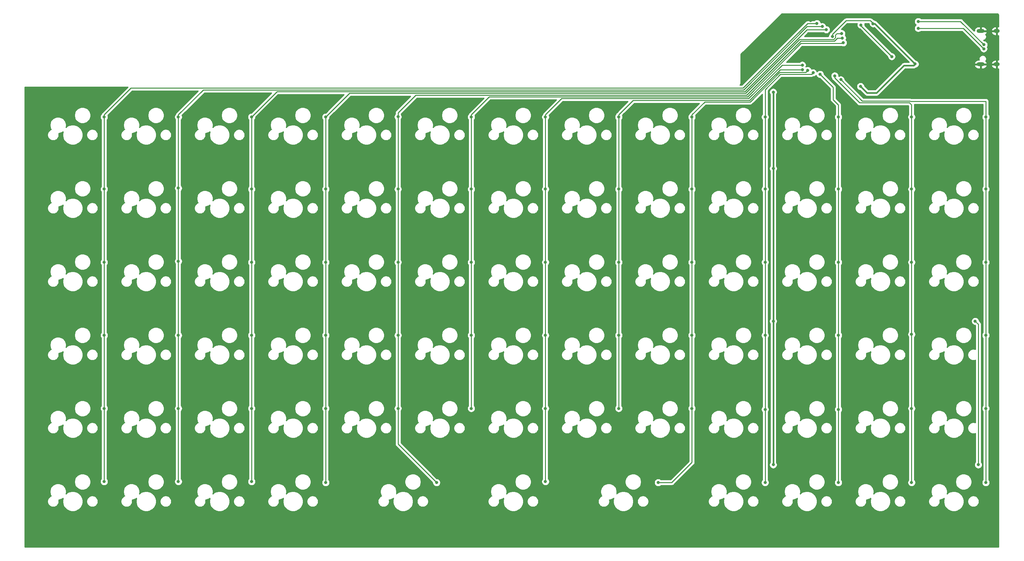
<source format=gbr>
G04 #@! TF.GenerationSoftware,KiCad,Pcbnew,(5.1.5)-3*
G04 #@! TF.CreationDate,2020-02-20T07:19:18+01:00*
G04 #@! TF.ProjectId,index-tab,696e6465-782d-4746-9162-2e6b69636164,rev?*
G04 #@! TF.SameCoordinates,Original*
G04 #@! TF.FileFunction,Copper,L1,Top*
G04 #@! TF.FilePolarity,Positive*
%FSLAX46Y46*%
G04 Gerber Fmt 4.6, Leading zero omitted, Abs format (unit mm)*
G04 Created by KiCad (PCBNEW (5.1.5)-3) date 2020-02-20 07:19:18*
%MOMM*%
%LPD*%
G04 APERTURE LIST*
%ADD10O,2.100000X1.000000*%
%ADD11O,1.600000X1.000000*%
%ADD12C,0.800000*%
%ADD13C,0.250000*%
%ADD14C,0.381000*%
%ADD15C,0.254000*%
G04 APERTURE END LIST*
D10*
X273670000Y-38820000D03*
X273670000Y-30180000D03*
D11*
X277850000Y-30180000D03*
X277850000Y-38820000D03*
D12*
X214650000Y-36025000D03*
X259475000Y-45400000D03*
X231190000Y-37450000D03*
X261960000Y-31220000D03*
X246856250Y-40481250D03*
X229540000Y-27460000D03*
X268375000Y-42650000D03*
X277040000Y-43250000D03*
X260250000Y-38150000D03*
X254825000Y-34650000D03*
X277700000Y-26450000D03*
X276940000Y-46760000D03*
X266220000Y-26410000D03*
X244870000Y-32670000D03*
X241070000Y-36280000D03*
X249550000Y-38200000D03*
X270570000Y-35170000D03*
X238960000Y-58340000D03*
X264490000Y-33910000D03*
X251230000Y-30190000D03*
X253960000Y-42920000D03*
X271370000Y-39590000D03*
X31750000Y-123825000D03*
X265906250Y-123825000D03*
X167481250Y-123031250D03*
X213518750Y-141287500D03*
X260200000Y-64850000D03*
X195262500Y-64293750D03*
X119856250Y-64293750D03*
X42862500Y-64293750D03*
X33337500Y-105568750D03*
X34131250Y-145256250D03*
X103981250Y-153193750D03*
X190500000Y-154781250D03*
X263525000Y-145256250D03*
X271462500Y-103187500D03*
X269875000Y-60325000D03*
X46250000Y-52500000D03*
X46250000Y-71250000D03*
X46250000Y-90250000D03*
X46250000Y-109250000D03*
X46250000Y-128250000D03*
X46250000Y-147250000D03*
X231200000Y-28200000D03*
X65500000Y-52500000D03*
X65500000Y-71000000D03*
X65500000Y-90000000D03*
X65500000Y-109250000D03*
X65500000Y-128250000D03*
X65500000Y-147250000D03*
X232600000Y-29000000D03*
X84500000Y-52500000D03*
X84500000Y-71250000D03*
X84500000Y-90250000D03*
X84500000Y-109250000D03*
X84500000Y-128250000D03*
X84500000Y-147250000D03*
X233600000Y-29800000D03*
X103750000Y-52500000D03*
X103750000Y-71250000D03*
X103750000Y-90250000D03*
X103750000Y-109250000D03*
X103750000Y-128250000D03*
X103750000Y-147500000D03*
X237600000Y-30800000D03*
X122500000Y-52455000D03*
X122500000Y-71250000D03*
X122500000Y-90250000D03*
X122500000Y-109250000D03*
X122500000Y-128250000D03*
X132500000Y-147500000D03*
X237800000Y-32000000D03*
X141500000Y-52500000D03*
X141500000Y-71250000D03*
X141500000Y-90250000D03*
X141500000Y-109250000D03*
X141500000Y-128250000D03*
X238000000Y-33200000D03*
X160750000Y-52500000D03*
X160750000Y-71250000D03*
X160750000Y-90250000D03*
X160750000Y-109250000D03*
X160750000Y-128250000D03*
X160750000Y-147250000D03*
X227400000Y-39000000D03*
X179750000Y-52500000D03*
X179750000Y-71250000D03*
X179750000Y-90250000D03*
X179750000Y-109250000D03*
X179750000Y-128250000D03*
X227400000Y-40200000D03*
X198750000Y-52500000D03*
X198750000Y-71250000D03*
X198750000Y-90250000D03*
X198750000Y-109250000D03*
X198750000Y-128250000D03*
X190000000Y-147500000D03*
X228800000Y-40400000D03*
X217750000Y-52500000D03*
X217750000Y-71250000D03*
X217750000Y-90250000D03*
X217750000Y-109250000D03*
X217750000Y-128500000D03*
X217750000Y-147500000D03*
X230200000Y-41000000D03*
X236750000Y-52500000D03*
X236750000Y-71250000D03*
X236750000Y-90250000D03*
X236750000Y-109250000D03*
X236750000Y-128500000D03*
X236750000Y-147500000D03*
X232000000Y-41400000D03*
X255750000Y-52500000D03*
X255750000Y-71250000D03*
X255750000Y-90250000D03*
X255750000Y-109000000D03*
X255750000Y-128250000D03*
X255750000Y-147500000D03*
X235800000Y-41800000D03*
X275000000Y-52500000D03*
X275000000Y-71250000D03*
X275000000Y-90250000D03*
X275000000Y-109250000D03*
X275000000Y-128250000D03*
X275000000Y-147500000D03*
X237400000Y-42800000D03*
X235200000Y-31600000D03*
X245750000Y-28250000D03*
X256687500Y-38737500D03*
X242500000Y-44550000D03*
X219868750Y-46037500D03*
X219868750Y-65881250D03*
X219868750Y-105568750D03*
X219868750Y-142875000D03*
X274500000Y-33725000D03*
X257475000Y-27675000D03*
X274475000Y-34775000D03*
X257475000Y-29450000D03*
X242600000Y-28600000D03*
X250600000Y-36800000D03*
X273050000Y-142875000D03*
X272256250Y-105568750D03*
D13*
X46250000Y-52500000D02*
X46250000Y-71250000D01*
X46250000Y-71250000D02*
X46250000Y-71250000D01*
X46250000Y-71250000D02*
X46250000Y-90250000D01*
X46250000Y-90250000D02*
X46250000Y-90250000D01*
X46250000Y-90250000D02*
X46250000Y-109250000D01*
X46250000Y-109250000D02*
X46250000Y-109250000D01*
X46250000Y-109250000D02*
X46250000Y-128250000D01*
X46250000Y-128250000D02*
X46250000Y-128250000D01*
X46250000Y-128250000D02*
X46250000Y-147250000D01*
X46250000Y-147250000D02*
X46250000Y-147250000D01*
X46250000Y-52500000D02*
X46250000Y-51934315D01*
X46250000Y-51934315D02*
X53184315Y-45000000D01*
X210800000Y-45000000D02*
X211000000Y-45000000D01*
X53184315Y-45000000D02*
X210800000Y-45000000D01*
X228800000Y-28200000D02*
X231200000Y-28200000D01*
X210800000Y-45000000D02*
X212000000Y-45000000D01*
X212000000Y-45000000D02*
X228800000Y-28200000D01*
X65500000Y-71000000D02*
X65500000Y-71000000D01*
X65500000Y-71000000D02*
X65500000Y-90000000D01*
X65500000Y-90000000D02*
X65500000Y-90000000D01*
X65500000Y-90000000D02*
X65500000Y-109250000D01*
X65500000Y-109250000D02*
X65500000Y-109250000D01*
X65500000Y-109250000D02*
X65500000Y-128250000D01*
X65500000Y-128250000D02*
X65500000Y-128250000D01*
X65500000Y-128250000D02*
X65500000Y-147250000D01*
X65500000Y-147250000D02*
X65500000Y-147250000D01*
X65500000Y-53550000D02*
X65500000Y-52500000D01*
X65500000Y-53550000D02*
X65500000Y-71000000D01*
X228636410Y-29000000D02*
X232600000Y-29000000D01*
X71984305Y-45450010D02*
X212186400Y-45450010D01*
X65500000Y-52500000D02*
X65500000Y-51934315D01*
X212186400Y-45450010D02*
X228636410Y-29000000D01*
X65500000Y-51934315D02*
X71984305Y-45450010D01*
X84500000Y-71250000D02*
X84500000Y-71250000D01*
X84500000Y-71250000D02*
X84500000Y-90250000D01*
X84500000Y-90250000D02*
X84500000Y-90250000D01*
X84500000Y-90250000D02*
X84500000Y-109250000D01*
X84500000Y-109250000D02*
X84500000Y-109250000D01*
X84500000Y-109250000D02*
X84500000Y-128250000D01*
X84500000Y-128250000D02*
X84500000Y-128250000D01*
X84500000Y-128250000D02*
X84500000Y-147250000D01*
X84500000Y-147250000D02*
X84500000Y-147250000D01*
X84500000Y-53600000D02*
X84500000Y-52500000D01*
X84500000Y-53600000D02*
X84500000Y-71250000D01*
X228600000Y-29800000D02*
X233600000Y-29800000D01*
X212499982Y-45900018D02*
X228600000Y-29800000D01*
X84500000Y-52500000D02*
X91099982Y-45900018D01*
X91099982Y-45900018D02*
X212499982Y-45900018D01*
X103750000Y-71250000D02*
X103750000Y-71250000D01*
X103750000Y-71250000D02*
X103750000Y-90250000D01*
X103750000Y-90250000D02*
X103750000Y-90250000D01*
X103750000Y-90250000D02*
X103750000Y-109250000D01*
X103750000Y-109250000D02*
X103750000Y-109250000D01*
X103750000Y-109250000D02*
X103750000Y-128250000D01*
X103750000Y-128250000D02*
X103750000Y-128250000D01*
X103750000Y-128250000D02*
X103750000Y-147500000D01*
X103750000Y-147500000D02*
X103750000Y-147500000D01*
X103750000Y-53800000D02*
X103750000Y-52500000D01*
X103750000Y-53800000D02*
X103750000Y-71250000D01*
X236400000Y-30800000D02*
X237600000Y-30800000D01*
X236000000Y-31200000D02*
X236400000Y-30800000D01*
X236000000Y-31873002D02*
X236000000Y-31200000D01*
X109899972Y-46350028D02*
X212686382Y-46350028D01*
X103750000Y-52500000D02*
X109899972Y-46350028D01*
X212686382Y-46350028D02*
X226711409Y-32325001D01*
X226711409Y-32325001D02*
X235548001Y-32325001D01*
X235548001Y-32325001D02*
X236000000Y-31873002D01*
X122500000Y-71250000D02*
X122500000Y-71250000D01*
X122500000Y-71250000D02*
X122500000Y-90250000D01*
X122500000Y-90250000D02*
X122500000Y-90250000D01*
X122500000Y-90250000D02*
X122500000Y-109250000D01*
X122500000Y-109250000D02*
X122500000Y-109250000D01*
X122500000Y-109250000D02*
X122500000Y-128250000D01*
X122500000Y-128250000D02*
X122500000Y-128250000D01*
X122500000Y-128250000D02*
X122500000Y-137500000D01*
X122500000Y-137500000D02*
X132500000Y-147500000D01*
X132500000Y-147500000D02*
X132500000Y-147500000D01*
X122500000Y-53500000D02*
X122500000Y-71250000D01*
X122500000Y-52455000D02*
X122500000Y-53500000D01*
X235734402Y-32775010D02*
X236509412Y-32000000D01*
X122500000Y-51400000D02*
X127099964Y-46800036D01*
X227024989Y-32775011D02*
X235734402Y-32775010D01*
X236509412Y-32000000D02*
X237800000Y-32000000D01*
X122500000Y-53500000D02*
X122500000Y-51400000D01*
X127099964Y-46800036D02*
X212999964Y-46800036D01*
X212999964Y-46800036D02*
X227024989Y-32775011D01*
X141500000Y-52500000D02*
X141500000Y-71250000D01*
X141500000Y-71250000D02*
X141500000Y-71250000D01*
X141500000Y-71250000D02*
X141500000Y-90250000D01*
X141500000Y-90250000D02*
X141500000Y-90250000D01*
X141500000Y-90250000D02*
X141500000Y-109250000D01*
X141500000Y-109250000D02*
X141500000Y-109250000D01*
X141500000Y-109250000D02*
X141500000Y-128250000D01*
X141500000Y-128250000D02*
X141500000Y-128250000D01*
X237800000Y-33400000D02*
X238000000Y-33200000D01*
X141500000Y-51934315D02*
X146184269Y-47250046D01*
X141500000Y-52500000D02*
X141500000Y-51934315D01*
X227036410Y-33400000D02*
X237800000Y-33400000D01*
X146184269Y-47250046D02*
X213186364Y-47250046D01*
X213186364Y-47250046D02*
X227036410Y-33400000D01*
X160750000Y-52500000D02*
X160750000Y-71250000D01*
X160750000Y-71250000D02*
X160750000Y-71250000D01*
X160750000Y-71250000D02*
X160750000Y-90250000D01*
X160750000Y-90250000D02*
X160750000Y-90250000D01*
X160750000Y-90250000D02*
X160750000Y-109250000D01*
X160750000Y-109250000D02*
X160750000Y-109250000D01*
X160750000Y-109250000D02*
X160750000Y-128250000D01*
X160750000Y-128250000D02*
X160750000Y-128250000D01*
X160750000Y-128250000D02*
X160750000Y-147250000D01*
X160750000Y-147250000D02*
X160750000Y-147250000D01*
X222200000Y-39000000D02*
X227400000Y-39000000D01*
X213499946Y-47700054D02*
X222200000Y-39000000D01*
X160750000Y-52500000D02*
X160750000Y-51934315D01*
X164984261Y-47700054D02*
X213499946Y-47700054D01*
X160750000Y-51934315D02*
X164984261Y-47700054D01*
X179750000Y-52500000D02*
X179750000Y-71250000D01*
X179750000Y-71250000D02*
X179750000Y-71250000D01*
X179750000Y-71250000D02*
X179750000Y-90250000D01*
X179750000Y-90250000D02*
X179750000Y-90250000D01*
X179750000Y-90250000D02*
X179750000Y-109250000D01*
X179750000Y-109250000D02*
X179750000Y-109250000D01*
X179750000Y-109250000D02*
X179750000Y-128250000D01*
X179750000Y-128250000D02*
X179750000Y-128250000D01*
X221636410Y-40200000D02*
X227400000Y-40200000D01*
X213686347Y-48150063D02*
X221636410Y-40200000D01*
X183534251Y-48150064D02*
X213686347Y-48150063D01*
X179750000Y-52500000D02*
X179750000Y-51934315D01*
X179750000Y-51934315D02*
X183534251Y-48150064D01*
X198750000Y-52500000D02*
X198750000Y-71250000D01*
X198750000Y-71250000D02*
X198750000Y-71250000D01*
X198750000Y-71250000D02*
X198750000Y-90250000D01*
X198750000Y-90250000D02*
X198750000Y-90250000D01*
X198750000Y-90250000D02*
X198750000Y-109250000D01*
X198750000Y-109250000D02*
X198750000Y-109250000D01*
X198750000Y-109250000D02*
X198750000Y-128250000D01*
X198750000Y-128250000D02*
X198750000Y-128250000D01*
X198750000Y-142276522D02*
X193526522Y-147500000D01*
X198750000Y-128250000D02*
X198750000Y-142276522D01*
X193526522Y-147500000D02*
X190000000Y-147500000D01*
X190000000Y-147500000D02*
X190000000Y-147500000D01*
X228400001Y-40799999D02*
X228800000Y-40400000D01*
X228274999Y-40925001D02*
X228400001Y-40799999D01*
X198750000Y-52500000D02*
X198750000Y-51934315D01*
X213872748Y-48600072D02*
X221547819Y-40925001D01*
X198750000Y-51934315D02*
X202084243Y-48600072D01*
X202084243Y-48600072D02*
X213872748Y-48600072D01*
X221547819Y-40925001D02*
X228274999Y-40925001D01*
X217750000Y-52500000D02*
X217750000Y-71250000D01*
X217750000Y-71250000D02*
X217750000Y-71250000D01*
X217750000Y-71250000D02*
X217750000Y-90250000D01*
X217750000Y-90250000D02*
X217750000Y-90250000D01*
X217750000Y-90250000D02*
X217750000Y-109250000D01*
X217750000Y-109250000D02*
X217750000Y-109250000D01*
X217750000Y-109250000D02*
X217750000Y-128500000D01*
X217750000Y-128500000D02*
X217750000Y-128500000D01*
X217750000Y-128500000D02*
X217750000Y-147500000D01*
X217750000Y-147500000D02*
X217750000Y-147500000D01*
X221709230Y-41400000D02*
X229800001Y-41399999D01*
X217750000Y-52500000D02*
X217750000Y-45359230D01*
X229800001Y-41399999D02*
X230200000Y-41000000D01*
X217750000Y-45359230D02*
X221709230Y-41400000D01*
X236750000Y-52500000D02*
X236750000Y-71250000D01*
X236750000Y-71250000D02*
X236750000Y-71250000D01*
X236750000Y-71250000D02*
X236750000Y-90250000D01*
X236750000Y-90250000D02*
X236750000Y-90250000D01*
X236750000Y-90250000D02*
X236750000Y-109250000D01*
X236750000Y-109250000D02*
X236750000Y-109250000D01*
X236750000Y-109250000D02*
X236750000Y-128500000D01*
X236750000Y-128500000D02*
X236750000Y-128500000D01*
X236750000Y-128500000D02*
X236750000Y-147500000D01*
X236750000Y-147500000D02*
X236750000Y-147500000D01*
X236750000Y-52500000D02*
X236750000Y-49350000D01*
X236750000Y-49350000D02*
X235400000Y-48000000D01*
X235400000Y-44800000D02*
X232000000Y-41400000D01*
X235400000Y-48000000D02*
X235400000Y-44800000D01*
X255750000Y-52500000D02*
X255750000Y-71250000D01*
X255750000Y-71250000D02*
X255750000Y-71250000D01*
X255750000Y-71250000D02*
X255750000Y-90250000D01*
X255750000Y-90250000D02*
X255750000Y-90250000D01*
X255750000Y-90250000D02*
X255750000Y-109000000D01*
X255750000Y-109000000D02*
X255750000Y-109000000D01*
X255750000Y-109000000D02*
X255750000Y-128250000D01*
X255750000Y-128250000D02*
X255750000Y-128250000D01*
X255750000Y-128250000D02*
X255750000Y-147500000D01*
X255750000Y-147500000D02*
X255750000Y-147500000D01*
X255750000Y-49350000D02*
X255750000Y-52500000D01*
X255200000Y-48800000D02*
X255750000Y-49350000D01*
X235800000Y-42365685D02*
X235800000Y-41800000D01*
X242234315Y-48800000D02*
X235800000Y-42365685D01*
X255200000Y-48800000D02*
X242234315Y-48800000D01*
X275000000Y-52500000D02*
X275000000Y-71250000D01*
X275000000Y-71250000D02*
X275000000Y-71250000D01*
X275000000Y-71250000D02*
X275000000Y-90250000D01*
X275000000Y-90250000D02*
X275000000Y-90250000D01*
X275000000Y-90250000D02*
X275000000Y-109250000D01*
X275000000Y-109250000D02*
X275000000Y-109250000D01*
X275000000Y-109250000D02*
X275000000Y-128250000D01*
X275000000Y-128250000D02*
X275000000Y-128250000D01*
X275000000Y-128250000D02*
X275000000Y-147500000D01*
X275000000Y-147500000D02*
X275000000Y-147500000D01*
X275000000Y-52500000D02*
X275000000Y-48400000D01*
X275000000Y-48400000D02*
X255436410Y-48400000D01*
X242949990Y-48349990D02*
X237400000Y-42800000D01*
X255386400Y-48349990D02*
X242949990Y-48349990D01*
X238759316Y-27474999D02*
X245074999Y-27474999D01*
X235200000Y-31600000D02*
X235200000Y-31034315D01*
X235200000Y-31034315D02*
X238759316Y-27474999D01*
X245074999Y-27474999D02*
X245800000Y-28200000D01*
X245800000Y-28200000D02*
X245800000Y-28200000D01*
D14*
X246200000Y-28250000D02*
X245750000Y-28250000D01*
X256687500Y-38737500D02*
X246200000Y-28250000D01*
X256287501Y-39137499D02*
X253762501Y-39137499D01*
X256687500Y-38737500D02*
X256287501Y-39137499D01*
X253762501Y-39137499D02*
X246800000Y-46100000D01*
X246800000Y-46100000D02*
X246650000Y-46250000D01*
X246650000Y-46250000D02*
X244200000Y-46250000D01*
X244200000Y-46250000D02*
X242500000Y-44550000D01*
X242500000Y-44550000D02*
X242500000Y-44550000D01*
X219868750Y-65881250D02*
X219868750Y-65881250D01*
X219868750Y-65087500D02*
X219868750Y-105568750D01*
X219868750Y-65087500D02*
X219868750Y-65881250D01*
X219868750Y-46037500D02*
X219868750Y-65087500D01*
X219868750Y-105568750D02*
X219868750Y-105568750D01*
X219868750Y-105568750D02*
X219868750Y-142875000D01*
X219868750Y-142875000D02*
X219868750Y-142875000D01*
D13*
X268450000Y-27675000D02*
X257475000Y-27675000D01*
X274500000Y-33725000D02*
X268450000Y-27675000D01*
X269150000Y-29450000D02*
X274475000Y-34775000D01*
X257475000Y-29450000D02*
X269150000Y-29450000D01*
X242600000Y-28800000D02*
X242600000Y-28600000D01*
X250600000Y-36800000D02*
X242600000Y-28800000D01*
X273050000Y-142875000D02*
X273050000Y-106362500D01*
X273050000Y-106362500D02*
X272256250Y-105568750D01*
X272256250Y-105568750D02*
X272256250Y-105568750D01*
D15*
G36*
X278058595Y-25704078D02*
G01*
X278114955Y-25721094D01*
X278166943Y-25748737D01*
X278212563Y-25785943D01*
X278250095Y-25831311D01*
X278278094Y-25883095D01*
X278295505Y-25939341D01*
X278305001Y-26029686D01*
X278305001Y-29050957D01*
X278277000Y-29045000D01*
X277977000Y-29045000D01*
X277977000Y-30053000D01*
X277997000Y-30053000D01*
X277997000Y-30307000D01*
X277977000Y-30307000D01*
X277977000Y-31315000D01*
X278277000Y-31315000D01*
X278305001Y-31309043D01*
X278305001Y-37690957D01*
X278277000Y-37685000D01*
X277977000Y-37685000D01*
X277977000Y-38693000D01*
X277997000Y-38693000D01*
X277997000Y-38947000D01*
X277977000Y-38947000D01*
X277977000Y-39955000D01*
X278277000Y-39955000D01*
X278305001Y-39949043D01*
X278305000Y-164305000D01*
X25695000Y-164305000D01*
X25695000Y-152253652D01*
X31534100Y-152253652D01*
X31534100Y-152546348D01*
X31591202Y-152833421D01*
X31703212Y-153103838D01*
X31865826Y-153347206D01*
X32072794Y-153554174D01*
X32316162Y-153716788D01*
X32586579Y-153828798D01*
X32873652Y-153885900D01*
X33166348Y-153885900D01*
X33453421Y-153828798D01*
X33723838Y-153716788D01*
X33967206Y-153554174D01*
X34174174Y-153347206D01*
X34336788Y-153103838D01*
X34448798Y-152833421D01*
X34505900Y-152546348D01*
X34505900Y-152253652D01*
X34454451Y-151995000D01*
X34500279Y-151995000D01*
X34912756Y-151912953D01*
X35301302Y-151752012D01*
X35607708Y-151547279D01*
X35572127Y-151633178D01*
X35471100Y-152141076D01*
X35471100Y-152658924D01*
X35572127Y-153166822D01*
X35770299Y-153645251D01*
X36058000Y-154075826D01*
X36424174Y-154442000D01*
X36854749Y-154729701D01*
X37333178Y-154927873D01*
X37841076Y-155028900D01*
X38358924Y-155028900D01*
X38866822Y-154927873D01*
X39345251Y-154729701D01*
X39775826Y-154442000D01*
X40142000Y-154075826D01*
X40429701Y-153645251D01*
X40627873Y-153166822D01*
X40728900Y-152658924D01*
X40728900Y-152253652D01*
X41694100Y-152253652D01*
X41694100Y-152546348D01*
X41751202Y-152833421D01*
X41863212Y-153103838D01*
X42025826Y-153347206D01*
X42232794Y-153554174D01*
X42476162Y-153716788D01*
X42746579Y-153828798D01*
X43033652Y-153885900D01*
X43326348Y-153885900D01*
X43613421Y-153828798D01*
X43883838Y-153716788D01*
X44127206Y-153554174D01*
X44334174Y-153347206D01*
X44496788Y-153103838D01*
X44608798Y-152833421D01*
X44665900Y-152546348D01*
X44665900Y-152253652D01*
X50584100Y-152253652D01*
X50584100Y-152546348D01*
X50641202Y-152833421D01*
X50753212Y-153103838D01*
X50915826Y-153347206D01*
X51122794Y-153554174D01*
X51366162Y-153716788D01*
X51636579Y-153828798D01*
X51923652Y-153885900D01*
X52216348Y-153885900D01*
X52503421Y-153828798D01*
X52773838Y-153716788D01*
X53017206Y-153554174D01*
X53224174Y-153347206D01*
X53386788Y-153103838D01*
X53498798Y-152833421D01*
X53555900Y-152546348D01*
X53555900Y-152253652D01*
X53504451Y-151995000D01*
X53550279Y-151995000D01*
X53962756Y-151912953D01*
X54351302Y-151752012D01*
X54657708Y-151547279D01*
X54622127Y-151633178D01*
X54521100Y-152141076D01*
X54521100Y-152658924D01*
X54622127Y-153166822D01*
X54820299Y-153645251D01*
X55108000Y-154075826D01*
X55474174Y-154442000D01*
X55904749Y-154729701D01*
X56383178Y-154927873D01*
X56891076Y-155028900D01*
X57408924Y-155028900D01*
X57916822Y-154927873D01*
X58395251Y-154729701D01*
X58825826Y-154442000D01*
X59192000Y-154075826D01*
X59479701Y-153645251D01*
X59677873Y-153166822D01*
X59778900Y-152658924D01*
X59778900Y-152253652D01*
X60744100Y-152253652D01*
X60744100Y-152546348D01*
X60801202Y-152833421D01*
X60913212Y-153103838D01*
X61075826Y-153347206D01*
X61282794Y-153554174D01*
X61526162Y-153716788D01*
X61796579Y-153828798D01*
X62083652Y-153885900D01*
X62376348Y-153885900D01*
X62663421Y-153828798D01*
X62933838Y-153716788D01*
X63177206Y-153554174D01*
X63384174Y-153347206D01*
X63546788Y-153103838D01*
X63658798Y-152833421D01*
X63715900Y-152546348D01*
X63715900Y-152253652D01*
X69634100Y-152253652D01*
X69634100Y-152546348D01*
X69691202Y-152833421D01*
X69803212Y-153103838D01*
X69965826Y-153347206D01*
X70172794Y-153554174D01*
X70416162Y-153716788D01*
X70686579Y-153828798D01*
X70973652Y-153885900D01*
X71266348Y-153885900D01*
X71553421Y-153828798D01*
X71823838Y-153716788D01*
X72067206Y-153554174D01*
X72274174Y-153347206D01*
X72436788Y-153103838D01*
X72548798Y-152833421D01*
X72605900Y-152546348D01*
X72605900Y-152253652D01*
X72554451Y-151995000D01*
X72600279Y-151995000D01*
X73012756Y-151912953D01*
X73401302Y-151752012D01*
X73707708Y-151547279D01*
X73672127Y-151633178D01*
X73571100Y-152141076D01*
X73571100Y-152658924D01*
X73672127Y-153166822D01*
X73870299Y-153645251D01*
X74158000Y-154075826D01*
X74524174Y-154442000D01*
X74954749Y-154729701D01*
X75433178Y-154927873D01*
X75941076Y-155028900D01*
X76458924Y-155028900D01*
X76966822Y-154927873D01*
X77445251Y-154729701D01*
X77875826Y-154442000D01*
X78242000Y-154075826D01*
X78529701Y-153645251D01*
X78727873Y-153166822D01*
X78828900Y-152658924D01*
X78828900Y-152253652D01*
X79794100Y-152253652D01*
X79794100Y-152546348D01*
X79851202Y-152833421D01*
X79963212Y-153103838D01*
X80125826Y-153347206D01*
X80332794Y-153554174D01*
X80576162Y-153716788D01*
X80846579Y-153828798D01*
X81133652Y-153885900D01*
X81426348Y-153885900D01*
X81713421Y-153828798D01*
X81983838Y-153716788D01*
X82227206Y-153554174D01*
X82434174Y-153347206D01*
X82596788Y-153103838D01*
X82708798Y-152833421D01*
X82765900Y-152546348D01*
X82765900Y-152253652D01*
X88684100Y-152253652D01*
X88684100Y-152546348D01*
X88741202Y-152833421D01*
X88853212Y-153103838D01*
X89015826Y-153347206D01*
X89222794Y-153554174D01*
X89466162Y-153716788D01*
X89736579Y-153828798D01*
X90023652Y-153885900D01*
X90316348Y-153885900D01*
X90603421Y-153828798D01*
X90873838Y-153716788D01*
X91117206Y-153554174D01*
X91324174Y-153347206D01*
X91486788Y-153103838D01*
X91598798Y-152833421D01*
X91655900Y-152546348D01*
X91655900Y-152253652D01*
X91604451Y-151995000D01*
X91650279Y-151995000D01*
X92062756Y-151912953D01*
X92451302Y-151752012D01*
X92757708Y-151547279D01*
X92722127Y-151633178D01*
X92621100Y-152141076D01*
X92621100Y-152658924D01*
X92722127Y-153166822D01*
X92920299Y-153645251D01*
X93208000Y-154075826D01*
X93574174Y-154442000D01*
X94004749Y-154729701D01*
X94483178Y-154927873D01*
X94991076Y-155028900D01*
X95508924Y-155028900D01*
X96016822Y-154927873D01*
X96495251Y-154729701D01*
X96925826Y-154442000D01*
X97292000Y-154075826D01*
X97579701Y-153645251D01*
X97777873Y-153166822D01*
X97878900Y-152658924D01*
X97878900Y-152253652D01*
X98844100Y-152253652D01*
X98844100Y-152546348D01*
X98901202Y-152833421D01*
X99013212Y-153103838D01*
X99175826Y-153347206D01*
X99382794Y-153554174D01*
X99626162Y-153716788D01*
X99896579Y-153828798D01*
X100183652Y-153885900D01*
X100476348Y-153885900D01*
X100763421Y-153828798D01*
X101033838Y-153716788D01*
X101277206Y-153554174D01*
X101484174Y-153347206D01*
X101646788Y-153103838D01*
X101758798Y-152833421D01*
X101815900Y-152546348D01*
X101815900Y-152253652D01*
X117259100Y-152253652D01*
X117259100Y-152546348D01*
X117316202Y-152833421D01*
X117428212Y-153103838D01*
X117590826Y-153347206D01*
X117797794Y-153554174D01*
X118041162Y-153716788D01*
X118311579Y-153828798D01*
X118598652Y-153885900D01*
X118891348Y-153885900D01*
X119178421Y-153828798D01*
X119448838Y-153716788D01*
X119692206Y-153554174D01*
X119899174Y-153347206D01*
X120061788Y-153103838D01*
X120173798Y-152833421D01*
X120230900Y-152546348D01*
X120230900Y-152253652D01*
X120179451Y-151995000D01*
X120225279Y-151995000D01*
X120637756Y-151912953D01*
X121026302Y-151752012D01*
X121332708Y-151547279D01*
X121297127Y-151633178D01*
X121196100Y-152141076D01*
X121196100Y-152658924D01*
X121297127Y-153166822D01*
X121495299Y-153645251D01*
X121783000Y-154075826D01*
X122149174Y-154442000D01*
X122579749Y-154729701D01*
X123058178Y-154927873D01*
X123566076Y-155028900D01*
X124083924Y-155028900D01*
X124591822Y-154927873D01*
X125070251Y-154729701D01*
X125500826Y-154442000D01*
X125867000Y-154075826D01*
X126154701Y-153645251D01*
X126352873Y-153166822D01*
X126453900Y-152658924D01*
X126453900Y-152253652D01*
X127419100Y-152253652D01*
X127419100Y-152546348D01*
X127476202Y-152833421D01*
X127588212Y-153103838D01*
X127750826Y-153347206D01*
X127957794Y-153554174D01*
X128201162Y-153716788D01*
X128471579Y-153828798D01*
X128758652Y-153885900D01*
X129051348Y-153885900D01*
X129338421Y-153828798D01*
X129608838Y-153716788D01*
X129852206Y-153554174D01*
X130059174Y-153347206D01*
X130221788Y-153103838D01*
X130333798Y-152833421D01*
X130390900Y-152546348D01*
X130390900Y-152253652D01*
X145834100Y-152253652D01*
X145834100Y-152546348D01*
X145891202Y-152833421D01*
X146003212Y-153103838D01*
X146165826Y-153347206D01*
X146372794Y-153554174D01*
X146616162Y-153716788D01*
X146886579Y-153828798D01*
X147173652Y-153885900D01*
X147466348Y-153885900D01*
X147753421Y-153828798D01*
X148023838Y-153716788D01*
X148267206Y-153554174D01*
X148474174Y-153347206D01*
X148636788Y-153103838D01*
X148748798Y-152833421D01*
X148805900Y-152546348D01*
X148805900Y-152253652D01*
X148754451Y-151995000D01*
X148800279Y-151995000D01*
X149212756Y-151912953D01*
X149601302Y-151752012D01*
X149907708Y-151547279D01*
X149872127Y-151633178D01*
X149771100Y-152141076D01*
X149771100Y-152658924D01*
X149872127Y-153166822D01*
X150070299Y-153645251D01*
X150358000Y-154075826D01*
X150724174Y-154442000D01*
X151154749Y-154729701D01*
X151633178Y-154927873D01*
X152141076Y-155028900D01*
X152658924Y-155028900D01*
X153166822Y-154927873D01*
X153645251Y-154729701D01*
X154075826Y-154442000D01*
X154442000Y-154075826D01*
X154729701Y-153645251D01*
X154927873Y-153166822D01*
X155028900Y-152658924D01*
X155028900Y-152253652D01*
X155994100Y-152253652D01*
X155994100Y-152546348D01*
X156051202Y-152833421D01*
X156163212Y-153103838D01*
X156325826Y-153347206D01*
X156532794Y-153554174D01*
X156776162Y-153716788D01*
X157046579Y-153828798D01*
X157333652Y-153885900D01*
X157626348Y-153885900D01*
X157913421Y-153828798D01*
X158183838Y-153716788D01*
X158427206Y-153554174D01*
X158634174Y-153347206D01*
X158796788Y-153103838D01*
X158908798Y-152833421D01*
X158965900Y-152546348D01*
X158965900Y-152253652D01*
X174409100Y-152253652D01*
X174409100Y-152546348D01*
X174466202Y-152833421D01*
X174578212Y-153103838D01*
X174740826Y-153347206D01*
X174947794Y-153554174D01*
X175191162Y-153716788D01*
X175461579Y-153828798D01*
X175748652Y-153885900D01*
X176041348Y-153885900D01*
X176328421Y-153828798D01*
X176598838Y-153716788D01*
X176842206Y-153554174D01*
X177049174Y-153347206D01*
X177211788Y-153103838D01*
X177323798Y-152833421D01*
X177380900Y-152546348D01*
X177380900Y-152253652D01*
X177329451Y-151995000D01*
X177375279Y-151995000D01*
X177787756Y-151912953D01*
X178176302Y-151752012D01*
X178482708Y-151547279D01*
X178447127Y-151633178D01*
X178346100Y-152141076D01*
X178346100Y-152658924D01*
X178447127Y-153166822D01*
X178645299Y-153645251D01*
X178933000Y-154075826D01*
X179299174Y-154442000D01*
X179729749Y-154729701D01*
X180208178Y-154927873D01*
X180716076Y-155028900D01*
X181233924Y-155028900D01*
X181741822Y-154927873D01*
X182220251Y-154729701D01*
X182650826Y-154442000D01*
X183017000Y-154075826D01*
X183304701Y-153645251D01*
X183502873Y-153166822D01*
X183603900Y-152658924D01*
X183603900Y-152253652D01*
X184569100Y-152253652D01*
X184569100Y-152546348D01*
X184626202Y-152833421D01*
X184738212Y-153103838D01*
X184900826Y-153347206D01*
X185107794Y-153554174D01*
X185351162Y-153716788D01*
X185621579Y-153828798D01*
X185908652Y-153885900D01*
X186201348Y-153885900D01*
X186488421Y-153828798D01*
X186758838Y-153716788D01*
X187002206Y-153554174D01*
X187209174Y-153347206D01*
X187371788Y-153103838D01*
X187483798Y-152833421D01*
X187540900Y-152546348D01*
X187540900Y-152253652D01*
X202984100Y-152253652D01*
X202984100Y-152546348D01*
X203041202Y-152833421D01*
X203153212Y-153103838D01*
X203315826Y-153347206D01*
X203522794Y-153554174D01*
X203766162Y-153716788D01*
X204036579Y-153828798D01*
X204323652Y-153885900D01*
X204616348Y-153885900D01*
X204903421Y-153828798D01*
X205173838Y-153716788D01*
X205417206Y-153554174D01*
X205624174Y-153347206D01*
X205786788Y-153103838D01*
X205898798Y-152833421D01*
X205955900Y-152546348D01*
X205955900Y-152253652D01*
X205904451Y-151995000D01*
X205950279Y-151995000D01*
X206362756Y-151912953D01*
X206751302Y-151752012D01*
X207057708Y-151547279D01*
X207022127Y-151633178D01*
X206921100Y-152141076D01*
X206921100Y-152658924D01*
X207022127Y-153166822D01*
X207220299Y-153645251D01*
X207508000Y-154075826D01*
X207874174Y-154442000D01*
X208304749Y-154729701D01*
X208783178Y-154927873D01*
X209291076Y-155028900D01*
X209808924Y-155028900D01*
X210316822Y-154927873D01*
X210795251Y-154729701D01*
X211225826Y-154442000D01*
X211592000Y-154075826D01*
X211879701Y-153645251D01*
X212077873Y-153166822D01*
X212178900Y-152658924D01*
X212178900Y-152253652D01*
X213144100Y-152253652D01*
X213144100Y-152546348D01*
X213201202Y-152833421D01*
X213313212Y-153103838D01*
X213475826Y-153347206D01*
X213682794Y-153554174D01*
X213926162Y-153716788D01*
X214196579Y-153828798D01*
X214483652Y-153885900D01*
X214776348Y-153885900D01*
X215063421Y-153828798D01*
X215333838Y-153716788D01*
X215577206Y-153554174D01*
X215784174Y-153347206D01*
X215946788Y-153103838D01*
X216058798Y-152833421D01*
X216115900Y-152546348D01*
X216115900Y-152253652D01*
X222034100Y-152253652D01*
X222034100Y-152546348D01*
X222091202Y-152833421D01*
X222203212Y-153103838D01*
X222365826Y-153347206D01*
X222572794Y-153554174D01*
X222816162Y-153716788D01*
X223086579Y-153828798D01*
X223373652Y-153885900D01*
X223666348Y-153885900D01*
X223953421Y-153828798D01*
X224223838Y-153716788D01*
X224467206Y-153554174D01*
X224674174Y-153347206D01*
X224836788Y-153103838D01*
X224948798Y-152833421D01*
X225005900Y-152546348D01*
X225005900Y-152253652D01*
X224954451Y-151995000D01*
X225000279Y-151995000D01*
X225412756Y-151912953D01*
X225801302Y-151752012D01*
X226107708Y-151547279D01*
X226072127Y-151633178D01*
X225971100Y-152141076D01*
X225971100Y-152658924D01*
X226072127Y-153166822D01*
X226270299Y-153645251D01*
X226558000Y-154075826D01*
X226924174Y-154442000D01*
X227354749Y-154729701D01*
X227833178Y-154927873D01*
X228341076Y-155028900D01*
X228858924Y-155028900D01*
X229366822Y-154927873D01*
X229845251Y-154729701D01*
X230275826Y-154442000D01*
X230642000Y-154075826D01*
X230929701Y-153645251D01*
X231127873Y-153166822D01*
X231228900Y-152658924D01*
X231228900Y-152253652D01*
X232194100Y-152253652D01*
X232194100Y-152546348D01*
X232251202Y-152833421D01*
X232363212Y-153103838D01*
X232525826Y-153347206D01*
X232732794Y-153554174D01*
X232976162Y-153716788D01*
X233246579Y-153828798D01*
X233533652Y-153885900D01*
X233826348Y-153885900D01*
X234113421Y-153828798D01*
X234383838Y-153716788D01*
X234627206Y-153554174D01*
X234834174Y-153347206D01*
X234996788Y-153103838D01*
X235108798Y-152833421D01*
X235165900Y-152546348D01*
X235165900Y-152253652D01*
X241084100Y-152253652D01*
X241084100Y-152546348D01*
X241141202Y-152833421D01*
X241253212Y-153103838D01*
X241415826Y-153347206D01*
X241622794Y-153554174D01*
X241866162Y-153716788D01*
X242136579Y-153828798D01*
X242423652Y-153885900D01*
X242716348Y-153885900D01*
X243003421Y-153828798D01*
X243273838Y-153716788D01*
X243517206Y-153554174D01*
X243724174Y-153347206D01*
X243886788Y-153103838D01*
X243998798Y-152833421D01*
X244055900Y-152546348D01*
X244055900Y-152253652D01*
X244004451Y-151995000D01*
X244050279Y-151995000D01*
X244462756Y-151912953D01*
X244851302Y-151752012D01*
X245157708Y-151547279D01*
X245122127Y-151633178D01*
X245021100Y-152141076D01*
X245021100Y-152658924D01*
X245122127Y-153166822D01*
X245320299Y-153645251D01*
X245608000Y-154075826D01*
X245974174Y-154442000D01*
X246404749Y-154729701D01*
X246883178Y-154927873D01*
X247391076Y-155028900D01*
X247908924Y-155028900D01*
X248416822Y-154927873D01*
X248895251Y-154729701D01*
X249325826Y-154442000D01*
X249692000Y-154075826D01*
X249979701Y-153645251D01*
X250177873Y-153166822D01*
X250278900Y-152658924D01*
X250278900Y-152253652D01*
X251244100Y-152253652D01*
X251244100Y-152546348D01*
X251301202Y-152833421D01*
X251413212Y-153103838D01*
X251575826Y-153347206D01*
X251782794Y-153554174D01*
X252026162Y-153716788D01*
X252296579Y-153828798D01*
X252583652Y-153885900D01*
X252876348Y-153885900D01*
X253163421Y-153828798D01*
X253433838Y-153716788D01*
X253677206Y-153554174D01*
X253884174Y-153347206D01*
X254046788Y-153103838D01*
X254158798Y-152833421D01*
X254215900Y-152546348D01*
X254215900Y-152253652D01*
X260134100Y-152253652D01*
X260134100Y-152546348D01*
X260191202Y-152833421D01*
X260303212Y-153103838D01*
X260465826Y-153347206D01*
X260672794Y-153554174D01*
X260916162Y-153716788D01*
X261186579Y-153828798D01*
X261473652Y-153885900D01*
X261766348Y-153885900D01*
X262053421Y-153828798D01*
X262323838Y-153716788D01*
X262567206Y-153554174D01*
X262774174Y-153347206D01*
X262936788Y-153103838D01*
X263048798Y-152833421D01*
X263105900Y-152546348D01*
X263105900Y-152253652D01*
X263054451Y-151995000D01*
X263100279Y-151995000D01*
X263512756Y-151912953D01*
X263901302Y-151752012D01*
X264207708Y-151547279D01*
X264172127Y-151633178D01*
X264071100Y-152141076D01*
X264071100Y-152658924D01*
X264172127Y-153166822D01*
X264370299Y-153645251D01*
X264658000Y-154075826D01*
X265024174Y-154442000D01*
X265454749Y-154729701D01*
X265933178Y-154927873D01*
X266441076Y-155028900D01*
X266958924Y-155028900D01*
X267466822Y-154927873D01*
X267945251Y-154729701D01*
X268375826Y-154442000D01*
X268742000Y-154075826D01*
X269029701Y-153645251D01*
X269227873Y-153166822D01*
X269328900Y-152658924D01*
X269328900Y-152253652D01*
X270294100Y-152253652D01*
X270294100Y-152546348D01*
X270351202Y-152833421D01*
X270463212Y-153103838D01*
X270625826Y-153347206D01*
X270832794Y-153554174D01*
X271076162Y-153716788D01*
X271346579Y-153828798D01*
X271633652Y-153885900D01*
X271926348Y-153885900D01*
X272213421Y-153828798D01*
X272483838Y-153716788D01*
X272727206Y-153554174D01*
X272934174Y-153347206D01*
X273096788Y-153103838D01*
X273208798Y-152833421D01*
X273265900Y-152546348D01*
X273265900Y-152253652D01*
X273208798Y-151966579D01*
X273096788Y-151696162D01*
X272934174Y-151452794D01*
X272727206Y-151245826D01*
X272483838Y-151083212D01*
X272213421Y-150971202D01*
X271926348Y-150914100D01*
X271633652Y-150914100D01*
X271346579Y-150971202D01*
X271076162Y-151083212D01*
X270832794Y-151245826D01*
X270625826Y-151452794D01*
X270463212Y-151696162D01*
X270351202Y-151966579D01*
X270294100Y-152253652D01*
X269328900Y-152253652D01*
X269328900Y-152141076D01*
X269227873Y-151633178D01*
X269029701Y-151154749D01*
X268742000Y-150724174D01*
X268375826Y-150358000D01*
X267945251Y-150070299D01*
X267466822Y-149872127D01*
X266958924Y-149771100D01*
X266441076Y-149771100D01*
X265933178Y-149872127D01*
X265454749Y-150070299D01*
X265024174Y-150358000D01*
X264953763Y-150428411D01*
X265025000Y-150070279D01*
X265025000Y-149649721D01*
X264942953Y-149237244D01*
X264782012Y-148848698D01*
X264548363Y-148499017D01*
X264250983Y-148201637D01*
X263901302Y-147967988D01*
X263512756Y-147807047D01*
X263100279Y-147725000D01*
X262679721Y-147725000D01*
X262267244Y-147807047D01*
X261878698Y-147967988D01*
X261529017Y-148201637D01*
X261231637Y-148499017D01*
X260997988Y-148848698D01*
X260837047Y-149237244D01*
X260755000Y-149649721D01*
X260755000Y-150070279D01*
X260837047Y-150482756D01*
X260997988Y-150871302D01*
X261091150Y-151010730D01*
X260916162Y-151083212D01*
X260672794Y-151245826D01*
X260465826Y-151452794D01*
X260303212Y-151696162D01*
X260191202Y-151966579D01*
X260134100Y-152253652D01*
X254215900Y-152253652D01*
X254158798Y-151966579D01*
X254046788Y-151696162D01*
X253884174Y-151452794D01*
X253677206Y-151245826D01*
X253433838Y-151083212D01*
X253163421Y-150971202D01*
X252876348Y-150914100D01*
X252583652Y-150914100D01*
X252296579Y-150971202D01*
X252026162Y-151083212D01*
X251782794Y-151245826D01*
X251575826Y-151452794D01*
X251413212Y-151696162D01*
X251301202Y-151966579D01*
X251244100Y-152253652D01*
X250278900Y-152253652D01*
X250278900Y-152141076D01*
X250177873Y-151633178D01*
X249979701Y-151154749D01*
X249692000Y-150724174D01*
X249325826Y-150358000D01*
X248895251Y-150070299D01*
X248416822Y-149872127D01*
X247908924Y-149771100D01*
X247391076Y-149771100D01*
X246883178Y-149872127D01*
X246404749Y-150070299D01*
X245974174Y-150358000D01*
X245903763Y-150428411D01*
X245975000Y-150070279D01*
X245975000Y-149649721D01*
X245892953Y-149237244D01*
X245732012Y-148848698D01*
X245498363Y-148499017D01*
X245200983Y-148201637D01*
X244851302Y-147967988D01*
X244462756Y-147807047D01*
X244050279Y-147725000D01*
X243629721Y-147725000D01*
X243217244Y-147807047D01*
X242828698Y-147967988D01*
X242479017Y-148201637D01*
X242181637Y-148499017D01*
X241947988Y-148848698D01*
X241787047Y-149237244D01*
X241705000Y-149649721D01*
X241705000Y-150070279D01*
X241787047Y-150482756D01*
X241947988Y-150871302D01*
X242041150Y-151010730D01*
X241866162Y-151083212D01*
X241622794Y-151245826D01*
X241415826Y-151452794D01*
X241253212Y-151696162D01*
X241141202Y-151966579D01*
X241084100Y-152253652D01*
X235165900Y-152253652D01*
X235108798Y-151966579D01*
X234996788Y-151696162D01*
X234834174Y-151452794D01*
X234627206Y-151245826D01*
X234383838Y-151083212D01*
X234113421Y-150971202D01*
X233826348Y-150914100D01*
X233533652Y-150914100D01*
X233246579Y-150971202D01*
X232976162Y-151083212D01*
X232732794Y-151245826D01*
X232525826Y-151452794D01*
X232363212Y-151696162D01*
X232251202Y-151966579D01*
X232194100Y-152253652D01*
X231228900Y-152253652D01*
X231228900Y-152141076D01*
X231127873Y-151633178D01*
X230929701Y-151154749D01*
X230642000Y-150724174D01*
X230275826Y-150358000D01*
X229845251Y-150070299D01*
X229366822Y-149872127D01*
X228858924Y-149771100D01*
X228341076Y-149771100D01*
X227833178Y-149872127D01*
X227354749Y-150070299D01*
X226924174Y-150358000D01*
X226853763Y-150428411D01*
X226925000Y-150070279D01*
X226925000Y-149649721D01*
X226842953Y-149237244D01*
X226682012Y-148848698D01*
X226448363Y-148499017D01*
X226150983Y-148201637D01*
X225801302Y-147967988D01*
X225412756Y-147807047D01*
X225000279Y-147725000D01*
X224579721Y-147725000D01*
X224167244Y-147807047D01*
X223778698Y-147967988D01*
X223429017Y-148201637D01*
X223131637Y-148499017D01*
X222897988Y-148848698D01*
X222737047Y-149237244D01*
X222655000Y-149649721D01*
X222655000Y-150070279D01*
X222737047Y-150482756D01*
X222897988Y-150871302D01*
X222991150Y-151010730D01*
X222816162Y-151083212D01*
X222572794Y-151245826D01*
X222365826Y-151452794D01*
X222203212Y-151696162D01*
X222091202Y-151966579D01*
X222034100Y-152253652D01*
X216115900Y-152253652D01*
X216058798Y-151966579D01*
X215946788Y-151696162D01*
X215784174Y-151452794D01*
X215577206Y-151245826D01*
X215333838Y-151083212D01*
X215063421Y-150971202D01*
X214776348Y-150914100D01*
X214483652Y-150914100D01*
X214196579Y-150971202D01*
X213926162Y-151083212D01*
X213682794Y-151245826D01*
X213475826Y-151452794D01*
X213313212Y-151696162D01*
X213201202Y-151966579D01*
X213144100Y-152253652D01*
X212178900Y-152253652D01*
X212178900Y-152141076D01*
X212077873Y-151633178D01*
X211879701Y-151154749D01*
X211592000Y-150724174D01*
X211225826Y-150358000D01*
X210795251Y-150070299D01*
X210316822Y-149872127D01*
X209808924Y-149771100D01*
X209291076Y-149771100D01*
X208783178Y-149872127D01*
X208304749Y-150070299D01*
X207874174Y-150358000D01*
X207803763Y-150428411D01*
X207875000Y-150070279D01*
X207875000Y-149649721D01*
X207792953Y-149237244D01*
X207632012Y-148848698D01*
X207398363Y-148499017D01*
X207100983Y-148201637D01*
X206751302Y-147967988D01*
X206362756Y-147807047D01*
X205950279Y-147725000D01*
X205529721Y-147725000D01*
X205117244Y-147807047D01*
X204728698Y-147967988D01*
X204379017Y-148201637D01*
X204081637Y-148499017D01*
X203847988Y-148848698D01*
X203687047Y-149237244D01*
X203605000Y-149649721D01*
X203605000Y-150070279D01*
X203687047Y-150482756D01*
X203847988Y-150871302D01*
X203941150Y-151010730D01*
X203766162Y-151083212D01*
X203522794Y-151245826D01*
X203315826Y-151452794D01*
X203153212Y-151696162D01*
X203041202Y-151966579D01*
X202984100Y-152253652D01*
X187540900Y-152253652D01*
X187483798Y-151966579D01*
X187371788Y-151696162D01*
X187209174Y-151452794D01*
X187002206Y-151245826D01*
X186758838Y-151083212D01*
X186488421Y-150971202D01*
X186201348Y-150914100D01*
X185908652Y-150914100D01*
X185621579Y-150971202D01*
X185351162Y-151083212D01*
X185107794Y-151245826D01*
X184900826Y-151452794D01*
X184738212Y-151696162D01*
X184626202Y-151966579D01*
X184569100Y-152253652D01*
X183603900Y-152253652D01*
X183603900Y-152141076D01*
X183502873Y-151633178D01*
X183304701Y-151154749D01*
X183017000Y-150724174D01*
X182650826Y-150358000D01*
X182220251Y-150070299D01*
X181741822Y-149872127D01*
X181233924Y-149771100D01*
X180716076Y-149771100D01*
X180208178Y-149872127D01*
X179729749Y-150070299D01*
X179299174Y-150358000D01*
X179228763Y-150428411D01*
X179300000Y-150070279D01*
X179300000Y-149649721D01*
X179217953Y-149237244D01*
X179057012Y-148848698D01*
X178823363Y-148499017D01*
X178525983Y-148201637D01*
X178176302Y-147967988D01*
X177787756Y-147807047D01*
X177375279Y-147725000D01*
X176954721Y-147725000D01*
X176542244Y-147807047D01*
X176153698Y-147967988D01*
X175804017Y-148201637D01*
X175506637Y-148499017D01*
X175272988Y-148848698D01*
X175112047Y-149237244D01*
X175030000Y-149649721D01*
X175030000Y-150070279D01*
X175112047Y-150482756D01*
X175272988Y-150871302D01*
X175366150Y-151010730D01*
X175191162Y-151083212D01*
X174947794Y-151245826D01*
X174740826Y-151452794D01*
X174578212Y-151696162D01*
X174466202Y-151966579D01*
X174409100Y-152253652D01*
X158965900Y-152253652D01*
X158908798Y-151966579D01*
X158796788Y-151696162D01*
X158634174Y-151452794D01*
X158427206Y-151245826D01*
X158183838Y-151083212D01*
X157913421Y-150971202D01*
X157626348Y-150914100D01*
X157333652Y-150914100D01*
X157046579Y-150971202D01*
X156776162Y-151083212D01*
X156532794Y-151245826D01*
X156325826Y-151452794D01*
X156163212Y-151696162D01*
X156051202Y-151966579D01*
X155994100Y-152253652D01*
X155028900Y-152253652D01*
X155028900Y-152141076D01*
X154927873Y-151633178D01*
X154729701Y-151154749D01*
X154442000Y-150724174D01*
X154075826Y-150358000D01*
X153645251Y-150070299D01*
X153166822Y-149872127D01*
X152658924Y-149771100D01*
X152141076Y-149771100D01*
X151633178Y-149872127D01*
X151154749Y-150070299D01*
X150724174Y-150358000D01*
X150653763Y-150428411D01*
X150725000Y-150070279D01*
X150725000Y-149649721D01*
X150642953Y-149237244D01*
X150482012Y-148848698D01*
X150248363Y-148499017D01*
X149950983Y-148201637D01*
X149601302Y-147967988D01*
X149212756Y-147807047D01*
X148800279Y-147725000D01*
X148379721Y-147725000D01*
X147967244Y-147807047D01*
X147578698Y-147967988D01*
X147229017Y-148201637D01*
X146931637Y-148499017D01*
X146697988Y-148848698D01*
X146537047Y-149237244D01*
X146455000Y-149649721D01*
X146455000Y-150070279D01*
X146537047Y-150482756D01*
X146697988Y-150871302D01*
X146791150Y-151010730D01*
X146616162Y-151083212D01*
X146372794Y-151245826D01*
X146165826Y-151452794D01*
X146003212Y-151696162D01*
X145891202Y-151966579D01*
X145834100Y-152253652D01*
X130390900Y-152253652D01*
X130333798Y-151966579D01*
X130221788Y-151696162D01*
X130059174Y-151452794D01*
X129852206Y-151245826D01*
X129608838Y-151083212D01*
X129338421Y-150971202D01*
X129051348Y-150914100D01*
X128758652Y-150914100D01*
X128471579Y-150971202D01*
X128201162Y-151083212D01*
X127957794Y-151245826D01*
X127750826Y-151452794D01*
X127588212Y-151696162D01*
X127476202Y-151966579D01*
X127419100Y-152253652D01*
X126453900Y-152253652D01*
X126453900Y-152141076D01*
X126352873Y-151633178D01*
X126154701Y-151154749D01*
X125867000Y-150724174D01*
X125500826Y-150358000D01*
X125070251Y-150070299D01*
X124591822Y-149872127D01*
X124083924Y-149771100D01*
X123566076Y-149771100D01*
X123058178Y-149872127D01*
X122579749Y-150070299D01*
X122149174Y-150358000D01*
X122078763Y-150428411D01*
X122150000Y-150070279D01*
X122150000Y-149649721D01*
X122067953Y-149237244D01*
X121907012Y-148848698D01*
X121673363Y-148499017D01*
X121375983Y-148201637D01*
X121026302Y-147967988D01*
X120637756Y-147807047D01*
X120225279Y-147725000D01*
X119804721Y-147725000D01*
X119392244Y-147807047D01*
X119003698Y-147967988D01*
X118654017Y-148201637D01*
X118356637Y-148499017D01*
X118122988Y-148848698D01*
X117962047Y-149237244D01*
X117880000Y-149649721D01*
X117880000Y-150070279D01*
X117962047Y-150482756D01*
X118122988Y-150871302D01*
X118216150Y-151010730D01*
X118041162Y-151083212D01*
X117797794Y-151245826D01*
X117590826Y-151452794D01*
X117428212Y-151696162D01*
X117316202Y-151966579D01*
X117259100Y-152253652D01*
X101815900Y-152253652D01*
X101758798Y-151966579D01*
X101646788Y-151696162D01*
X101484174Y-151452794D01*
X101277206Y-151245826D01*
X101033838Y-151083212D01*
X100763421Y-150971202D01*
X100476348Y-150914100D01*
X100183652Y-150914100D01*
X99896579Y-150971202D01*
X99626162Y-151083212D01*
X99382794Y-151245826D01*
X99175826Y-151452794D01*
X99013212Y-151696162D01*
X98901202Y-151966579D01*
X98844100Y-152253652D01*
X97878900Y-152253652D01*
X97878900Y-152141076D01*
X97777873Y-151633178D01*
X97579701Y-151154749D01*
X97292000Y-150724174D01*
X96925826Y-150358000D01*
X96495251Y-150070299D01*
X96016822Y-149872127D01*
X95508924Y-149771100D01*
X94991076Y-149771100D01*
X94483178Y-149872127D01*
X94004749Y-150070299D01*
X93574174Y-150358000D01*
X93503763Y-150428411D01*
X93575000Y-150070279D01*
X93575000Y-149649721D01*
X93492953Y-149237244D01*
X93332012Y-148848698D01*
X93098363Y-148499017D01*
X92800983Y-148201637D01*
X92451302Y-147967988D01*
X92062756Y-147807047D01*
X91650279Y-147725000D01*
X91229721Y-147725000D01*
X90817244Y-147807047D01*
X90428698Y-147967988D01*
X90079017Y-148201637D01*
X89781637Y-148499017D01*
X89547988Y-148848698D01*
X89387047Y-149237244D01*
X89305000Y-149649721D01*
X89305000Y-150070279D01*
X89387047Y-150482756D01*
X89547988Y-150871302D01*
X89641150Y-151010730D01*
X89466162Y-151083212D01*
X89222794Y-151245826D01*
X89015826Y-151452794D01*
X88853212Y-151696162D01*
X88741202Y-151966579D01*
X88684100Y-152253652D01*
X82765900Y-152253652D01*
X82708798Y-151966579D01*
X82596788Y-151696162D01*
X82434174Y-151452794D01*
X82227206Y-151245826D01*
X81983838Y-151083212D01*
X81713421Y-150971202D01*
X81426348Y-150914100D01*
X81133652Y-150914100D01*
X80846579Y-150971202D01*
X80576162Y-151083212D01*
X80332794Y-151245826D01*
X80125826Y-151452794D01*
X79963212Y-151696162D01*
X79851202Y-151966579D01*
X79794100Y-152253652D01*
X78828900Y-152253652D01*
X78828900Y-152141076D01*
X78727873Y-151633178D01*
X78529701Y-151154749D01*
X78242000Y-150724174D01*
X77875826Y-150358000D01*
X77445251Y-150070299D01*
X76966822Y-149872127D01*
X76458924Y-149771100D01*
X75941076Y-149771100D01*
X75433178Y-149872127D01*
X74954749Y-150070299D01*
X74524174Y-150358000D01*
X74453763Y-150428411D01*
X74525000Y-150070279D01*
X74525000Y-149649721D01*
X74442953Y-149237244D01*
X74282012Y-148848698D01*
X74048363Y-148499017D01*
X73750983Y-148201637D01*
X73401302Y-147967988D01*
X73012756Y-147807047D01*
X72600279Y-147725000D01*
X72179721Y-147725000D01*
X71767244Y-147807047D01*
X71378698Y-147967988D01*
X71029017Y-148201637D01*
X70731637Y-148499017D01*
X70497988Y-148848698D01*
X70337047Y-149237244D01*
X70255000Y-149649721D01*
X70255000Y-150070279D01*
X70337047Y-150482756D01*
X70497988Y-150871302D01*
X70591150Y-151010730D01*
X70416162Y-151083212D01*
X70172794Y-151245826D01*
X69965826Y-151452794D01*
X69803212Y-151696162D01*
X69691202Y-151966579D01*
X69634100Y-152253652D01*
X63715900Y-152253652D01*
X63658798Y-151966579D01*
X63546788Y-151696162D01*
X63384174Y-151452794D01*
X63177206Y-151245826D01*
X62933838Y-151083212D01*
X62663421Y-150971202D01*
X62376348Y-150914100D01*
X62083652Y-150914100D01*
X61796579Y-150971202D01*
X61526162Y-151083212D01*
X61282794Y-151245826D01*
X61075826Y-151452794D01*
X60913212Y-151696162D01*
X60801202Y-151966579D01*
X60744100Y-152253652D01*
X59778900Y-152253652D01*
X59778900Y-152141076D01*
X59677873Y-151633178D01*
X59479701Y-151154749D01*
X59192000Y-150724174D01*
X58825826Y-150358000D01*
X58395251Y-150070299D01*
X57916822Y-149872127D01*
X57408924Y-149771100D01*
X56891076Y-149771100D01*
X56383178Y-149872127D01*
X55904749Y-150070299D01*
X55474174Y-150358000D01*
X55403763Y-150428411D01*
X55475000Y-150070279D01*
X55475000Y-149649721D01*
X55392953Y-149237244D01*
X55232012Y-148848698D01*
X54998363Y-148499017D01*
X54700983Y-148201637D01*
X54351302Y-147967988D01*
X53962756Y-147807047D01*
X53550279Y-147725000D01*
X53129721Y-147725000D01*
X52717244Y-147807047D01*
X52328698Y-147967988D01*
X51979017Y-148201637D01*
X51681637Y-148499017D01*
X51447988Y-148848698D01*
X51287047Y-149237244D01*
X51205000Y-149649721D01*
X51205000Y-150070279D01*
X51287047Y-150482756D01*
X51447988Y-150871302D01*
X51541150Y-151010730D01*
X51366162Y-151083212D01*
X51122794Y-151245826D01*
X50915826Y-151452794D01*
X50753212Y-151696162D01*
X50641202Y-151966579D01*
X50584100Y-152253652D01*
X44665900Y-152253652D01*
X44608798Y-151966579D01*
X44496788Y-151696162D01*
X44334174Y-151452794D01*
X44127206Y-151245826D01*
X43883838Y-151083212D01*
X43613421Y-150971202D01*
X43326348Y-150914100D01*
X43033652Y-150914100D01*
X42746579Y-150971202D01*
X42476162Y-151083212D01*
X42232794Y-151245826D01*
X42025826Y-151452794D01*
X41863212Y-151696162D01*
X41751202Y-151966579D01*
X41694100Y-152253652D01*
X40728900Y-152253652D01*
X40728900Y-152141076D01*
X40627873Y-151633178D01*
X40429701Y-151154749D01*
X40142000Y-150724174D01*
X39775826Y-150358000D01*
X39345251Y-150070299D01*
X38866822Y-149872127D01*
X38358924Y-149771100D01*
X37841076Y-149771100D01*
X37333178Y-149872127D01*
X36854749Y-150070299D01*
X36424174Y-150358000D01*
X36353763Y-150428411D01*
X36425000Y-150070279D01*
X36425000Y-149649721D01*
X36342953Y-149237244D01*
X36182012Y-148848698D01*
X35948363Y-148499017D01*
X35650983Y-148201637D01*
X35301302Y-147967988D01*
X34912756Y-147807047D01*
X34500279Y-147725000D01*
X34079721Y-147725000D01*
X33667244Y-147807047D01*
X33278698Y-147967988D01*
X32929017Y-148201637D01*
X32631637Y-148499017D01*
X32397988Y-148848698D01*
X32237047Y-149237244D01*
X32155000Y-149649721D01*
X32155000Y-150070279D01*
X32237047Y-150482756D01*
X32397988Y-150871302D01*
X32491150Y-151010730D01*
X32316162Y-151083212D01*
X32072794Y-151245826D01*
X31865826Y-151452794D01*
X31703212Y-151696162D01*
X31591202Y-151966579D01*
X31534100Y-152253652D01*
X25695000Y-152253652D01*
X25695000Y-147109721D01*
X38505000Y-147109721D01*
X38505000Y-147530279D01*
X38587047Y-147942756D01*
X38747988Y-148331302D01*
X38981637Y-148680983D01*
X39279017Y-148978363D01*
X39628698Y-149212012D01*
X40017244Y-149372953D01*
X40429721Y-149455000D01*
X40850279Y-149455000D01*
X41262756Y-149372953D01*
X41651302Y-149212012D01*
X42000983Y-148978363D01*
X42298363Y-148680983D01*
X42532012Y-148331302D01*
X42692953Y-147942756D01*
X42775000Y-147530279D01*
X42775000Y-147109721D01*
X42692953Y-146697244D01*
X42532012Y-146308698D01*
X42298363Y-145959017D01*
X42000983Y-145661637D01*
X41651302Y-145427988D01*
X41262756Y-145267047D01*
X40850279Y-145185000D01*
X40429721Y-145185000D01*
X40017244Y-145267047D01*
X39628698Y-145427988D01*
X39279017Y-145661637D01*
X38981637Y-145959017D01*
X38747988Y-146308698D01*
X38587047Y-146697244D01*
X38505000Y-147109721D01*
X25695000Y-147109721D01*
X25695000Y-133203652D01*
X31534100Y-133203652D01*
X31534100Y-133496348D01*
X31591202Y-133783421D01*
X31703212Y-134053838D01*
X31865826Y-134297206D01*
X32072794Y-134504174D01*
X32316162Y-134666788D01*
X32586579Y-134778798D01*
X32873652Y-134835900D01*
X33166348Y-134835900D01*
X33453421Y-134778798D01*
X33723838Y-134666788D01*
X33967206Y-134504174D01*
X34174174Y-134297206D01*
X34336788Y-134053838D01*
X34448798Y-133783421D01*
X34505900Y-133496348D01*
X34505900Y-133203652D01*
X34454451Y-132945000D01*
X34500279Y-132945000D01*
X34912756Y-132862953D01*
X35301302Y-132702012D01*
X35607708Y-132497279D01*
X35572127Y-132583178D01*
X35471100Y-133091076D01*
X35471100Y-133608924D01*
X35572127Y-134116822D01*
X35770299Y-134595251D01*
X36058000Y-135025826D01*
X36424174Y-135392000D01*
X36854749Y-135679701D01*
X37333178Y-135877873D01*
X37841076Y-135978900D01*
X38358924Y-135978900D01*
X38866822Y-135877873D01*
X39345251Y-135679701D01*
X39775826Y-135392000D01*
X40142000Y-135025826D01*
X40429701Y-134595251D01*
X40627873Y-134116822D01*
X40728900Y-133608924D01*
X40728900Y-133203652D01*
X41694100Y-133203652D01*
X41694100Y-133496348D01*
X41751202Y-133783421D01*
X41863212Y-134053838D01*
X42025826Y-134297206D01*
X42232794Y-134504174D01*
X42476162Y-134666788D01*
X42746579Y-134778798D01*
X43033652Y-134835900D01*
X43326348Y-134835900D01*
X43613421Y-134778798D01*
X43883838Y-134666788D01*
X44127206Y-134504174D01*
X44334174Y-134297206D01*
X44496788Y-134053838D01*
X44608798Y-133783421D01*
X44665900Y-133496348D01*
X44665900Y-133203652D01*
X44608798Y-132916579D01*
X44496788Y-132646162D01*
X44334174Y-132402794D01*
X44127206Y-132195826D01*
X43883838Y-132033212D01*
X43613421Y-131921202D01*
X43326348Y-131864100D01*
X43033652Y-131864100D01*
X42746579Y-131921202D01*
X42476162Y-132033212D01*
X42232794Y-132195826D01*
X42025826Y-132402794D01*
X41863212Y-132646162D01*
X41751202Y-132916579D01*
X41694100Y-133203652D01*
X40728900Y-133203652D01*
X40728900Y-133091076D01*
X40627873Y-132583178D01*
X40429701Y-132104749D01*
X40142000Y-131674174D01*
X39775826Y-131308000D01*
X39345251Y-131020299D01*
X38866822Y-130822127D01*
X38358924Y-130721100D01*
X37841076Y-130721100D01*
X37333178Y-130822127D01*
X36854749Y-131020299D01*
X36424174Y-131308000D01*
X36353763Y-131378411D01*
X36425000Y-131020279D01*
X36425000Y-130599721D01*
X36342953Y-130187244D01*
X36182012Y-129798698D01*
X35948363Y-129449017D01*
X35650983Y-129151637D01*
X35301302Y-128917988D01*
X34912756Y-128757047D01*
X34500279Y-128675000D01*
X34079721Y-128675000D01*
X33667244Y-128757047D01*
X33278698Y-128917988D01*
X32929017Y-129151637D01*
X32631637Y-129449017D01*
X32397988Y-129798698D01*
X32237047Y-130187244D01*
X32155000Y-130599721D01*
X32155000Y-131020279D01*
X32237047Y-131432756D01*
X32397988Y-131821302D01*
X32491150Y-131960730D01*
X32316162Y-132033212D01*
X32072794Y-132195826D01*
X31865826Y-132402794D01*
X31703212Y-132646162D01*
X31591202Y-132916579D01*
X31534100Y-133203652D01*
X25695000Y-133203652D01*
X25695000Y-128059721D01*
X38505000Y-128059721D01*
X38505000Y-128480279D01*
X38587047Y-128892756D01*
X38747988Y-129281302D01*
X38981637Y-129630983D01*
X39279017Y-129928363D01*
X39628698Y-130162012D01*
X40017244Y-130322953D01*
X40429721Y-130405000D01*
X40850279Y-130405000D01*
X41262756Y-130322953D01*
X41651302Y-130162012D01*
X42000983Y-129928363D01*
X42298363Y-129630983D01*
X42532012Y-129281302D01*
X42692953Y-128892756D01*
X42775000Y-128480279D01*
X42775000Y-128059721D01*
X42692953Y-127647244D01*
X42532012Y-127258698D01*
X42298363Y-126909017D01*
X42000983Y-126611637D01*
X41651302Y-126377988D01*
X41262756Y-126217047D01*
X40850279Y-126135000D01*
X40429721Y-126135000D01*
X40017244Y-126217047D01*
X39628698Y-126377988D01*
X39279017Y-126611637D01*
X38981637Y-126909017D01*
X38747988Y-127258698D01*
X38587047Y-127647244D01*
X38505000Y-128059721D01*
X25695000Y-128059721D01*
X25695000Y-114153652D01*
X31534100Y-114153652D01*
X31534100Y-114446348D01*
X31591202Y-114733421D01*
X31703212Y-115003838D01*
X31865826Y-115247206D01*
X32072794Y-115454174D01*
X32316162Y-115616788D01*
X32586579Y-115728798D01*
X32873652Y-115785900D01*
X33166348Y-115785900D01*
X33453421Y-115728798D01*
X33723838Y-115616788D01*
X33967206Y-115454174D01*
X34174174Y-115247206D01*
X34336788Y-115003838D01*
X34448798Y-114733421D01*
X34505900Y-114446348D01*
X34505900Y-114153652D01*
X34454451Y-113895000D01*
X34500279Y-113895000D01*
X34912756Y-113812953D01*
X35301302Y-113652012D01*
X35607708Y-113447279D01*
X35572127Y-113533178D01*
X35471100Y-114041076D01*
X35471100Y-114558924D01*
X35572127Y-115066822D01*
X35770299Y-115545251D01*
X36058000Y-115975826D01*
X36424174Y-116342000D01*
X36854749Y-116629701D01*
X37333178Y-116827873D01*
X37841076Y-116928900D01*
X38358924Y-116928900D01*
X38866822Y-116827873D01*
X39345251Y-116629701D01*
X39775826Y-116342000D01*
X40142000Y-115975826D01*
X40429701Y-115545251D01*
X40627873Y-115066822D01*
X40728900Y-114558924D01*
X40728900Y-114153652D01*
X41694100Y-114153652D01*
X41694100Y-114446348D01*
X41751202Y-114733421D01*
X41863212Y-115003838D01*
X42025826Y-115247206D01*
X42232794Y-115454174D01*
X42476162Y-115616788D01*
X42746579Y-115728798D01*
X43033652Y-115785900D01*
X43326348Y-115785900D01*
X43613421Y-115728798D01*
X43883838Y-115616788D01*
X44127206Y-115454174D01*
X44334174Y-115247206D01*
X44496788Y-115003838D01*
X44608798Y-114733421D01*
X44665900Y-114446348D01*
X44665900Y-114153652D01*
X44608798Y-113866579D01*
X44496788Y-113596162D01*
X44334174Y-113352794D01*
X44127206Y-113145826D01*
X43883838Y-112983212D01*
X43613421Y-112871202D01*
X43326348Y-112814100D01*
X43033652Y-112814100D01*
X42746579Y-112871202D01*
X42476162Y-112983212D01*
X42232794Y-113145826D01*
X42025826Y-113352794D01*
X41863212Y-113596162D01*
X41751202Y-113866579D01*
X41694100Y-114153652D01*
X40728900Y-114153652D01*
X40728900Y-114041076D01*
X40627873Y-113533178D01*
X40429701Y-113054749D01*
X40142000Y-112624174D01*
X39775826Y-112258000D01*
X39345251Y-111970299D01*
X38866822Y-111772127D01*
X38358924Y-111671100D01*
X37841076Y-111671100D01*
X37333178Y-111772127D01*
X36854749Y-111970299D01*
X36424174Y-112258000D01*
X36353763Y-112328411D01*
X36425000Y-111970279D01*
X36425000Y-111549721D01*
X36342953Y-111137244D01*
X36182012Y-110748698D01*
X35948363Y-110399017D01*
X35650983Y-110101637D01*
X35301302Y-109867988D01*
X34912756Y-109707047D01*
X34500279Y-109625000D01*
X34079721Y-109625000D01*
X33667244Y-109707047D01*
X33278698Y-109867988D01*
X32929017Y-110101637D01*
X32631637Y-110399017D01*
X32397988Y-110748698D01*
X32237047Y-111137244D01*
X32155000Y-111549721D01*
X32155000Y-111970279D01*
X32237047Y-112382756D01*
X32397988Y-112771302D01*
X32491150Y-112910730D01*
X32316162Y-112983212D01*
X32072794Y-113145826D01*
X31865826Y-113352794D01*
X31703212Y-113596162D01*
X31591202Y-113866579D01*
X31534100Y-114153652D01*
X25695000Y-114153652D01*
X25695000Y-109009721D01*
X38505000Y-109009721D01*
X38505000Y-109430279D01*
X38587047Y-109842756D01*
X38747988Y-110231302D01*
X38981637Y-110580983D01*
X39279017Y-110878363D01*
X39628698Y-111112012D01*
X40017244Y-111272953D01*
X40429721Y-111355000D01*
X40850279Y-111355000D01*
X41262756Y-111272953D01*
X41651302Y-111112012D01*
X42000983Y-110878363D01*
X42298363Y-110580983D01*
X42532012Y-110231302D01*
X42692953Y-109842756D01*
X42775000Y-109430279D01*
X42775000Y-109009721D01*
X42692953Y-108597244D01*
X42532012Y-108208698D01*
X42298363Y-107859017D01*
X42000983Y-107561637D01*
X41651302Y-107327988D01*
X41262756Y-107167047D01*
X40850279Y-107085000D01*
X40429721Y-107085000D01*
X40017244Y-107167047D01*
X39628698Y-107327988D01*
X39279017Y-107561637D01*
X38981637Y-107859017D01*
X38747988Y-108208698D01*
X38587047Y-108597244D01*
X38505000Y-109009721D01*
X25695000Y-109009721D01*
X25695000Y-95103652D01*
X31534100Y-95103652D01*
X31534100Y-95396348D01*
X31591202Y-95683421D01*
X31703212Y-95953838D01*
X31865826Y-96197206D01*
X32072794Y-96404174D01*
X32316162Y-96566788D01*
X32586579Y-96678798D01*
X32873652Y-96735900D01*
X33166348Y-96735900D01*
X33453421Y-96678798D01*
X33723838Y-96566788D01*
X33967206Y-96404174D01*
X34174174Y-96197206D01*
X34336788Y-95953838D01*
X34448798Y-95683421D01*
X34505900Y-95396348D01*
X34505900Y-95103652D01*
X34454451Y-94845000D01*
X34500279Y-94845000D01*
X34912756Y-94762953D01*
X35301302Y-94602012D01*
X35607708Y-94397279D01*
X35572127Y-94483178D01*
X35471100Y-94991076D01*
X35471100Y-95508924D01*
X35572127Y-96016822D01*
X35770299Y-96495251D01*
X36058000Y-96925826D01*
X36424174Y-97292000D01*
X36854749Y-97579701D01*
X37333178Y-97777873D01*
X37841076Y-97878900D01*
X38358924Y-97878900D01*
X38866822Y-97777873D01*
X39345251Y-97579701D01*
X39775826Y-97292000D01*
X40142000Y-96925826D01*
X40429701Y-96495251D01*
X40627873Y-96016822D01*
X40728900Y-95508924D01*
X40728900Y-95103652D01*
X41694100Y-95103652D01*
X41694100Y-95396348D01*
X41751202Y-95683421D01*
X41863212Y-95953838D01*
X42025826Y-96197206D01*
X42232794Y-96404174D01*
X42476162Y-96566788D01*
X42746579Y-96678798D01*
X43033652Y-96735900D01*
X43326348Y-96735900D01*
X43613421Y-96678798D01*
X43883838Y-96566788D01*
X44127206Y-96404174D01*
X44334174Y-96197206D01*
X44496788Y-95953838D01*
X44608798Y-95683421D01*
X44665900Y-95396348D01*
X44665900Y-95103652D01*
X44608798Y-94816579D01*
X44496788Y-94546162D01*
X44334174Y-94302794D01*
X44127206Y-94095826D01*
X43883838Y-93933212D01*
X43613421Y-93821202D01*
X43326348Y-93764100D01*
X43033652Y-93764100D01*
X42746579Y-93821202D01*
X42476162Y-93933212D01*
X42232794Y-94095826D01*
X42025826Y-94302794D01*
X41863212Y-94546162D01*
X41751202Y-94816579D01*
X41694100Y-95103652D01*
X40728900Y-95103652D01*
X40728900Y-94991076D01*
X40627873Y-94483178D01*
X40429701Y-94004749D01*
X40142000Y-93574174D01*
X39775826Y-93208000D01*
X39345251Y-92920299D01*
X38866822Y-92722127D01*
X38358924Y-92621100D01*
X37841076Y-92621100D01*
X37333178Y-92722127D01*
X36854749Y-92920299D01*
X36424174Y-93208000D01*
X36353763Y-93278411D01*
X36425000Y-92920279D01*
X36425000Y-92499721D01*
X36342953Y-92087244D01*
X36182012Y-91698698D01*
X35948363Y-91349017D01*
X35650983Y-91051637D01*
X35301302Y-90817988D01*
X34912756Y-90657047D01*
X34500279Y-90575000D01*
X34079721Y-90575000D01*
X33667244Y-90657047D01*
X33278698Y-90817988D01*
X32929017Y-91051637D01*
X32631637Y-91349017D01*
X32397988Y-91698698D01*
X32237047Y-92087244D01*
X32155000Y-92499721D01*
X32155000Y-92920279D01*
X32237047Y-93332756D01*
X32397988Y-93721302D01*
X32491150Y-93860730D01*
X32316162Y-93933212D01*
X32072794Y-94095826D01*
X31865826Y-94302794D01*
X31703212Y-94546162D01*
X31591202Y-94816579D01*
X31534100Y-95103652D01*
X25695000Y-95103652D01*
X25695000Y-89959721D01*
X38505000Y-89959721D01*
X38505000Y-90380279D01*
X38587047Y-90792756D01*
X38747988Y-91181302D01*
X38981637Y-91530983D01*
X39279017Y-91828363D01*
X39628698Y-92062012D01*
X40017244Y-92222953D01*
X40429721Y-92305000D01*
X40850279Y-92305000D01*
X41262756Y-92222953D01*
X41651302Y-92062012D01*
X42000983Y-91828363D01*
X42298363Y-91530983D01*
X42532012Y-91181302D01*
X42692953Y-90792756D01*
X42775000Y-90380279D01*
X42775000Y-89959721D01*
X42692953Y-89547244D01*
X42532012Y-89158698D01*
X42298363Y-88809017D01*
X42000983Y-88511637D01*
X41651302Y-88277988D01*
X41262756Y-88117047D01*
X40850279Y-88035000D01*
X40429721Y-88035000D01*
X40017244Y-88117047D01*
X39628698Y-88277988D01*
X39279017Y-88511637D01*
X38981637Y-88809017D01*
X38747988Y-89158698D01*
X38587047Y-89547244D01*
X38505000Y-89959721D01*
X25695000Y-89959721D01*
X25695000Y-76053652D01*
X31534100Y-76053652D01*
X31534100Y-76346348D01*
X31591202Y-76633421D01*
X31703212Y-76903838D01*
X31865826Y-77147206D01*
X32072794Y-77354174D01*
X32316162Y-77516788D01*
X32586579Y-77628798D01*
X32873652Y-77685900D01*
X33166348Y-77685900D01*
X33453421Y-77628798D01*
X33723838Y-77516788D01*
X33967206Y-77354174D01*
X34174174Y-77147206D01*
X34336788Y-76903838D01*
X34448798Y-76633421D01*
X34505900Y-76346348D01*
X34505900Y-76053652D01*
X34454451Y-75795000D01*
X34500279Y-75795000D01*
X34912756Y-75712953D01*
X35301302Y-75552012D01*
X35607708Y-75347279D01*
X35572127Y-75433178D01*
X35471100Y-75941076D01*
X35471100Y-76458924D01*
X35572127Y-76966822D01*
X35770299Y-77445251D01*
X36058000Y-77875826D01*
X36424174Y-78242000D01*
X36854749Y-78529701D01*
X37333178Y-78727873D01*
X37841076Y-78828900D01*
X38358924Y-78828900D01*
X38866822Y-78727873D01*
X39345251Y-78529701D01*
X39775826Y-78242000D01*
X40142000Y-77875826D01*
X40429701Y-77445251D01*
X40627873Y-76966822D01*
X40728900Y-76458924D01*
X40728900Y-76053652D01*
X41694100Y-76053652D01*
X41694100Y-76346348D01*
X41751202Y-76633421D01*
X41863212Y-76903838D01*
X42025826Y-77147206D01*
X42232794Y-77354174D01*
X42476162Y-77516788D01*
X42746579Y-77628798D01*
X43033652Y-77685900D01*
X43326348Y-77685900D01*
X43613421Y-77628798D01*
X43883838Y-77516788D01*
X44127206Y-77354174D01*
X44334174Y-77147206D01*
X44496788Y-76903838D01*
X44608798Y-76633421D01*
X44665900Y-76346348D01*
X44665900Y-76053652D01*
X44608798Y-75766579D01*
X44496788Y-75496162D01*
X44334174Y-75252794D01*
X44127206Y-75045826D01*
X43883838Y-74883212D01*
X43613421Y-74771202D01*
X43326348Y-74714100D01*
X43033652Y-74714100D01*
X42746579Y-74771202D01*
X42476162Y-74883212D01*
X42232794Y-75045826D01*
X42025826Y-75252794D01*
X41863212Y-75496162D01*
X41751202Y-75766579D01*
X41694100Y-76053652D01*
X40728900Y-76053652D01*
X40728900Y-75941076D01*
X40627873Y-75433178D01*
X40429701Y-74954749D01*
X40142000Y-74524174D01*
X39775826Y-74158000D01*
X39345251Y-73870299D01*
X38866822Y-73672127D01*
X38358924Y-73571100D01*
X37841076Y-73571100D01*
X37333178Y-73672127D01*
X36854749Y-73870299D01*
X36424174Y-74158000D01*
X36353763Y-74228411D01*
X36425000Y-73870279D01*
X36425000Y-73449721D01*
X36342953Y-73037244D01*
X36182012Y-72648698D01*
X35948363Y-72299017D01*
X35650983Y-72001637D01*
X35301302Y-71767988D01*
X34912756Y-71607047D01*
X34500279Y-71525000D01*
X34079721Y-71525000D01*
X33667244Y-71607047D01*
X33278698Y-71767988D01*
X32929017Y-72001637D01*
X32631637Y-72299017D01*
X32397988Y-72648698D01*
X32237047Y-73037244D01*
X32155000Y-73449721D01*
X32155000Y-73870279D01*
X32237047Y-74282756D01*
X32397988Y-74671302D01*
X32491150Y-74810730D01*
X32316162Y-74883212D01*
X32072794Y-75045826D01*
X31865826Y-75252794D01*
X31703212Y-75496162D01*
X31591202Y-75766579D01*
X31534100Y-76053652D01*
X25695000Y-76053652D01*
X25695000Y-70909721D01*
X38505000Y-70909721D01*
X38505000Y-71330279D01*
X38587047Y-71742756D01*
X38747988Y-72131302D01*
X38981637Y-72480983D01*
X39279017Y-72778363D01*
X39628698Y-73012012D01*
X40017244Y-73172953D01*
X40429721Y-73255000D01*
X40850279Y-73255000D01*
X41262756Y-73172953D01*
X41651302Y-73012012D01*
X42000983Y-72778363D01*
X42298363Y-72480983D01*
X42532012Y-72131302D01*
X42692953Y-71742756D01*
X42775000Y-71330279D01*
X42775000Y-70909721D01*
X42692953Y-70497244D01*
X42532012Y-70108698D01*
X42298363Y-69759017D01*
X42000983Y-69461637D01*
X41651302Y-69227988D01*
X41262756Y-69067047D01*
X40850279Y-68985000D01*
X40429721Y-68985000D01*
X40017244Y-69067047D01*
X39628698Y-69227988D01*
X39279017Y-69461637D01*
X38981637Y-69759017D01*
X38747988Y-70108698D01*
X38587047Y-70497244D01*
X38505000Y-70909721D01*
X25695000Y-70909721D01*
X25695000Y-57003652D01*
X31534100Y-57003652D01*
X31534100Y-57296348D01*
X31591202Y-57583421D01*
X31703212Y-57853838D01*
X31865826Y-58097206D01*
X32072794Y-58304174D01*
X32316162Y-58466788D01*
X32586579Y-58578798D01*
X32873652Y-58635900D01*
X33166348Y-58635900D01*
X33453421Y-58578798D01*
X33723838Y-58466788D01*
X33967206Y-58304174D01*
X34174174Y-58097206D01*
X34336788Y-57853838D01*
X34448798Y-57583421D01*
X34505900Y-57296348D01*
X34505900Y-57003652D01*
X34454451Y-56745000D01*
X34500279Y-56745000D01*
X34912756Y-56662953D01*
X35301302Y-56502012D01*
X35607708Y-56297279D01*
X35572127Y-56383178D01*
X35471100Y-56891076D01*
X35471100Y-57408924D01*
X35572127Y-57916822D01*
X35770299Y-58395251D01*
X36058000Y-58825826D01*
X36424174Y-59192000D01*
X36854749Y-59479701D01*
X37333178Y-59677873D01*
X37841076Y-59778900D01*
X38358924Y-59778900D01*
X38866822Y-59677873D01*
X39345251Y-59479701D01*
X39775826Y-59192000D01*
X40142000Y-58825826D01*
X40429701Y-58395251D01*
X40627873Y-57916822D01*
X40728900Y-57408924D01*
X40728900Y-57003652D01*
X41694100Y-57003652D01*
X41694100Y-57296348D01*
X41751202Y-57583421D01*
X41863212Y-57853838D01*
X42025826Y-58097206D01*
X42232794Y-58304174D01*
X42476162Y-58466788D01*
X42746579Y-58578798D01*
X43033652Y-58635900D01*
X43326348Y-58635900D01*
X43613421Y-58578798D01*
X43883838Y-58466788D01*
X44127206Y-58304174D01*
X44334174Y-58097206D01*
X44496788Y-57853838D01*
X44608798Y-57583421D01*
X44665900Y-57296348D01*
X44665900Y-57003652D01*
X44608798Y-56716579D01*
X44496788Y-56446162D01*
X44334174Y-56202794D01*
X44127206Y-55995826D01*
X43883838Y-55833212D01*
X43613421Y-55721202D01*
X43326348Y-55664100D01*
X43033652Y-55664100D01*
X42746579Y-55721202D01*
X42476162Y-55833212D01*
X42232794Y-55995826D01*
X42025826Y-56202794D01*
X41863212Y-56446162D01*
X41751202Y-56716579D01*
X41694100Y-57003652D01*
X40728900Y-57003652D01*
X40728900Y-56891076D01*
X40627873Y-56383178D01*
X40429701Y-55904749D01*
X40142000Y-55474174D01*
X39775826Y-55108000D01*
X39345251Y-54820299D01*
X38866822Y-54622127D01*
X38358924Y-54521100D01*
X37841076Y-54521100D01*
X37333178Y-54622127D01*
X36854749Y-54820299D01*
X36424174Y-55108000D01*
X36353763Y-55178411D01*
X36425000Y-54820279D01*
X36425000Y-54399721D01*
X36342953Y-53987244D01*
X36182012Y-53598698D01*
X35948363Y-53249017D01*
X35650983Y-52951637D01*
X35301302Y-52717988D01*
X34912756Y-52557047D01*
X34500279Y-52475000D01*
X34079721Y-52475000D01*
X33667244Y-52557047D01*
X33278698Y-52717988D01*
X32929017Y-52951637D01*
X32631637Y-53249017D01*
X32397988Y-53598698D01*
X32237047Y-53987244D01*
X32155000Y-54399721D01*
X32155000Y-54820279D01*
X32237047Y-55232756D01*
X32397988Y-55621302D01*
X32491150Y-55760730D01*
X32316162Y-55833212D01*
X32072794Y-55995826D01*
X31865826Y-56202794D01*
X31703212Y-56446162D01*
X31591202Y-56716579D01*
X31534100Y-57003652D01*
X25695000Y-57003652D01*
X25695000Y-51859721D01*
X38505000Y-51859721D01*
X38505000Y-52280279D01*
X38587047Y-52692756D01*
X38747988Y-53081302D01*
X38981637Y-53430983D01*
X39279017Y-53728363D01*
X39628698Y-53962012D01*
X40017244Y-54122953D01*
X40429721Y-54205000D01*
X40850279Y-54205000D01*
X41262756Y-54122953D01*
X41651302Y-53962012D01*
X42000983Y-53728363D01*
X42298363Y-53430983D01*
X42532012Y-53081302D01*
X42692953Y-52692756D01*
X42775000Y-52280279D01*
X42775000Y-51859721D01*
X42692953Y-51447244D01*
X42532012Y-51058698D01*
X42298363Y-50709017D01*
X42000983Y-50411637D01*
X41651302Y-50177988D01*
X41262756Y-50017047D01*
X40850279Y-49935000D01*
X40429721Y-49935000D01*
X40017244Y-50017047D01*
X39628698Y-50177988D01*
X39279017Y-50411637D01*
X38981637Y-50709017D01*
X38747988Y-51058698D01*
X38587047Y-51447244D01*
X38505000Y-51859721D01*
X25695000Y-51859721D01*
X25695000Y-44695000D01*
X52414513Y-44695000D01*
X45738998Y-51370516D01*
X45710000Y-51394314D01*
X45686202Y-51423312D01*
X45686201Y-51423313D01*
X45615026Y-51510039D01*
X45594209Y-51548985D01*
X45544454Y-51642068D01*
X45501013Y-51785276D01*
X45446063Y-51840226D01*
X45332795Y-52009744D01*
X45254774Y-52198102D01*
X45215000Y-52398061D01*
X45215000Y-52601939D01*
X45254774Y-52801898D01*
X45332795Y-52990256D01*
X45446063Y-53159774D01*
X45490000Y-53203711D01*
X45490001Y-70546288D01*
X45446063Y-70590226D01*
X45332795Y-70759744D01*
X45254774Y-70948102D01*
X45215000Y-71148061D01*
X45215000Y-71351939D01*
X45254774Y-71551898D01*
X45332795Y-71740256D01*
X45446063Y-71909774D01*
X45490000Y-71953711D01*
X45490001Y-89546288D01*
X45446063Y-89590226D01*
X45332795Y-89759744D01*
X45254774Y-89948102D01*
X45215000Y-90148061D01*
X45215000Y-90351939D01*
X45254774Y-90551898D01*
X45332795Y-90740256D01*
X45446063Y-90909774D01*
X45490000Y-90953711D01*
X45490001Y-108546288D01*
X45446063Y-108590226D01*
X45332795Y-108759744D01*
X45254774Y-108948102D01*
X45215000Y-109148061D01*
X45215000Y-109351939D01*
X45254774Y-109551898D01*
X45332795Y-109740256D01*
X45446063Y-109909774D01*
X45490000Y-109953711D01*
X45490001Y-127546288D01*
X45446063Y-127590226D01*
X45332795Y-127759744D01*
X45254774Y-127948102D01*
X45215000Y-128148061D01*
X45215000Y-128351939D01*
X45254774Y-128551898D01*
X45332795Y-128740256D01*
X45446063Y-128909774D01*
X45490000Y-128953711D01*
X45490001Y-146546288D01*
X45446063Y-146590226D01*
X45332795Y-146759744D01*
X45254774Y-146948102D01*
X45215000Y-147148061D01*
X45215000Y-147351939D01*
X45254774Y-147551898D01*
X45332795Y-147740256D01*
X45446063Y-147909774D01*
X45590226Y-148053937D01*
X45759744Y-148167205D01*
X45948102Y-148245226D01*
X46148061Y-148285000D01*
X46351939Y-148285000D01*
X46551898Y-148245226D01*
X46740256Y-148167205D01*
X46909774Y-148053937D01*
X47053937Y-147909774D01*
X47167205Y-147740256D01*
X47245226Y-147551898D01*
X47285000Y-147351939D01*
X47285000Y-147148061D01*
X47277374Y-147109721D01*
X57555000Y-147109721D01*
X57555000Y-147530279D01*
X57637047Y-147942756D01*
X57797988Y-148331302D01*
X58031637Y-148680983D01*
X58329017Y-148978363D01*
X58678698Y-149212012D01*
X59067244Y-149372953D01*
X59479721Y-149455000D01*
X59900279Y-149455000D01*
X60312756Y-149372953D01*
X60701302Y-149212012D01*
X61050983Y-148978363D01*
X61348363Y-148680983D01*
X61582012Y-148331302D01*
X61742953Y-147942756D01*
X61825000Y-147530279D01*
X61825000Y-147109721D01*
X61742953Y-146697244D01*
X61582012Y-146308698D01*
X61348363Y-145959017D01*
X61050983Y-145661637D01*
X60701302Y-145427988D01*
X60312756Y-145267047D01*
X59900279Y-145185000D01*
X59479721Y-145185000D01*
X59067244Y-145267047D01*
X58678698Y-145427988D01*
X58329017Y-145661637D01*
X58031637Y-145959017D01*
X57797988Y-146308698D01*
X57637047Y-146697244D01*
X57555000Y-147109721D01*
X47277374Y-147109721D01*
X47245226Y-146948102D01*
X47167205Y-146759744D01*
X47053937Y-146590226D01*
X47010000Y-146546289D01*
X47010000Y-133203652D01*
X50584100Y-133203652D01*
X50584100Y-133496348D01*
X50641202Y-133783421D01*
X50753212Y-134053838D01*
X50915826Y-134297206D01*
X51122794Y-134504174D01*
X51366162Y-134666788D01*
X51636579Y-134778798D01*
X51923652Y-134835900D01*
X52216348Y-134835900D01*
X52503421Y-134778798D01*
X52773838Y-134666788D01*
X53017206Y-134504174D01*
X53224174Y-134297206D01*
X53386788Y-134053838D01*
X53498798Y-133783421D01*
X53555900Y-133496348D01*
X53555900Y-133203652D01*
X53504451Y-132945000D01*
X53550279Y-132945000D01*
X53962756Y-132862953D01*
X54351302Y-132702012D01*
X54657708Y-132497279D01*
X54622127Y-132583178D01*
X54521100Y-133091076D01*
X54521100Y-133608924D01*
X54622127Y-134116822D01*
X54820299Y-134595251D01*
X55108000Y-135025826D01*
X55474174Y-135392000D01*
X55904749Y-135679701D01*
X56383178Y-135877873D01*
X56891076Y-135978900D01*
X57408924Y-135978900D01*
X57916822Y-135877873D01*
X58395251Y-135679701D01*
X58825826Y-135392000D01*
X59192000Y-135025826D01*
X59479701Y-134595251D01*
X59677873Y-134116822D01*
X59778900Y-133608924D01*
X59778900Y-133203652D01*
X60744100Y-133203652D01*
X60744100Y-133496348D01*
X60801202Y-133783421D01*
X60913212Y-134053838D01*
X61075826Y-134297206D01*
X61282794Y-134504174D01*
X61526162Y-134666788D01*
X61796579Y-134778798D01*
X62083652Y-134835900D01*
X62376348Y-134835900D01*
X62663421Y-134778798D01*
X62933838Y-134666788D01*
X63177206Y-134504174D01*
X63384174Y-134297206D01*
X63546788Y-134053838D01*
X63658798Y-133783421D01*
X63715900Y-133496348D01*
X63715900Y-133203652D01*
X63658798Y-132916579D01*
X63546788Y-132646162D01*
X63384174Y-132402794D01*
X63177206Y-132195826D01*
X62933838Y-132033212D01*
X62663421Y-131921202D01*
X62376348Y-131864100D01*
X62083652Y-131864100D01*
X61796579Y-131921202D01*
X61526162Y-132033212D01*
X61282794Y-132195826D01*
X61075826Y-132402794D01*
X60913212Y-132646162D01*
X60801202Y-132916579D01*
X60744100Y-133203652D01*
X59778900Y-133203652D01*
X59778900Y-133091076D01*
X59677873Y-132583178D01*
X59479701Y-132104749D01*
X59192000Y-131674174D01*
X58825826Y-131308000D01*
X58395251Y-131020299D01*
X57916822Y-130822127D01*
X57408924Y-130721100D01*
X56891076Y-130721100D01*
X56383178Y-130822127D01*
X55904749Y-131020299D01*
X55474174Y-131308000D01*
X55403763Y-131378411D01*
X55475000Y-131020279D01*
X55475000Y-130599721D01*
X55392953Y-130187244D01*
X55232012Y-129798698D01*
X54998363Y-129449017D01*
X54700983Y-129151637D01*
X54351302Y-128917988D01*
X53962756Y-128757047D01*
X53550279Y-128675000D01*
X53129721Y-128675000D01*
X52717244Y-128757047D01*
X52328698Y-128917988D01*
X51979017Y-129151637D01*
X51681637Y-129449017D01*
X51447988Y-129798698D01*
X51287047Y-130187244D01*
X51205000Y-130599721D01*
X51205000Y-131020279D01*
X51287047Y-131432756D01*
X51447988Y-131821302D01*
X51541150Y-131960730D01*
X51366162Y-132033212D01*
X51122794Y-132195826D01*
X50915826Y-132402794D01*
X50753212Y-132646162D01*
X50641202Y-132916579D01*
X50584100Y-133203652D01*
X47010000Y-133203652D01*
X47010000Y-128953711D01*
X47053937Y-128909774D01*
X47167205Y-128740256D01*
X47245226Y-128551898D01*
X47285000Y-128351939D01*
X47285000Y-128148061D01*
X47267429Y-128059721D01*
X57555000Y-128059721D01*
X57555000Y-128480279D01*
X57637047Y-128892756D01*
X57797988Y-129281302D01*
X58031637Y-129630983D01*
X58329017Y-129928363D01*
X58678698Y-130162012D01*
X59067244Y-130322953D01*
X59479721Y-130405000D01*
X59900279Y-130405000D01*
X60312756Y-130322953D01*
X60701302Y-130162012D01*
X61050983Y-129928363D01*
X61348363Y-129630983D01*
X61582012Y-129281302D01*
X61742953Y-128892756D01*
X61825000Y-128480279D01*
X61825000Y-128059721D01*
X61742953Y-127647244D01*
X61582012Y-127258698D01*
X61348363Y-126909017D01*
X61050983Y-126611637D01*
X60701302Y-126377988D01*
X60312756Y-126217047D01*
X59900279Y-126135000D01*
X59479721Y-126135000D01*
X59067244Y-126217047D01*
X58678698Y-126377988D01*
X58329017Y-126611637D01*
X58031637Y-126909017D01*
X57797988Y-127258698D01*
X57637047Y-127647244D01*
X57555000Y-128059721D01*
X47267429Y-128059721D01*
X47245226Y-127948102D01*
X47167205Y-127759744D01*
X47053937Y-127590226D01*
X47010000Y-127546289D01*
X47010000Y-114153652D01*
X50584100Y-114153652D01*
X50584100Y-114446348D01*
X50641202Y-114733421D01*
X50753212Y-115003838D01*
X50915826Y-115247206D01*
X51122794Y-115454174D01*
X51366162Y-115616788D01*
X51636579Y-115728798D01*
X51923652Y-115785900D01*
X52216348Y-115785900D01*
X52503421Y-115728798D01*
X52773838Y-115616788D01*
X53017206Y-115454174D01*
X53224174Y-115247206D01*
X53386788Y-115003838D01*
X53498798Y-114733421D01*
X53555900Y-114446348D01*
X53555900Y-114153652D01*
X53504451Y-113895000D01*
X53550279Y-113895000D01*
X53962756Y-113812953D01*
X54351302Y-113652012D01*
X54657708Y-113447279D01*
X54622127Y-113533178D01*
X54521100Y-114041076D01*
X54521100Y-114558924D01*
X54622127Y-115066822D01*
X54820299Y-115545251D01*
X55108000Y-115975826D01*
X55474174Y-116342000D01*
X55904749Y-116629701D01*
X56383178Y-116827873D01*
X56891076Y-116928900D01*
X57408924Y-116928900D01*
X57916822Y-116827873D01*
X58395251Y-116629701D01*
X58825826Y-116342000D01*
X59192000Y-115975826D01*
X59479701Y-115545251D01*
X59677873Y-115066822D01*
X59778900Y-114558924D01*
X59778900Y-114153652D01*
X60744100Y-114153652D01*
X60744100Y-114446348D01*
X60801202Y-114733421D01*
X60913212Y-115003838D01*
X61075826Y-115247206D01*
X61282794Y-115454174D01*
X61526162Y-115616788D01*
X61796579Y-115728798D01*
X62083652Y-115785900D01*
X62376348Y-115785900D01*
X62663421Y-115728798D01*
X62933838Y-115616788D01*
X63177206Y-115454174D01*
X63384174Y-115247206D01*
X63546788Y-115003838D01*
X63658798Y-114733421D01*
X63715900Y-114446348D01*
X63715900Y-114153652D01*
X63658798Y-113866579D01*
X63546788Y-113596162D01*
X63384174Y-113352794D01*
X63177206Y-113145826D01*
X62933838Y-112983212D01*
X62663421Y-112871202D01*
X62376348Y-112814100D01*
X62083652Y-112814100D01*
X61796579Y-112871202D01*
X61526162Y-112983212D01*
X61282794Y-113145826D01*
X61075826Y-113352794D01*
X60913212Y-113596162D01*
X60801202Y-113866579D01*
X60744100Y-114153652D01*
X59778900Y-114153652D01*
X59778900Y-114041076D01*
X59677873Y-113533178D01*
X59479701Y-113054749D01*
X59192000Y-112624174D01*
X58825826Y-112258000D01*
X58395251Y-111970299D01*
X57916822Y-111772127D01*
X57408924Y-111671100D01*
X56891076Y-111671100D01*
X56383178Y-111772127D01*
X55904749Y-111970299D01*
X55474174Y-112258000D01*
X55403763Y-112328411D01*
X55475000Y-111970279D01*
X55475000Y-111549721D01*
X55392953Y-111137244D01*
X55232012Y-110748698D01*
X54998363Y-110399017D01*
X54700983Y-110101637D01*
X54351302Y-109867988D01*
X53962756Y-109707047D01*
X53550279Y-109625000D01*
X53129721Y-109625000D01*
X52717244Y-109707047D01*
X52328698Y-109867988D01*
X51979017Y-110101637D01*
X51681637Y-110399017D01*
X51447988Y-110748698D01*
X51287047Y-111137244D01*
X51205000Y-111549721D01*
X51205000Y-111970279D01*
X51287047Y-112382756D01*
X51447988Y-112771302D01*
X51541150Y-112910730D01*
X51366162Y-112983212D01*
X51122794Y-113145826D01*
X50915826Y-113352794D01*
X50753212Y-113596162D01*
X50641202Y-113866579D01*
X50584100Y-114153652D01*
X47010000Y-114153652D01*
X47010000Y-109953711D01*
X47053937Y-109909774D01*
X47167205Y-109740256D01*
X47245226Y-109551898D01*
X47285000Y-109351939D01*
X47285000Y-109148061D01*
X47257483Y-109009721D01*
X57555000Y-109009721D01*
X57555000Y-109430279D01*
X57637047Y-109842756D01*
X57797988Y-110231302D01*
X58031637Y-110580983D01*
X58329017Y-110878363D01*
X58678698Y-111112012D01*
X59067244Y-111272953D01*
X59479721Y-111355000D01*
X59900279Y-111355000D01*
X60312756Y-111272953D01*
X60701302Y-111112012D01*
X61050983Y-110878363D01*
X61348363Y-110580983D01*
X61582012Y-110231302D01*
X61742953Y-109842756D01*
X61825000Y-109430279D01*
X61825000Y-109009721D01*
X61742953Y-108597244D01*
X61582012Y-108208698D01*
X61348363Y-107859017D01*
X61050983Y-107561637D01*
X60701302Y-107327988D01*
X60312756Y-107167047D01*
X59900279Y-107085000D01*
X59479721Y-107085000D01*
X59067244Y-107167047D01*
X58678698Y-107327988D01*
X58329017Y-107561637D01*
X58031637Y-107859017D01*
X57797988Y-108208698D01*
X57637047Y-108597244D01*
X57555000Y-109009721D01*
X47257483Y-109009721D01*
X47245226Y-108948102D01*
X47167205Y-108759744D01*
X47053937Y-108590226D01*
X47010000Y-108546289D01*
X47010000Y-95103652D01*
X50584100Y-95103652D01*
X50584100Y-95396348D01*
X50641202Y-95683421D01*
X50753212Y-95953838D01*
X50915826Y-96197206D01*
X51122794Y-96404174D01*
X51366162Y-96566788D01*
X51636579Y-96678798D01*
X51923652Y-96735900D01*
X52216348Y-96735900D01*
X52503421Y-96678798D01*
X52773838Y-96566788D01*
X53017206Y-96404174D01*
X53224174Y-96197206D01*
X53386788Y-95953838D01*
X53498798Y-95683421D01*
X53555900Y-95396348D01*
X53555900Y-95103652D01*
X53504451Y-94845000D01*
X53550279Y-94845000D01*
X53962756Y-94762953D01*
X54351302Y-94602012D01*
X54657708Y-94397279D01*
X54622127Y-94483178D01*
X54521100Y-94991076D01*
X54521100Y-95508924D01*
X54622127Y-96016822D01*
X54820299Y-96495251D01*
X55108000Y-96925826D01*
X55474174Y-97292000D01*
X55904749Y-97579701D01*
X56383178Y-97777873D01*
X56891076Y-97878900D01*
X57408924Y-97878900D01*
X57916822Y-97777873D01*
X58395251Y-97579701D01*
X58825826Y-97292000D01*
X59192000Y-96925826D01*
X59479701Y-96495251D01*
X59677873Y-96016822D01*
X59778900Y-95508924D01*
X59778900Y-95103652D01*
X60744100Y-95103652D01*
X60744100Y-95396348D01*
X60801202Y-95683421D01*
X60913212Y-95953838D01*
X61075826Y-96197206D01*
X61282794Y-96404174D01*
X61526162Y-96566788D01*
X61796579Y-96678798D01*
X62083652Y-96735900D01*
X62376348Y-96735900D01*
X62663421Y-96678798D01*
X62933838Y-96566788D01*
X63177206Y-96404174D01*
X63384174Y-96197206D01*
X63546788Y-95953838D01*
X63658798Y-95683421D01*
X63715900Y-95396348D01*
X63715900Y-95103652D01*
X63658798Y-94816579D01*
X63546788Y-94546162D01*
X63384174Y-94302794D01*
X63177206Y-94095826D01*
X62933838Y-93933212D01*
X62663421Y-93821202D01*
X62376348Y-93764100D01*
X62083652Y-93764100D01*
X61796579Y-93821202D01*
X61526162Y-93933212D01*
X61282794Y-94095826D01*
X61075826Y-94302794D01*
X60913212Y-94546162D01*
X60801202Y-94816579D01*
X60744100Y-95103652D01*
X59778900Y-95103652D01*
X59778900Y-94991076D01*
X59677873Y-94483178D01*
X59479701Y-94004749D01*
X59192000Y-93574174D01*
X58825826Y-93208000D01*
X58395251Y-92920299D01*
X57916822Y-92722127D01*
X57408924Y-92621100D01*
X56891076Y-92621100D01*
X56383178Y-92722127D01*
X55904749Y-92920299D01*
X55474174Y-93208000D01*
X55403763Y-93278411D01*
X55475000Y-92920279D01*
X55475000Y-92499721D01*
X55392953Y-92087244D01*
X55232012Y-91698698D01*
X54998363Y-91349017D01*
X54700983Y-91051637D01*
X54351302Y-90817988D01*
X53962756Y-90657047D01*
X53550279Y-90575000D01*
X53129721Y-90575000D01*
X52717244Y-90657047D01*
X52328698Y-90817988D01*
X51979017Y-91051637D01*
X51681637Y-91349017D01*
X51447988Y-91698698D01*
X51287047Y-92087244D01*
X51205000Y-92499721D01*
X51205000Y-92920279D01*
X51287047Y-93332756D01*
X51447988Y-93721302D01*
X51541150Y-93860730D01*
X51366162Y-93933212D01*
X51122794Y-94095826D01*
X50915826Y-94302794D01*
X50753212Y-94546162D01*
X50641202Y-94816579D01*
X50584100Y-95103652D01*
X47010000Y-95103652D01*
X47010000Y-90953711D01*
X47053937Y-90909774D01*
X47167205Y-90740256D01*
X47245226Y-90551898D01*
X47285000Y-90351939D01*
X47285000Y-90148061D01*
X47247538Y-89959721D01*
X57555000Y-89959721D01*
X57555000Y-90380279D01*
X57637047Y-90792756D01*
X57797988Y-91181302D01*
X58031637Y-91530983D01*
X58329017Y-91828363D01*
X58678698Y-92062012D01*
X59067244Y-92222953D01*
X59479721Y-92305000D01*
X59900279Y-92305000D01*
X60312756Y-92222953D01*
X60701302Y-92062012D01*
X61050983Y-91828363D01*
X61348363Y-91530983D01*
X61582012Y-91181302D01*
X61742953Y-90792756D01*
X61825000Y-90380279D01*
X61825000Y-89959721D01*
X61742953Y-89547244D01*
X61582012Y-89158698D01*
X61348363Y-88809017D01*
X61050983Y-88511637D01*
X60701302Y-88277988D01*
X60312756Y-88117047D01*
X59900279Y-88035000D01*
X59479721Y-88035000D01*
X59067244Y-88117047D01*
X58678698Y-88277988D01*
X58329017Y-88511637D01*
X58031637Y-88809017D01*
X57797988Y-89158698D01*
X57637047Y-89547244D01*
X57555000Y-89959721D01*
X47247538Y-89959721D01*
X47245226Y-89948102D01*
X47167205Y-89759744D01*
X47053937Y-89590226D01*
X47010000Y-89546289D01*
X47010000Y-76053652D01*
X50584100Y-76053652D01*
X50584100Y-76346348D01*
X50641202Y-76633421D01*
X50753212Y-76903838D01*
X50915826Y-77147206D01*
X51122794Y-77354174D01*
X51366162Y-77516788D01*
X51636579Y-77628798D01*
X51923652Y-77685900D01*
X52216348Y-77685900D01*
X52503421Y-77628798D01*
X52773838Y-77516788D01*
X53017206Y-77354174D01*
X53224174Y-77147206D01*
X53386788Y-76903838D01*
X53498798Y-76633421D01*
X53555900Y-76346348D01*
X53555900Y-76053652D01*
X53504451Y-75795000D01*
X53550279Y-75795000D01*
X53962756Y-75712953D01*
X54351302Y-75552012D01*
X54657708Y-75347279D01*
X54622127Y-75433178D01*
X54521100Y-75941076D01*
X54521100Y-76458924D01*
X54622127Y-76966822D01*
X54820299Y-77445251D01*
X55108000Y-77875826D01*
X55474174Y-78242000D01*
X55904749Y-78529701D01*
X56383178Y-78727873D01*
X56891076Y-78828900D01*
X57408924Y-78828900D01*
X57916822Y-78727873D01*
X58395251Y-78529701D01*
X58825826Y-78242000D01*
X59192000Y-77875826D01*
X59479701Y-77445251D01*
X59677873Y-76966822D01*
X59778900Y-76458924D01*
X59778900Y-76053652D01*
X60744100Y-76053652D01*
X60744100Y-76346348D01*
X60801202Y-76633421D01*
X60913212Y-76903838D01*
X61075826Y-77147206D01*
X61282794Y-77354174D01*
X61526162Y-77516788D01*
X61796579Y-77628798D01*
X62083652Y-77685900D01*
X62376348Y-77685900D01*
X62663421Y-77628798D01*
X62933838Y-77516788D01*
X63177206Y-77354174D01*
X63384174Y-77147206D01*
X63546788Y-76903838D01*
X63658798Y-76633421D01*
X63715900Y-76346348D01*
X63715900Y-76053652D01*
X63658798Y-75766579D01*
X63546788Y-75496162D01*
X63384174Y-75252794D01*
X63177206Y-75045826D01*
X62933838Y-74883212D01*
X62663421Y-74771202D01*
X62376348Y-74714100D01*
X62083652Y-74714100D01*
X61796579Y-74771202D01*
X61526162Y-74883212D01*
X61282794Y-75045826D01*
X61075826Y-75252794D01*
X60913212Y-75496162D01*
X60801202Y-75766579D01*
X60744100Y-76053652D01*
X59778900Y-76053652D01*
X59778900Y-75941076D01*
X59677873Y-75433178D01*
X59479701Y-74954749D01*
X59192000Y-74524174D01*
X58825826Y-74158000D01*
X58395251Y-73870299D01*
X57916822Y-73672127D01*
X57408924Y-73571100D01*
X56891076Y-73571100D01*
X56383178Y-73672127D01*
X55904749Y-73870299D01*
X55474174Y-74158000D01*
X55403763Y-74228411D01*
X55475000Y-73870279D01*
X55475000Y-73449721D01*
X55392953Y-73037244D01*
X55232012Y-72648698D01*
X54998363Y-72299017D01*
X54700983Y-72001637D01*
X54351302Y-71767988D01*
X53962756Y-71607047D01*
X53550279Y-71525000D01*
X53129721Y-71525000D01*
X52717244Y-71607047D01*
X52328698Y-71767988D01*
X51979017Y-72001637D01*
X51681637Y-72299017D01*
X51447988Y-72648698D01*
X51287047Y-73037244D01*
X51205000Y-73449721D01*
X51205000Y-73870279D01*
X51287047Y-74282756D01*
X51447988Y-74671302D01*
X51541150Y-74810730D01*
X51366162Y-74883212D01*
X51122794Y-75045826D01*
X50915826Y-75252794D01*
X50753212Y-75496162D01*
X50641202Y-75766579D01*
X50584100Y-76053652D01*
X47010000Y-76053652D01*
X47010000Y-71953711D01*
X47053937Y-71909774D01*
X47167205Y-71740256D01*
X47245226Y-71551898D01*
X47285000Y-71351939D01*
X47285000Y-71148061D01*
X47245226Y-70948102D01*
X47229328Y-70909721D01*
X57555000Y-70909721D01*
X57555000Y-71330279D01*
X57637047Y-71742756D01*
X57797988Y-72131302D01*
X58031637Y-72480983D01*
X58329017Y-72778363D01*
X58678698Y-73012012D01*
X59067244Y-73172953D01*
X59479721Y-73255000D01*
X59900279Y-73255000D01*
X60312756Y-73172953D01*
X60701302Y-73012012D01*
X61050983Y-72778363D01*
X61348363Y-72480983D01*
X61582012Y-72131302D01*
X61742953Y-71742756D01*
X61825000Y-71330279D01*
X61825000Y-70909721D01*
X61742953Y-70497244D01*
X61582012Y-70108698D01*
X61348363Y-69759017D01*
X61050983Y-69461637D01*
X60701302Y-69227988D01*
X60312756Y-69067047D01*
X59900279Y-68985000D01*
X59479721Y-68985000D01*
X59067244Y-69067047D01*
X58678698Y-69227988D01*
X58329017Y-69461637D01*
X58031637Y-69759017D01*
X57797988Y-70108698D01*
X57637047Y-70497244D01*
X57555000Y-70909721D01*
X47229328Y-70909721D01*
X47167205Y-70759744D01*
X47053937Y-70590226D01*
X47010000Y-70546289D01*
X47010000Y-57003652D01*
X50584100Y-57003652D01*
X50584100Y-57296348D01*
X50641202Y-57583421D01*
X50753212Y-57853838D01*
X50915826Y-58097206D01*
X51122794Y-58304174D01*
X51366162Y-58466788D01*
X51636579Y-58578798D01*
X51923652Y-58635900D01*
X52216348Y-58635900D01*
X52503421Y-58578798D01*
X52773838Y-58466788D01*
X53017206Y-58304174D01*
X53224174Y-58097206D01*
X53386788Y-57853838D01*
X53498798Y-57583421D01*
X53555900Y-57296348D01*
X53555900Y-57003652D01*
X53504451Y-56745000D01*
X53550279Y-56745000D01*
X53962756Y-56662953D01*
X54351302Y-56502012D01*
X54657708Y-56297279D01*
X54622127Y-56383178D01*
X54521100Y-56891076D01*
X54521100Y-57408924D01*
X54622127Y-57916822D01*
X54820299Y-58395251D01*
X55108000Y-58825826D01*
X55474174Y-59192000D01*
X55904749Y-59479701D01*
X56383178Y-59677873D01*
X56891076Y-59778900D01*
X57408924Y-59778900D01*
X57916822Y-59677873D01*
X58395251Y-59479701D01*
X58825826Y-59192000D01*
X59192000Y-58825826D01*
X59479701Y-58395251D01*
X59677873Y-57916822D01*
X59778900Y-57408924D01*
X59778900Y-57003652D01*
X60744100Y-57003652D01*
X60744100Y-57296348D01*
X60801202Y-57583421D01*
X60913212Y-57853838D01*
X61075826Y-58097206D01*
X61282794Y-58304174D01*
X61526162Y-58466788D01*
X61796579Y-58578798D01*
X62083652Y-58635900D01*
X62376348Y-58635900D01*
X62663421Y-58578798D01*
X62933838Y-58466788D01*
X63177206Y-58304174D01*
X63384174Y-58097206D01*
X63546788Y-57853838D01*
X63658798Y-57583421D01*
X63715900Y-57296348D01*
X63715900Y-57003652D01*
X63658798Y-56716579D01*
X63546788Y-56446162D01*
X63384174Y-56202794D01*
X63177206Y-55995826D01*
X62933838Y-55833212D01*
X62663421Y-55721202D01*
X62376348Y-55664100D01*
X62083652Y-55664100D01*
X61796579Y-55721202D01*
X61526162Y-55833212D01*
X61282794Y-55995826D01*
X61075826Y-56202794D01*
X60913212Y-56446162D01*
X60801202Y-56716579D01*
X60744100Y-57003652D01*
X59778900Y-57003652D01*
X59778900Y-56891076D01*
X59677873Y-56383178D01*
X59479701Y-55904749D01*
X59192000Y-55474174D01*
X58825826Y-55108000D01*
X58395251Y-54820299D01*
X57916822Y-54622127D01*
X57408924Y-54521100D01*
X56891076Y-54521100D01*
X56383178Y-54622127D01*
X55904749Y-54820299D01*
X55474174Y-55108000D01*
X55403763Y-55178411D01*
X55475000Y-54820279D01*
X55475000Y-54399721D01*
X55392953Y-53987244D01*
X55232012Y-53598698D01*
X54998363Y-53249017D01*
X54700983Y-52951637D01*
X54351302Y-52717988D01*
X53962756Y-52557047D01*
X53550279Y-52475000D01*
X53129721Y-52475000D01*
X52717244Y-52557047D01*
X52328698Y-52717988D01*
X51979017Y-52951637D01*
X51681637Y-53249017D01*
X51447988Y-53598698D01*
X51287047Y-53987244D01*
X51205000Y-54399721D01*
X51205000Y-54820279D01*
X51287047Y-55232756D01*
X51447988Y-55621302D01*
X51541150Y-55760730D01*
X51366162Y-55833212D01*
X51122794Y-55995826D01*
X50915826Y-56202794D01*
X50753212Y-56446162D01*
X50641202Y-56716579D01*
X50584100Y-57003652D01*
X47010000Y-57003652D01*
X47010000Y-53203711D01*
X47053937Y-53159774D01*
X47167205Y-52990256D01*
X47245226Y-52801898D01*
X47285000Y-52601939D01*
X47285000Y-52398061D01*
X47245226Y-52198102D01*
X47191271Y-52067845D01*
X47399395Y-51859721D01*
X57555000Y-51859721D01*
X57555000Y-52280279D01*
X57637047Y-52692756D01*
X57797988Y-53081302D01*
X58031637Y-53430983D01*
X58329017Y-53728363D01*
X58678698Y-53962012D01*
X59067244Y-54122953D01*
X59479721Y-54205000D01*
X59900279Y-54205000D01*
X60312756Y-54122953D01*
X60701302Y-53962012D01*
X61050983Y-53728363D01*
X61348363Y-53430983D01*
X61582012Y-53081302D01*
X61742953Y-52692756D01*
X61825000Y-52280279D01*
X61825000Y-51859721D01*
X61742953Y-51447244D01*
X61582012Y-51058698D01*
X61348363Y-50709017D01*
X61050983Y-50411637D01*
X60701302Y-50177988D01*
X60312756Y-50017047D01*
X59900279Y-49935000D01*
X59479721Y-49935000D01*
X59067244Y-50017047D01*
X58678698Y-50177988D01*
X58329017Y-50411637D01*
X58031637Y-50709017D01*
X57797988Y-51058698D01*
X57637047Y-51447244D01*
X57555000Y-51859721D01*
X47399395Y-51859721D01*
X53499117Y-45760000D01*
X70599513Y-45760000D01*
X64988998Y-51370516D01*
X64960000Y-51394314D01*
X64936202Y-51423312D01*
X64936201Y-51423313D01*
X64865026Y-51510039D01*
X64844209Y-51548985D01*
X64794454Y-51642068D01*
X64751013Y-51785276D01*
X64696063Y-51840226D01*
X64582795Y-52009744D01*
X64504774Y-52198102D01*
X64465000Y-52398061D01*
X64465000Y-52601939D01*
X64504774Y-52801898D01*
X64582795Y-52990256D01*
X64696063Y-53159774D01*
X64740000Y-53203711D01*
X64740000Y-53512668D01*
X64740001Y-70296288D01*
X64696063Y-70340226D01*
X64582795Y-70509744D01*
X64504774Y-70698102D01*
X64465000Y-70898061D01*
X64465000Y-71101939D01*
X64504774Y-71301898D01*
X64582795Y-71490256D01*
X64696063Y-71659774D01*
X64740000Y-71703711D01*
X64740001Y-89296288D01*
X64696063Y-89340226D01*
X64582795Y-89509744D01*
X64504774Y-89698102D01*
X64465000Y-89898061D01*
X64465000Y-90101939D01*
X64504774Y-90301898D01*
X64582795Y-90490256D01*
X64696063Y-90659774D01*
X64740000Y-90703711D01*
X64740001Y-108546288D01*
X64696063Y-108590226D01*
X64582795Y-108759744D01*
X64504774Y-108948102D01*
X64465000Y-109148061D01*
X64465000Y-109351939D01*
X64504774Y-109551898D01*
X64582795Y-109740256D01*
X64696063Y-109909774D01*
X64740000Y-109953711D01*
X64740001Y-127546288D01*
X64696063Y-127590226D01*
X64582795Y-127759744D01*
X64504774Y-127948102D01*
X64465000Y-128148061D01*
X64465000Y-128351939D01*
X64504774Y-128551898D01*
X64582795Y-128740256D01*
X64696063Y-128909774D01*
X64740000Y-128953711D01*
X64740001Y-146546288D01*
X64696063Y-146590226D01*
X64582795Y-146759744D01*
X64504774Y-146948102D01*
X64465000Y-147148061D01*
X64465000Y-147351939D01*
X64504774Y-147551898D01*
X64582795Y-147740256D01*
X64696063Y-147909774D01*
X64840226Y-148053937D01*
X65009744Y-148167205D01*
X65198102Y-148245226D01*
X65398061Y-148285000D01*
X65601939Y-148285000D01*
X65801898Y-148245226D01*
X65990256Y-148167205D01*
X66159774Y-148053937D01*
X66303937Y-147909774D01*
X66417205Y-147740256D01*
X66495226Y-147551898D01*
X66535000Y-147351939D01*
X66535000Y-147148061D01*
X66527374Y-147109721D01*
X76605000Y-147109721D01*
X76605000Y-147530279D01*
X76687047Y-147942756D01*
X76847988Y-148331302D01*
X77081637Y-148680983D01*
X77379017Y-148978363D01*
X77728698Y-149212012D01*
X78117244Y-149372953D01*
X78529721Y-149455000D01*
X78950279Y-149455000D01*
X79362756Y-149372953D01*
X79751302Y-149212012D01*
X80100983Y-148978363D01*
X80398363Y-148680983D01*
X80632012Y-148331302D01*
X80792953Y-147942756D01*
X80875000Y-147530279D01*
X80875000Y-147109721D01*
X80792953Y-146697244D01*
X80632012Y-146308698D01*
X80398363Y-145959017D01*
X80100983Y-145661637D01*
X79751302Y-145427988D01*
X79362756Y-145267047D01*
X78950279Y-145185000D01*
X78529721Y-145185000D01*
X78117244Y-145267047D01*
X77728698Y-145427988D01*
X77379017Y-145661637D01*
X77081637Y-145959017D01*
X76847988Y-146308698D01*
X76687047Y-146697244D01*
X76605000Y-147109721D01*
X66527374Y-147109721D01*
X66495226Y-146948102D01*
X66417205Y-146759744D01*
X66303937Y-146590226D01*
X66260000Y-146546289D01*
X66260000Y-133203652D01*
X69634100Y-133203652D01*
X69634100Y-133496348D01*
X69691202Y-133783421D01*
X69803212Y-134053838D01*
X69965826Y-134297206D01*
X70172794Y-134504174D01*
X70416162Y-134666788D01*
X70686579Y-134778798D01*
X70973652Y-134835900D01*
X71266348Y-134835900D01*
X71553421Y-134778798D01*
X71823838Y-134666788D01*
X72067206Y-134504174D01*
X72274174Y-134297206D01*
X72436788Y-134053838D01*
X72548798Y-133783421D01*
X72605900Y-133496348D01*
X72605900Y-133203652D01*
X72554451Y-132945000D01*
X72600279Y-132945000D01*
X73012756Y-132862953D01*
X73401302Y-132702012D01*
X73707708Y-132497279D01*
X73672127Y-132583178D01*
X73571100Y-133091076D01*
X73571100Y-133608924D01*
X73672127Y-134116822D01*
X73870299Y-134595251D01*
X74158000Y-135025826D01*
X74524174Y-135392000D01*
X74954749Y-135679701D01*
X75433178Y-135877873D01*
X75941076Y-135978900D01*
X76458924Y-135978900D01*
X76966822Y-135877873D01*
X77445251Y-135679701D01*
X77875826Y-135392000D01*
X78242000Y-135025826D01*
X78529701Y-134595251D01*
X78727873Y-134116822D01*
X78828900Y-133608924D01*
X78828900Y-133203652D01*
X79794100Y-133203652D01*
X79794100Y-133496348D01*
X79851202Y-133783421D01*
X79963212Y-134053838D01*
X80125826Y-134297206D01*
X80332794Y-134504174D01*
X80576162Y-134666788D01*
X80846579Y-134778798D01*
X81133652Y-134835900D01*
X81426348Y-134835900D01*
X81713421Y-134778798D01*
X81983838Y-134666788D01*
X82227206Y-134504174D01*
X82434174Y-134297206D01*
X82596788Y-134053838D01*
X82708798Y-133783421D01*
X82765900Y-133496348D01*
X82765900Y-133203652D01*
X82708798Y-132916579D01*
X82596788Y-132646162D01*
X82434174Y-132402794D01*
X82227206Y-132195826D01*
X81983838Y-132033212D01*
X81713421Y-131921202D01*
X81426348Y-131864100D01*
X81133652Y-131864100D01*
X80846579Y-131921202D01*
X80576162Y-132033212D01*
X80332794Y-132195826D01*
X80125826Y-132402794D01*
X79963212Y-132646162D01*
X79851202Y-132916579D01*
X79794100Y-133203652D01*
X78828900Y-133203652D01*
X78828900Y-133091076D01*
X78727873Y-132583178D01*
X78529701Y-132104749D01*
X78242000Y-131674174D01*
X77875826Y-131308000D01*
X77445251Y-131020299D01*
X76966822Y-130822127D01*
X76458924Y-130721100D01*
X75941076Y-130721100D01*
X75433178Y-130822127D01*
X74954749Y-131020299D01*
X74524174Y-131308000D01*
X74453763Y-131378411D01*
X74525000Y-131020279D01*
X74525000Y-130599721D01*
X74442953Y-130187244D01*
X74282012Y-129798698D01*
X74048363Y-129449017D01*
X73750983Y-129151637D01*
X73401302Y-128917988D01*
X73012756Y-128757047D01*
X72600279Y-128675000D01*
X72179721Y-128675000D01*
X71767244Y-128757047D01*
X71378698Y-128917988D01*
X71029017Y-129151637D01*
X70731637Y-129449017D01*
X70497988Y-129798698D01*
X70337047Y-130187244D01*
X70255000Y-130599721D01*
X70255000Y-131020279D01*
X70337047Y-131432756D01*
X70497988Y-131821302D01*
X70591150Y-131960730D01*
X70416162Y-132033212D01*
X70172794Y-132195826D01*
X69965826Y-132402794D01*
X69803212Y-132646162D01*
X69691202Y-132916579D01*
X69634100Y-133203652D01*
X66260000Y-133203652D01*
X66260000Y-128953711D01*
X66303937Y-128909774D01*
X66417205Y-128740256D01*
X66495226Y-128551898D01*
X66535000Y-128351939D01*
X66535000Y-128148061D01*
X66517429Y-128059721D01*
X76605000Y-128059721D01*
X76605000Y-128480279D01*
X76687047Y-128892756D01*
X76847988Y-129281302D01*
X77081637Y-129630983D01*
X77379017Y-129928363D01*
X77728698Y-130162012D01*
X78117244Y-130322953D01*
X78529721Y-130405000D01*
X78950279Y-130405000D01*
X79362756Y-130322953D01*
X79751302Y-130162012D01*
X80100983Y-129928363D01*
X80398363Y-129630983D01*
X80632012Y-129281302D01*
X80792953Y-128892756D01*
X80875000Y-128480279D01*
X80875000Y-128059721D01*
X80792953Y-127647244D01*
X80632012Y-127258698D01*
X80398363Y-126909017D01*
X80100983Y-126611637D01*
X79751302Y-126377988D01*
X79362756Y-126217047D01*
X78950279Y-126135000D01*
X78529721Y-126135000D01*
X78117244Y-126217047D01*
X77728698Y-126377988D01*
X77379017Y-126611637D01*
X77081637Y-126909017D01*
X76847988Y-127258698D01*
X76687047Y-127647244D01*
X76605000Y-128059721D01*
X66517429Y-128059721D01*
X66495226Y-127948102D01*
X66417205Y-127759744D01*
X66303937Y-127590226D01*
X66260000Y-127546289D01*
X66260000Y-114153652D01*
X69634100Y-114153652D01*
X69634100Y-114446348D01*
X69691202Y-114733421D01*
X69803212Y-115003838D01*
X69965826Y-115247206D01*
X70172794Y-115454174D01*
X70416162Y-115616788D01*
X70686579Y-115728798D01*
X70973652Y-115785900D01*
X71266348Y-115785900D01*
X71553421Y-115728798D01*
X71823838Y-115616788D01*
X72067206Y-115454174D01*
X72274174Y-115247206D01*
X72436788Y-115003838D01*
X72548798Y-114733421D01*
X72605900Y-114446348D01*
X72605900Y-114153652D01*
X72554451Y-113895000D01*
X72600279Y-113895000D01*
X73012756Y-113812953D01*
X73401302Y-113652012D01*
X73707708Y-113447279D01*
X73672127Y-113533178D01*
X73571100Y-114041076D01*
X73571100Y-114558924D01*
X73672127Y-115066822D01*
X73870299Y-115545251D01*
X74158000Y-115975826D01*
X74524174Y-116342000D01*
X74954749Y-116629701D01*
X75433178Y-116827873D01*
X75941076Y-116928900D01*
X76458924Y-116928900D01*
X76966822Y-116827873D01*
X77445251Y-116629701D01*
X77875826Y-116342000D01*
X78242000Y-115975826D01*
X78529701Y-115545251D01*
X78727873Y-115066822D01*
X78828900Y-114558924D01*
X78828900Y-114153652D01*
X79794100Y-114153652D01*
X79794100Y-114446348D01*
X79851202Y-114733421D01*
X79963212Y-115003838D01*
X80125826Y-115247206D01*
X80332794Y-115454174D01*
X80576162Y-115616788D01*
X80846579Y-115728798D01*
X81133652Y-115785900D01*
X81426348Y-115785900D01*
X81713421Y-115728798D01*
X81983838Y-115616788D01*
X82227206Y-115454174D01*
X82434174Y-115247206D01*
X82596788Y-115003838D01*
X82708798Y-114733421D01*
X82765900Y-114446348D01*
X82765900Y-114153652D01*
X82708798Y-113866579D01*
X82596788Y-113596162D01*
X82434174Y-113352794D01*
X82227206Y-113145826D01*
X81983838Y-112983212D01*
X81713421Y-112871202D01*
X81426348Y-112814100D01*
X81133652Y-112814100D01*
X80846579Y-112871202D01*
X80576162Y-112983212D01*
X80332794Y-113145826D01*
X80125826Y-113352794D01*
X79963212Y-113596162D01*
X79851202Y-113866579D01*
X79794100Y-114153652D01*
X78828900Y-114153652D01*
X78828900Y-114041076D01*
X78727873Y-113533178D01*
X78529701Y-113054749D01*
X78242000Y-112624174D01*
X77875826Y-112258000D01*
X77445251Y-111970299D01*
X76966822Y-111772127D01*
X76458924Y-111671100D01*
X75941076Y-111671100D01*
X75433178Y-111772127D01*
X74954749Y-111970299D01*
X74524174Y-112258000D01*
X74453763Y-112328411D01*
X74525000Y-111970279D01*
X74525000Y-111549721D01*
X74442953Y-111137244D01*
X74282012Y-110748698D01*
X74048363Y-110399017D01*
X73750983Y-110101637D01*
X73401302Y-109867988D01*
X73012756Y-109707047D01*
X72600279Y-109625000D01*
X72179721Y-109625000D01*
X71767244Y-109707047D01*
X71378698Y-109867988D01*
X71029017Y-110101637D01*
X70731637Y-110399017D01*
X70497988Y-110748698D01*
X70337047Y-111137244D01*
X70255000Y-111549721D01*
X70255000Y-111970279D01*
X70337047Y-112382756D01*
X70497988Y-112771302D01*
X70591150Y-112910730D01*
X70416162Y-112983212D01*
X70172794Y-113145826D01*
X69965826Y-113352794D01*
X69803212Y-113596162D01*
X69691202Y-113866579D01*
X69634100Y-114153652D01*
X66260000Y-114153652D01*
X66260000Y-109953711D01*
X66303937Y-109909774D01*
X66417205Y-109740256D01*
X66495226Y-109551898D01*
X66535000Y-109351939D01*
X66535000Y-109148061D01*
X66507483Y-109009721D01*
X76605000Y-109009721D01*
X76605000Y-109430279D01*
X76687047Y-109842756D01*
X76847988Y-110231302D01*
X77081637Y-110580983D01*
X77379017Y-110878363D01*
X77728698Y-111112012D01*
X78117244Y-111272953D01*
X78529721Y-111355000D01*
X78950279Y-111355000D01*
X79362756Y-111272953D01*
X79751302Y-111112012D01*
X80100983Y-110878363D01*
X80398363Y-110580983D01*
X80632012Y-110231302D01*
X80792953Y-109842756D01*
X80875000Y-109430279D01*
X80875000Y-109009721D01*
X80792953Y-108597244D01*
X80632012Y-108208698D01*
X80398363Y-107859017D01*
X80100983Y-107561637D01*
X79751302Y-107327988D01*
X79362756Y-107167047D01*
X78950279Y-107085000D01*
X78529721Y-107085000D01*
X78117244Y-107167047D01*
X77728698Y-107327988D01*
X77379017Y-107561637D01*
X77081637Y-107859017D01*
X76847988Y-108208698D01*
X76687047Y-108597244D01*
X76605000Y-109009721D01*
X66507483Y-109009721D01*
X66495226Y-108948102D01*
X66417205Y-108759744D01*
X66303937Y-108590226D01*
X66260000Y-108546289D01*
X66260000Y-95103652D01*
X69634100Y-95103652D01*
X69634100Y-95396348D01*
X69691202Y-95683421D01*
X69803212Y-95953838D01*
X69965826Y-96197206D01*
X70172794Y-96404174D01*
X70416162Y-96566788D01*
X70686579Y-96678798D01*
X70973652Y-96735900D01*
X71266348Y-96735900D01*
X71553421Y-96678798D01*
X71823838Y-96566788D01*
X72067206Y-96404174D01*
X72274174Y-96197206D01*
X72436788Y-95953838D01*
X72548798Y-95683421D01*
X72605900Y-95396348D01*
X72605900Y-95103652D01*
X72554451Y-94845000D01*
X72600279Y-94845000D01*
X73012756Y-94762953D01*
X73401302Y-94602012D01*
X73707708Y-94397279D01*
X73672127Y-94483178D01*
X73571100Y-94991076D01*
X73571100Y-95508924D01*
X73672127Y-96016822D01*
X73870299Y-96495251D01*
X74158000Y-96925826D01*
X74524174Y-97292000D01*
X74954749Y-97579701D01*
X75433178Y-97777873D01*
X75941076Y-97878900D01*
X76458924Y-97878900D01*
X76966822Y-97777873D01*
X77445251Y-97579701D01*
X77875826Y-97292000D01*
X78242000Y-96925826D01*
X78529701Y-96495251D01*
X78727873Y-96016822D01*
X78828900Y-95508924D01*
X78828900Y-95103652D01*
X79794100Y-95103652D01*
X79794100Y-95396348D01*
X79851202Y-95683421D01*
X79963212Y-95953838D01*
X80125826Y-96197206D01*
X80332794Y-96404174D01*
X80576162Y-96566788D01*
X80846579Y-96678798D01*
X81133652Y-96735900D01*
X81426348Y-96735900D01*
X81713421Y-96678798D01*
X81983838Y-96566788D01*
X82227206Y-96404174D01*
X82434174Y-96197206D01*
X82596788Y-95953838D01*
X82708798Y-95683421D01*
X82765900Y-95396348D01*
X82765900Y-95103652D01*
X82708798Y-94816579D01*
X82596788Y-94546162D01*
X82434174Y-94302794D01*
X82227206Y-94095826D01*
X81983838Y-93933212D01*
X81713421Y-93821202D01*
X81426348Y-93764100D01*
X81133652Y-93764100D01*
X80846579Y-93821202D01*
X80576162Y-93933212D01*
X80332794Y-94095826D01*
X80125826Y-94302794D01*
X79963212Y-94546162D01*
X79851202Y-94816579D01*
X79794100Y-95103652D01*
X78828900Y-95103652D01*
X78828900Y-94991076D01*
X78727873Y-94483178D01*
X78529701Y-94004749D01*
X78242000Y-93574174D01*
X77875826Y-93208000D01*
X77445251Y-92920299D01*
X76966822Y-92722127D01*
X76458924Y-92621100D01*
X75941076Y-92621100D01*
X75433178Y-92722127D01*
X74954749Y-92920299D01*
X74524174Y-93208000D01*
X74453763Y-93278411D01*
X74525000Y-92920279D01*
X74525000Y-92499721D01*
X74442953Y-92087244D01*
X74282012Y-91698698D01*
X74048363Y-91349017D01*
X73750983Y-91051637D01*
X73401302Y-90817988D01*
X73012756Y-90657047D01*
X72600279Y-90575000D01*
X72179721Y-90575000D01*
X71767244Y-90657047D01*
X71378698Y-90817988D01*
X71029017Y-91051637D01*
X70731637Y-91349017D01*
X70497988Y-91698698D01*
X70337047Y-92087244D01*
X70255000Y-92499721D01*
X70255000Y-92920279D01*
X70337047Y-93332756D01*
X70497988Y-93721302D01*
X70591150Y-93860730D01*
X70416162Y-93933212D01*
X70172794Y-94095826D01*
X69965826Y-94302794D01*
X69803212Y-94546162D01*
X69691202Y-94816579D01*
X69634100Y-95103652D01*
X66260000Y-95103652D01*
X66260000Y-90703711D01*
X66303937Y-90659774D01*
X66417205Y-90490256D01*
X66495226Y-90301898D01*
X66535000Y-90101939D01*
X66535000Y-89959721D01*
X76605000Y-89959721D01*
X76605000Y-90380279D01*
X76687047Y-90792756D01*
X76847988Y-91181302D01*
X77081637Y-91530983D01*
X77379017Y-91828363D01*
X77728698Y-92062012D01*
X78117244Y-92222953D01*
X78529721Y-92305000D01*
X78950279Y-92305000D01*
X79362756Y-92222953D01*
X79751302Y-92062012D01*
X80100983Y-91828363D01*
X80398363Y-91530983D01*
X80632012Y-91181302D01*
X80792953Y-90792756D01*
X80875000Y-90380279D01*
X80875000Y-89959721D01*
X80792953Y-89547244D01*
X80632012Y-89158698D01*
X80398363Y-88809017D01*
X80100983Y-88511637D01*
X79751302Y-88277988D01*
X79362756Y-88117047D01*
X78950279Y-88035000D01*
X78529721Y-88035000D01*
X78117244Y-88117047D01*
X77728698Y-88277988D01*
X77379017Y-88511637D01*
X77081637Y-88809017D01*
X76847988Y-89158698D01*
X76687047Y-89547244D01*
X76605000Y-89959721D01*
X66535000Y-89959721D01*
X66535000Y-89898061D01*
X66495226Y-89698102D01*
X66417205Y-89509744D01*
X66303937Y-89340226D01*
X66260000Y-89296289D01*
X66260000Y-76053652D01*
X69634100Y-76053652D01*
X69634100Y-76346348D01*
X69691202Y-76633421D01*
X69803212Y-76903838D01*
X69965826Y-77147206D01*
X70172794Y-77354174D01*
X70416162Y-77516788D01*
X70686579Y-77628798D01*
X70973652Y-77685900D01*
X71266348Y-77685900D01*
X71553421Y-77628798D01*
X71823838Y-77516788D01*
X72067206Y-77354174D01*
X72274174Y-77147206D01*
X72436788Y-76903838D01*
X72548798Y-76633421D01*
X72605900Y-76346348D01*
X72605900Y-76053652D01*
X72554451Y-75795000D01*
X72600279Y-75795000D01*
X73012756Y-75712953D01*
X73401302Y-75552012D01*
X73707708Y-75347279D01*
X73672127Y-75433178D01*
X73571100Y-75941076D01*
X73571100Y-76458924D01*
X73672127Y-76966822D01*
X73870299Y-77445251D01*
X74158000Y-77875826D01*
X74524174Y-78242000D01*
X74954749Y-78529701D01*
X75433178Y-78727873D01*
X75941076Y-78828900D01*
X76458924Y-78828900D01*
X76966822Y-78727873D01*
X77445251Y-78529701D01*
X77875826Y-78242000D01*
X78242000Y-77875826D01*
X78529701Y-77445251D01*
X78727873Y-76966822D01*
X78828900Y-76458924D01*
X78828900Y-76053652D01*
X79794100Y-76053652D01*
X79794100Y-76346348D01*
X79851202Y-76633421D01*
X79963212Y-76903838D01*
X80125826Y-77147206D01*
X80332794Y-77354174D01*
X80576162Y-77516788D01*
X80846579Y-77628798D01*
X81133652Y-77685900D01*
X81426348Y-77685900D01*
X81713421Y-77628798D01*
X81983838Y-77516788D01*
X82227206Y-77354174D01*
X82434174Y-77147206D01*
X82596788Y-76903838D01*
X82708798Y-76633421D01*
X82765900Y-76346348D01*
X82765900Y-76053652D01*
X82708798Y-75766579D01*
X82596788Y-75496162D01*
X82434174Y-75252794D01*
X82227206Y-75045826D01*
X81983838Y-74883212D01*
X81713421Y-74771202D01*
X81426348Y-74714100D01*
X81133652Y-74714100D01*
X80846579Y-74771202D01*
X80576162Y-74883212D01*
X80332794Y-75045826D01*
X80125826Y-75252794D01*
X79963212Y-75496162D01*
X79851202Y-75766579D01*
X79794100Y-76053652D01*
X78828900Y-76053652D01*
X78828900Y-75941076D01*
X78727873Y-75433178D01*
X78529701Y-74954749D01*
X78242000Y-74524174D01*
X77875826Y-74158000D01*
X77445251Y-73870299D01*
X76966822Y-73672127D01*
X76458924Y-73571100D01*
X75941076Y-73571100D01*
X75433178Y-73672127D01*
X74954749Y-73870299D01*
X74524174Y-74158000D01*
X74453763Y-74228411D01*
X74525000Y-73870279D01*
X74525000Y-73449721D01*
X74442953Y-73037244D01*
X74282012Y-72648698D01*
X74048363Y-72299017D01*
X73750983Y-72001637D01*
X73401302Y-71767988D01*
X73012756Y-71607047D01*
X72600279Y-71525000D01*
X72179721Y-71525000D01*
X71767244Y-71607047D01*
X71378698Y-71767988D01*
X71029017Y-72001637D01*
X70731637Y-72299017D01*
X70497988Y-72648698D01*
X70337047Y-73037244D01*
X70255000Y-73449721D01*
X70255000Y-73870279D01*
X70337047Y-74282756D01*
X70497988Y-74671302D01*
X70591150Y-74810730D01*
X70416162Y-74883212D01*
X70172794Y-75045826D01*
X69965826Y-75252794D01*
X69803212Y-75496162D01*
X69691202Y-75766579D01*
X69634100Y-76053652D01*
X66260000Y-76053652D01*
X66260000Y-71703711D01*
X66303937Y-71659774D01*
X66417205Y-71490256D01*
X66495226Y-71301898D01*
X66535000Y-71101939D01*
X66535000Y-70909721D01*
X76605000Y-70909721D01*
X76605000Y-71330279D01*
X76687047Y-71742756D01*
X76847988Y-72131302D01*
X77081637Y-72480983D01*
X77379017Y-72778363D01*
X77728698Y-73012012D01*
X78117244Y-73172953D01*
X78529721Y-73255000D01*
X78950279Y-73255000D01*
X79362756Y-73172953D01*
X79751302Y-73012012D01*
X80100983Y-72778363D01*
X80398363Y-72480983D01*
X80632012Y-72131302D01*
X80792953Y-71742756D01*
X80875000Y-71330279D01*
X80875000Y-70909721D01*
X80792953Y-70497244D01*
X80632012Y-70108698D01*
X80398363Y-69759017D01*
X80100983Y-69461637D01*
X79751302Y-69227988D01*
X79362756Y-69067047D01*
X78950279Y-68985000D01*
X78529721Y-68985000D01*
X78117244Y-69067047D01*
X77728698Y-69227988D01*
X77379017Y-69461637D01*
X77081637Y-69759017D01*
X76847988Y-70108698D01*
X76687047Y-70497244D01*
X76605000Y-70909721D01*
X66535000Y-70909721D01*
X66535000Y-70898061D01*
X66495226Y-70698102D01*
X66417205Y-70509744D01*
X66303937Y-70340226D01*
X66260000Y-70296289D01*
X66260000Y-57003652D01*
X69634100Y-57003652D01*
X69634100Y-57296348D01*
X69691202Y-57583421D01*
X69803212Y-57853838D01*
X69965826Y-58097206D01*
X70172794Y-58304174D01*
X70416162Y-58466788D01*
X70686579Y-58578798D01*
X70973652Y-58635900D01*
X71266348Y-58635900D01*
X71553421Y-58578798D01*
X71823838Y-58466788D01*
X72067206Y-58304174D01*
X72274174Y-58097206D01*
X72436788Y-57853838D01*
X72548798Y-57583421D01*
X72605900Y-57296348D01*
X72605900Y-57003652D01*
X72554451Y-56745000D01*
X72600279Y-56745000D01*
X73012756Y-56662953D01*
X73401302Y-56502012D01*
X73707708Y-56297279D01*
X73672127Y-56383178D01*
X73571100Y-56891076D01*
X73571100Y-57408924D01*
X73672127Y-57916822D01*
X73870299Y-58395251D01*
X74158000Y-58825826D01*
X74524174Y-59192000D01*
X74954749Y-59479701D01*
X75433178Y-59677873D01*
X75941076Y-59778900D01*
X76458924Y-59778900D01*
X76966822Y-59677873D01*
X77445251Y-59479701D01*
X77875826Y-59192000D01*
X78242000Y-58825826D01*
X78529701Y-58395251D01*
X78727873Y-57916822D01*
X78828900Y-57408924D01*
X78828900Y-57003652D01*
X79794100Y-57003652D01*
X79794100Y-57296348D01*
X79851202Y-57583421D01*
X79963212Y-57853838D01*
X80125826Y-58097206D01*
X80332794Y-58304174D01*
X80576162Y-58466788D01*
X80846579Y-58578798D01*
X81133652Y-58635900D01*
X81426348Y-58635900D01*
X81713421Y-58578798D01*
X81983838Y-58466788D01*
X82227206Y-58304174D01*
X82434174Y-58097206D01*
X82596788Y-57853838D01*
X82708798Y-57583421D01*
X82765900Y-57296348D01*
X82765900Y-57003652D01*
X82708798Y-56716579D01*
X82596788Y-56446162D01*
X82434174Y-56202794D01*
X82227206Y-55995826D01*
X81983838Y-55833212D01*
X81713421Y-55721202D01*
X81426348Y-55664100D01*
X81133652Y-55664100D01*
X80846579Y-55721202D01*
X80576162Y-55833212D01*
X80332794Y-55995826D01*
X80125826Y-56202794D01*
X79963212Y-56446162D01*
X79851202Y-56716579D01*
X79794100Y-57003652D01*
X78828900Y-57003652D01*
X78828900Y-56891076D01*
X78727873Y-56383178D01*
X78529701Y-55904749D01*
X78242000Y-55474174D01*
X77875826Y-55108000D01*
X77445251Y-54820299D01*
X76966822Y-54622127D01*
X76458924Y-54521100D01*
X75941076Y-54521100D01*
X75433178Y-54622127D01*
X74954749Y-54820299D01*
X74524174Y-55108000D01*
X74453763Y-55178411D01*
X74525000Y-54820279D01*
X74525000Y-54399721D01*
X74442953Y-53987244D01*
X74282012Y-53598698D01*
X74048363Y-53249017D01*
X73750983Y-52951637D01*
X73401302Y-52717988D01*
X73012756Y-52557047D01*
X72600279Y-52475000D01*
X72179721Y-52475000D01*
X71767244Y-52557047D01*
X71378698Y-52717988D01*
X71029017Y-52951637D01*
X70731637Y-53249017D01*
X70497988Y-53598698D01*
X70337047Y-53987244D01*
X70255000Y-54399721D01*
X70255000Y-54820279D01*
X70337047Y-55232756D01*
X70497988Y-55621302D01*
X70591150Y-55760730D01*
X70416162Y-55833212D01*
X70172794Y-55995826D01*
X69965826Y-56202794D01*
X69803212Y-56446162D01*
X69691202Y-56716579D01*
X69634100Y-57003652D01*
X66260000Y-57003652D01*
X66260000Y-53203711D01*
X66303937Y-53159774D01*
X66417205Y-52990256D01*
X66495226Y-52801898D01*
X66535000Y-52601939D01*
X66535000Y-52398061D01*
X66495226Y-52198102D01*
X66441271Y-52067845D01*
X66649395Y-51859721D01*
X76605000Y-51859721D01*
X76605000Y-52280279D01*
X76687047Y-52692756D01*
X76847988Y-53081302D01*
X77081637Y-53430983D01*
X77379017Y-53728363D01*
X77728698Y-53962012D01*
X78117244Y-54122953D01*
X78529721Y-54205000D01*
X78950279Y-54205000D01*
X79362756Y-54122953D01*
X79751302Y-53962012D01*
X80100983Y-53728363D01*
X80398363Y-53430983D01*
X80632012Y-53081302D01*
X80792953Y-52692756D01*
X80875000Y-52280279D01*
X80875000Y-51859721D01*
X80792953Y-51447244D01*
X80632012Y-51058698D01*
X80398363Y-50709017D01*
X80100983Y-50411637D01*
X79751302Y-50177988D01*
X79362756Y-50017047D01*
X78950279Y-49935000D01*
X78529721Y-49935000D01*
X78117244Y-50017047D01*
X77728698Y-50177988D01*
X77379017Y-50411637D01*
X77081637Y-50709017D01*
X76847988Y-51058698D01*
X76687047Y-51447244D01*
X76605000Y-51859721D01*
X66649395Y-51859721D01*
X72299107Y-46210010D01*
X89715188Y-46210010D01*
X84460199Y-51465000D01*
X84398061Y-51465000D01*
X84198102Y-51504774D01*
X84009744Y-51582795D01*
X83840226Y-51696063D01*
X83696063Y-51840226D01*
X83582795Y-52009744D01*
X83504774Y-52198102D01*
X83465000Y-52398061D01*
X83465000Y-52601939D01*
X83504774Y-52801898D01*
X83582795Y-52990256D01*
X83696063Y-53159774D01*
X83740000Y-53203711D01*
X83740000Y-53562668D01*
X83740001Y-70546288D01*
X83696063Y-70590226D01*
X83582795Y-70759744D01*
X83504774Y-70948102D01*
X83465000Y-71148061D01*
X83465000Y-71351939D01*
X83504774Y-71551898D01*
X83582795Y-71740256D01*
X83696063Y-71909774D01*
X83740000Y-71953711D01*
X83740001Y-89546288D01*
X83696063Y-89590226D01*
X83582795Y-89759744D01*
X83504774Y-89948102D01*
X83465000Y-90148061D01*
X83465000Y-90351939D01*
X83504774Y-90551898D01*
X83582795Y-90740256D01*
X83696063Y-90909774D01*
X83740000Y-90953711D01*
X83740001Y-108546288D01*
X83696063Y-108590226D01*
X83582795Y-108759744D01*
X83504774Y-108948102D01*
X83465000Y-109148061D01*
X83465000Y-109351939D01*
X83504774Y-109551898D01*
X83582795Y-109740256D01*
X83696063Y-109909774D01*
X83740000Y-109953711D01*
X83740001Y-127546288D01*
X83696063Y-127590226D01*
X83582795Y-127759744D01*
X83504774Y-127948102D01*
X83465000Y-128148061D01*
X83465000Y-128351939D01*
X83504774Y-128551898D01*
X83582795Y-128740256D01*
X83696063Y-128909774D01*
X83740000Y-128953711D01*
X83740001Y-146546288D01*
X83696063Y-146590226D01*
X83582795Y-146759744D01*
X83504774Y-146948102D01*
X83465000Y-147148061D01*
X83465000Y-147351939D01*
X83504774Y-147551898D01*
X83582795Y-147740256D01*
X83696063Y-147909774D01*
X83840226Y-148053937D01*
X84009744Y-148167205D01*
X84198102Y-148245226D01*
X84398061Y-148285000D01*
X84601939Y-148285000D01*
X84801898Y-148245226D01*
X84990256Y-148167205D01*
X85159774Y-148053937D01*
X85303937Y-147909774D01*
X85417205Y-147740256D01*
X85495226Y-147551898D01*
X85535000Y-147351939D01*
X85535000Y-147148061D01*
X85527374Y-147109721D01*
X95655000Y-147109721D01*
X95655000Y-147530279D01*
X95737047Y-147942756D01*
X95897988Y-148331302D01*
X96131637Y-148680983D01*
X96429017Y-148978363D01*
X96778698Y-149212012D01*
X97167244Y-149372953D01*
X97579721Y-149455000D01*
X98000279Y-149455000D01*
X98412756Y-149372953D01*
X98801302Y-149212012D01*
X99150983Y-148978363D01*
X99448363Y-148680983D01*
X99682012Y-148331302D01*
X99842953Y-147942756D01*
X99925000Y-147530279D01*
X99925000Y-147109721D01*
X99842953Y-146697244D01*
X99682012Y-146308698D01*
X99448363Y-145959017D01*
X99150983Y-145661637D01*
X98801302Y-145427988D01*
X98412756Y-145267047D01*
X98000279Y-145185000D01*
X97579721Y-145185000D01*
X97167244Y-145267047D01*
X96778698Y-145427988D01*
X96429017Y-145661637D01*
X96131637Y-145959017D01*
X95897988Y-146308698D01*
X95737047Y-146697244D01*
X95655000Y-147109721D01*
X85527374Y-147109721D01*
X85495226Y-146948102D01*
X85417205Y-146759744D01*
X85303937Y-146590226D01*
X85260000Y-146546289D01*
X85260000Y-133203652D01*
X88684100Y-133203652D01*
X88684100Y-133496348D01*
X88741202Y-133783421D01*
X88853212Y-134053838D01*
X89015826Y-134297206D01*
X89222794Y-134504174D01*
X89466162Y-134666788D01*
X89736579Y-134778798D01*
X90023652Y-134835900D01*
X90316348Y-134835900D01*
X90603421Y-134778798D01*
X90873838Y-134666788D01*
X91117206Y-134504174D01*
X91324174Y-134297206D01*
X91486788Y-134053838D01*
X91598798Y-133783421D01*
X91655900Y-133496348D01*
X91655900Y-133203652D01*
X91604451Y-132945000D01*
X91650279Y-132945000D01*
X92062756Y-132862953D01*
X92451302Y-132702012D01*
X92757708Y-132497279D01*
X92722127Y-132583178D01*
X92621100Y-133091076D01*
X92621100Y-133608924D01*
X92722127Y-134116822D01*
X92920299Y-134595251D01*
X93208000Y-135025826D01*
X93574174Y-135392000D01*
X94004749Y-135679701D01*
X94483178Y-135877873D01*
X94991076Y-135978900D01*
X95508924Y-135978900D01*
X96016822Y-135877873D01*
X96495251Y-135679701D01*
X96925826Y-135392000D01*
X97292000Y-135025826D01*
X97579701Y-134595251D01*
X97777873Y-134116822D01*
X97878900Y-133608924D01*
X97878900Y-133203652D01*
X98844100Y-133203652D01*
X98844100Y-133496348D01*
X98901202Y-133783421D01*
X99013212Y-134053838D01*
X99175826Y-134297206D01*
X99382794Y-134504174D01*
X99626162Y-134666788D01*
X99896579Y-134778798D01*
X100183652Y-134835900D01*
X100476348Y-134835900D01*
X100763421Y-134778798D01*
X101033838Y-134666788D01*
X101277206Y-134504174D01*
X101484174Y-134297206D01*
X101646788Y-134053838D01*
X101758798Y-133783421D01*
X101815900Y-133496348D01*
X101815900Y-133203652D01*
X101758798Y-132916579D01*
X101646788Y-132646162D01*
X101484174Y-132402794D01*
X101277206Y-132195826D01*
X101033838Y-132033212D01*
X100763421Y-131921202D01*
X100476348Y-131864100D01*
X100183652Y-131864100D01*
X99896579Y-131921202D01*
X99626162Y-132033212D01*
X99382794Y-132195826D01*
X99175826Y-132402794D01*
X99013212Y-132646162D01*
X98901202Y-132916579D01*
X98844100Y-133203652D01*
X97878900Y-133203652D01*
X97878900Y-133091076D01*
X97777873Y-132583178D01*
X97579701Y-132104749D01*
X97292000Y-131674174D01*
X96925826Y-131308000D01*
X96495251Y-131020299D01*
X96016822Y-130822127D01*
X95508924Y-130721100D01*
X94991076Y-130721100D01*
X94483178Y-130822127D01*
X94004749Y-131020299D01*
X93574174Y-131308000D01*
X93503763Y-131378411D01*
X93575000Y-131020279D01*
X93575000Y-130599721D01*
X93492953Y-130187244D01*
X93332012Y-129798698D01*
X93098363Y-129449017D01*
X92800983Y-129151637D01*
X92451302Y-128917988D01*
X92062756Y-128757047D01*
X91650279Y-128675000D01*
X91229721Y-128675000D01*
X90817244Y-128757047D01*
X90428698Y-128917988D01*
X90079017Y-129151637D01*
X89781637Y-129449017D01*
X89547988Y-129798698D01*
X89387047Y-130187244D01*
X89305000Y-130599721D01*
X89305000Y-131020279D01*
X89387047Y-131432756D01*
X89547988Y-131821302D01*
X89641150Y-131960730D01*
X89466162Y-132033212D01*
X89222794Y-132195826D01*
X89015826Y-132402794D01*
X88853212Y-132646162D01*
X88741202Y-132916579D01*
X88684100Y-133203652D01*
X85260000Y-133203652D01*
X85260000Y-128953711D01*
X85303937Y-128909774D01*
X85417205Y-128740256D01*
X85495226Y-128551898D01*
X85535000Y-128351939D01*
X85535000Y-128148061D01*
X85517429Y-128059721D01*
X95655000Y-128059721D01*
X95655000Y-128480279D01*
X95737047Y-128892756D01*
X95897988Y-129281302D01*
X96131637Y-129630983D01*
X96429017Y-129928363D01*
X96778698Y-130162012D01*
X97167244Y-130322953D01*
X97579721Y-130405000D01*
X98000279Y-130405000D01*
X98412756Y-130322953D01*
X98801302Y-130162012D01*
X99150983Y-129928363D01*
X99448363Y-129630983D01*
X99682012Y-129281302D01*
X99842953Y-128892756D01*
X99925000Y-128480279D01*
X99925000Y-128059721D01*
X99842953Y-127647244D01*
X99682012Y-127258698D01*
X99448363Y-126909017D01*
X99150983Y-126611637D01*
X98801302Y-126377988D01*
X98412756Y-126217047D01*
X98000279Y-126135000D01*
X97579721Y-126135000D01*
X97167244Y-126217047D01*
X96778698Y-126377988D01*
X96429017Y-126611637D01*
X96131637Y-126909017D01*
X95897988Y-127258698D01*
X95737047Y-127647244D01*
X95655000Y-128059721D01*
X85517429Y-128059721D01*
X85495226Y-127948102D01*
X85417205Y-127759744D01*
X85303937Y-127590226D01*
X85260000Y-127546289D01*
X85260000Y-114153652D01*
X88684100Y-114153652D01*
X88684100Y-114446348D01*
X88741202Y-114733421D01*
X88853212Y-115003838D01*
X89015826Y-115247206D01*
X89222794Y-115454174D01*
X89466162Y-115616788D01*
X89736579Y-115728798D01*
X90023652Y-115785900D01*
X90316348Y-115785900D01*
X90603421Y-115728798D01*
X90873838Y-115616788D01*
X91117206Y-115454174D01*
X91324174Y-115247206D01*
X91486788Y-115003838D01*
X91598798Y-114733421D01*
X91655900Y-114446348D01*
X91655900Y-114153652D01*
X91604451Y-113895000D01*
X91650279Y-113895000D01*
X92062756Y-113812953D01*
X92451302Y-113652012D01*
X92757708Y-113447279D01*
X92722127Y-113533178D01*
X92621100Y-114041076D01*
X92621100Y-114558924D01*
X92722127Y-115066822D01*
X92920299Y-115545251D01*
X93208000Y-115975826D01*
X93574174Y-116342000D01*
X94004749Y-116629701D01*
X94483178Y-116827873D01*
X94991076Y-116928900D01*
X95508924Y-116928900D01*
X96016822Y-116827873D01*
X96495251Y-116629701D01*
X96925826Y-116342000D01*
X97292000Y-115975826D01*
X97579701Y-115545251D01*
X97777873Y-115066822D01*
X97878900Y-114558924D01*
X97878900Y-114153652D01*
X98844100Y-114153652D01*
X98844100Y-114446348D01*
X98901202Y-114733421D01*
X99013212Y-115003838D01*
X99175826Y-115247206D01*
X99382794Y-115454174D01*
X99626162Y-115616788D01*
X99896579Y-115728798D01*
X100183652Y-115785900D01*
X100476348Y-115785900D01*
X100763421Y-115728798D01*
X101033838Y-115616788D01*
X101277206Y-115454174D01*
X101484174Y-115247206D01*
X101646788Y-115003838D01*
X101758798Y-114733421D01*
X101815900Y-114446348D01*
X101815900Y-114153652D01*
X101758798Y-113866579D01*
X101646788Y-113596162D01*
X101484174Y-113352794D01*
X101277206Y-113145826D01*
X101033838Y-112983212D01*
X100763421Y-112871202D01*
X100476348Y-112814100D01*
X100183652Y-112814100D01*
X99896579Y-112871202D01*
X99626162Y-112983212D01*
X99382794Y-113145826D01*
X99175826Y-113352794D01*
X99013212Y-113596162D01*
X98901202Y-113866579D01*
X98844100Y-114153652D01*
X97878900Y-114153652D01*
X97878900Y-114041076D01*
X97777873Y-113533178D01*
X97579701Y-113054749D01*
X97292000Y-112624174D01*
X96925826Y-112258000D01*
X96495251Y-111970299D01*
X96016822Y-111772127D01*
X95508924Y-111671100D01*
X94991076Y-111671100D01*
X94483178Y-111772127D01*
X94004749Y-111970299D01*
X93574174Y-112258000D01*
X93503763Y-112328411D01*
X93575000Y-111970279D01*
X93575000Y-111549721D01*
X93492953Y-111137244D01*
X93332012Y-110748698D01*
X93098363Y-110399017D01*
X92800983Y-110101637D01*
X92451302Y-109867988D01*
X92062756Y-109707047D01*
X91650279Y-109625000D01*
X91229721Y-109625000D01*
X90817244Y-109707047D01*
X90428698Y-109867988D01*
X90079017Y-110101637D01*
X89781637Y-110399017D01*
X89547988Y-110748698D01*
X89387047Y-111137244D01*
X89305000Y-111549721D01*
X89305000Y-111970279D01*
X89387047Y-112382756D01*
X89547988Y-112771302D01*
X89641150Y-112910730D01*
X89466162Y-112983212D01*
X89222794Y-113145826D01*
X89015826Y-113352794D01*
X88853212Y-113596162D01*
X88741202Y-113866579D01*
X88684100Y-114153652D01*
X85260000Y-114153652D01*
X85260000Y-109953711D01*
X85303937Y-109909774D01*
X85417205Y-109740256D01*
X85495226Y-109551898D01*
X85535000Y-109351939D01*
X85535000Y-109148061D01*
X85507483Y-109009721D01*
X95655000Y-109009721D01*
X95655000Y-109430279D01*
X95737047Y-109842756D01*
X95897988Y-110231302D01*
X96131637Y-110580983D01*
X96429017Y-110878363D01*
X96778698Y-111112012D01*
X97167244Y-111272953D01*
X97579721Y-111355000D01*
X98000279Y-111355000D01*
X98412756Y-111272953D01*
X98801302Y-111112012D01*
X99150983Y-110878363D01*
X99448363Y-110580983D01*
X99682012Y-110231302D01*
X99842953Y-109842756D01*
X99925000Y-109430279D01*
X99925000Y-109009721D01*
X99842953Y-108597244D01*
X99682012Y-108208698D01*
X99448363Y-107859017D01*
X99150983Y-107561637D01*
X98801302Y-107327988D01*
X98412756Y-107167047D01*
X98000279Y-107085000D01*
X97579721Y-107085000D01*
X97167244Y-107167047D01*
X96778698Y-107327988D01*
X96429017Y-107561637D01*
X96131637Y-107859017D01*
X95897988Y-108208698D01*
X95737047Y-108597244D01*
X95655000Y-109009721D01*
X85507483Y-109009721D01*
X85495226Y-108948102D01*
X85417205Y-108759744D01*
X85303937Y-108590226D01*
X85260000Y-108546289D01*
X85260000Y-95103652D01*
X88684100Y-95103652D01*
X88684100Y-95396348D01*
X88741202Y-95683421D01*
X88853212Y-95953838D01*
X89015826Y-96197206D01*
X89222794Y-96404174D01*
X89466162Y-96566788D01*
X89736579Y-96678798D01*
X90023652Y-96735900D01*
X90316348Y-96735900D01*
X90603421Y-96678798D01*
X90873838Y-96566788D01*
X91117206Y-96404174D01*
X91324174Y-96197206D01*
X91486788Y-95953838D01*
X91598798Y-95683421D01*
X91655900Y-95396348D01*
X91655900Y-95103652D01*
X91604451Y-94845000D01*
X91650279Y-94845000D01*
X92062756Y-94762953D01*
X92451302Y-94602012D01*
X92757708Y-94397279D01*
X92722127Y-94483178D01*
X92621100Y-94991076D01*
X92621100Y-95508924D01*
X92722127Y-96016822D01*
X92920299Y-96495251D01*
X93208000Y-96925826D01*
X93574174Y-97292000D01*
X94004749Y-97579701D01*
X94483178Y-97777873D01*
X94991076Y-97878900D01*
X95508924Y-97878900D01*
X96016822Y-97777873D01*
X96495251Y-97579701D01*
X96925826Y-97292000D01*
X97292000Y-96925826D01*
X97579701Y-96495251D01*
X97777873Y-96016822D01*
X97878900Y-95508924D01*
X97878900Y-95103652D01*
X98844100Y-95103652D01*
X98844100Y-95396348D01*
X98901202Y-95683421D01*
X99013212Y-95953838D01*
X99175826Y-96197206D01*
X99382794Y-96404174D01*
X99626162Y-96566788D01*
X99896579Y-96678798D01*
X100183652Y-96735900D01*
X100476348Y-96735900D01*
X100763421Y-96678798D01*
X101033838Y-96566788D01*
X101277206Y-96404174D01*
X101484174Y-96197206D01*
X101646788Y-95953838D01*
X101758798Y-95683421D01*
X101815900Y-95396348D01*
X101815900Y-95103652D01*
X101758798Y-94816579D01*
X101646788Y-94546162D01*
X101484174Y-94302794D01*
X101277206Y-94095826D01*
X101033838Y-93933212D01*
X100763421Y-93821202D01*
X100476348Y-93764100D01*
X100183652Y-93764100D01*
X99896579Y-93821202D01*
X99626162Y-93933212D01*
X99382794Y-94095826D01*
X99175826Y-94302794D01*
X99013212Y-94546162D01*
X98901202Y-94816579D01*
X98844100Y-95103652D01*
X97878900Y-95103652D01*
X97878900Y-94991076D01*
X97777873Y-94483178D01*
X97579701Y-94004749D01*
X97292000Y-93574174D01*
X96925826Y-93208000D01*
X96495251Y-92920299D01*
X96016822Y-92722127D01*
X95508924Y-92621100D01*
X94991076Y-92621100D01*
X94483178Y-92722127D01*
X94004749Y-92920299D01*
X93574174Y-93208000D01*
X93503763Y-93278411D01*
X93575000Y-92920279D01*
X93575000Y-92499721D01*
X93492953Y-92087244D01*
X93332012Y-91698698D01*
X93098363Y-91349017D01*
X92800983Y-91051637D01*
X92451302Y-90817988D01*
X92062756Y-90657047D01*
X91650279Y-90575000D01*
X91229721Y-90575000D01*
X90817244Y-90657047D01*
X90428698Y-90817988D01*
X90079017Y-91051637D01*
X89781637Y-91349017D01*
X89547988Y-91698698D01*
X89387047Y-92087244D01*
X89305000Y-92499721D01*
X89305000Y-92920279D01*
X89387047Y-93332756D01*
X89547988Y-93721302D01*
X89641150Y-93860730D01*
X89466162Y-93933212D01*
X89222794Y-94095826D01*
X89015826Y-94302794D01*
X88853212Y-94546162D01*
X88741202Y-94816579D01*
X88684100Y-95103652D01*
X85260000Y-95103652D01*
X85260000Y-90953711D01*
X85303937Y-90909774D01*
X85417205Y-90740256D01*
X85495226Y-90551898D01*
X85535000Y-90351939D01*
X85535000Y-90148061D01*
X85497538Y-89959721D01*
X95655000Y-89959721D01*
X95655000Y-90380279D01*
X95737047Y-90792756D01*
X95897988Y-91181302D01*
X96131637Y-91530983D01*
X96429017Y-91828363D01*
X96778698Y-92062012D01*
X97167244Y-92222953D01*
X97579721Y-92305000D01*
X98000279Y-92305000D01*
X98412756Y-92222953D01*
X98801302Y-92062012D01*
X99150983Y-91828363D01*
X99448363Y-91530983D01*
X99682012Y-91181302D01*
X99842953Y-90792756D01*
X99925000Y-90380279D01*
X99925000Y-89959721D01*
X99842953Y-89547244D01*
X99682012Y-89158698D01*
X99448363Y-88809017D01*
X99150983Y-88511637D01*
X98801302Y-88277988D01*
X98412756Y-88117047D01*
X98000279Y-88035000D01*
X97579721Y-88035000D01*
X97167244Y-88117047D01*
X96778698Y-88277988D01*
X96429017Y-88511637D01*
X96131637Y-88809017D01*
X95897988Y-89158698D01*
X95737047Y-89547244D01*
X95655000Y-89959721D01*
X85497538Y-89959721D01*
X85495226Y-89948102D01*
X85417205Y-89759744D01*
X85303937Y-89590226D01*
X85260000Y-89546289D01*
X85260000Y-76053652D01*
X88684100Y-76053652D01*
X88684100Y-76346348D01*
X88741202Y-76633421D01*
X88853212Y-76903838D01*
X89015826Y-77147206D01*
X89222794Y-77354174D01*
X89466162Y-77516788D01*
X89736579Y-77628798D01*
X90023652Y-77685900D01*
X90316348Y-77685900D01*
X90603421Y-77628798D01*
X90873838Y-77516788D01*
X91117206Y-77354174D01*
X91324174Y-77147206D01*
X91486788Y-76903838D01*
X91598798Y-76633421D01*
X91655900Y-76346348D01*
X91655900Y-76053652D01*
X91604451Y-75795000D01*
X91650279Y-75795000D01*
X92062756Y-75712953D01*
X92451302Y-75552012D01*
X92757708Y-75347279D01*
X92722127Y-75433178D01*
X92621100Y-75941076D01*
X92621100Y-76458924D01*
X92722127Y-76966822D01*
X92920299Y-77445251D01*
X93208000Y-77875826D01*
X93574174Y-78242000D01*
X94004749Y-78529701D01*
X94483178Y-78727873D01*
X94991076Y-78828900D01*
X95508924Y-78828900D01*
X96016822Y-78727873D01*
X96495251Y-78529701D01*
X96925826Y-78242000D01*
X97292000Y-77875826D01*
X97579701Y-77445251D01*
X97777873Y-76966822D01*
X97878900Y-76458924D01*
X97878900Y-76053652D01*
X98844100Y-76053652D01*
X98844100Y-76346348D01*
X98901202Y-76633421D01*
X99013212Y-76903838D01*
X99175826Y-77147206D01*
X99382794Y-77354174D01*
X99626162Y-77516788D01*
X99896579Y-77628798D01*
X100183652Y-77685900D01*
X100476348Y-77685900D01*
X100763421Y-77628798D01*
X101033838Y-77516788D01*
X101277206Y-77354174D01*
X101484174Y-77147206D01*
X101646788Y-76903838D01*
X101758798Y-76633421D01*
X101815900Y-76346348D01*
X101815900Y-76053652D01*
X101758798Y-75766579D01*
X101646788Y-75496162D01*
X101484174Y-75252794D01*
X101277206Y-75045826D01*
X101033838Y-74883212D01*
X100763421Y-74771202D01*
X100476348Y-74714100D01*
X100183652Y-74714100D01*
X99896579Y-74771202D01*
X99626162Y-74883212D01*
X99382794Y-75045826D01*
X99175826Y-75252794D01*
X99013212Y-75496162D01*
X98901202Y-75766579D01*
X98844100Y-76053652D01*
X97878900Y-76053652D01*
X97878900Y-75941076D01*
X97777873Y-75433178D01*
X97579701Y-74954749D01*
X97292000Y-74524174D01*
X96925826Y-74158000D01*
X96495251Y-73870299D01*
X96016822Y-73672127D01*
X95508924Y-73571100D01*
X94991076Y-73571100D01*
X94483178Y-73672127D01*
X94004749Y-73870299D01*
X93574174Y-74158000D01*
X93503763Y-74228411D01*
X93575000Y-73870279D01*
X93575000Y-73449721D01*
X93492953Y-73037244D01*
X93332012Y-72648698D01*
X93098363Y-72299017D01*
X92800983Y-72001637D01*
X92451302Y-71767988D01*
X92062756Y-71607047D01*
X91650279Y-71525000D01*
X91229721Y-71525000D01*
X90817244Y-71607047D01*
X90428698Y-71767988D01*
X90079017Y-72001637D01*
X89781637Y-72299017D01*
X89547988Y-72648698D01*
X89387047Y-73037244D01*
X89305000Y-73449721D01*
X89305000Y-73870279D01*
X89387047Y-74282756D01*
X89547988Y-74671302D01*
X89641150Y-74810730D01*
X89466162Y-74883212D01*
X89222794Y-75045826D01*
X89015826Y-75252794D01*
X88853212Y-75496162D01*
X88741202Y-75766579D01*
X88684100Y-76053652D01*
X85260000Y-76053652D01*
X85260000Y-71953711D01*
X85303937Y-71909774D01*
X85417205Y-71740256D01*
X85495226Y-71551898D01*
X85535000Y-71351939D01*
X85535000Y-71148061D01*
X85495226Y-70948102D01*
X85479328Y-70909721D01*
X95655000Y-70909721D01*
X95655000Y-71330279D01*
X95737047Y-71742756D01*
X95897988Y-72131302D01*
X96131637Y-72480983D01*
X96429017Y-72778363D01*
X96778698Y-73012012D01*
X97167244Y-73172953D01*
X97579721Y-73255000D01*
X98000279Y-73255000D01*
X98412756Y-73172953D01*
X98801302Y-73012012D01*
X99150983Y-72778363D01*
X99448363Y-72480983D01*
X99682012Y-72131302D01*
X99842953Y-71742756D01*
X99925000Y-71330279D01*
X99925000Y-70909721D01*
X99842953Y-70497244D01*
X99682012Y-70108698D01*
X99448363Y-69759017D01*
X99150983Y-69461637D01*
X98801302Y-69227988D01*
X98412756Y-69067047D01*
X98000279Y-68985000D01*
X97579721Y-68985000D01*
X97167244Y-69067047D01*
X96778698Y-69227988D01*
X96429017Y-69461637D01*
X96131637Y-69759017D01*
X95897988Y-70108698D01*
X95737047Y-70497244D01*
X95655000Y-70909721D01*
X85479328Y-70909721D01*
X85417205Y-70759744D01*
X85303937Y-70590226D01*
X85260000Y-70546289D01*
X85260000Y-57003652D01*
X88684100Y-57003652D01*
X88684100Y-57296348D01*
X88741202Y-57583421D01*
X88853212Y-57853838D01*
X89015826Y-58097206D01*
X89222794Y-58304174D01*
X89466162Y-58466788D01*
X89736579Y-58578798D01*
X90023652Y-58635900D01*
X90316348Y-58635900D01*
X90603421Y-58578798D01*
X90873838Y-58466788D01*
X91117206Y-58304174D01*
X91324174Y-58097206D01*
X91486788Y-57853838D01*
X91598798Y-57583421D01*
X91655900Y-57296348D01*
X91655900Y-57003652D01*
X91604451Y-56745000D01*
X91650279Y-56745000D01*
X92062756Y-56662953D01*
X92451302Y-56502012D01*
X92757708Y-56297279D01*
X92722127Y-56383178D01*
X92621100Y-56891076D01*
X92621100Y-57408924D01*
X92722127Y-57916822D01*
X92920299Y-58395251D01*
X93208000Y-58825826D01*
X93574174Y-59192000D01*
X94004749Y-59479701D01*
X94483178Y-59677873D01*
X94991076Y-59778900D01*
X95508924Y-59778900D01*
X96016822Y-59677873D01*
X96495251Y-59479701D01*
X96925826Y-59192000D01*
X97292000Y-58825826D01*
X97579701Y-58395251D01*
X97777873Y-57916822D01*
X97878900Y-57408924D01*
X97878900Y-57003652D01*
X98844100Y-57003652D01*
X98844100Y-57296348D01*
X98901202Y-57583421D01*
X99013212Y-57853838D01*
X99175826Y-58097206D01*
X99382794Y-58304174D01*
X99626162Y-58466788D01*
X99896579Y-58578798D01*
X100183652Y-58635900D01*
X100476348Y-58635900D01*
X100763421Y-58578798D01*
X101033838Y-58466788D01*
X101277206Y-58304174D01*
X101484174Y-58097206D01*
X101646788Y-57853838D01*
X101758798Y-57583421D01*
X101815900Y-57296348D01*
X101815900Y-57003652D01*
X101758798Y-56716579D01*
X101646788Y-56446162D01*
X101484174Y-56202794D01*
X101277206Y-55995826D01*
X101033838Y-55833212D01*
X100763421Y-55721202D01*
X100476348Y-55664100D01*
X100183652Y-55664100D01*
X99896579Y-55721202D01*
X99626162Y-55833212D01*
X99382794Y-55995826D01*
X99175826Y-56202794D01*
X99013212Y-56446162D01*
X98901202Y-56716579D01*
X98844100Y-57003652D01*
X97878900Y-57003652D01*
X97878900Y-56891076D01*
X97777873Y-56383178D01*
X97579701Y-55904749D01*
X97292000Y-55474174D01*
X96925826Y-55108000D01*
X96495251Y-54820299D01*
X96016822Y-54622127D01*
X95508924Y-54521100D01*
X94991076Y-54521100D01*
X94483178Y-54622127D01*
X94004749Y-54820299D01*
X93574174Y-55108000D01*
X93503763Y-55178411D01*
X93575000Y-54820279D01*
X93575000Y-54399721D01*
X93492953Y-53987244D01*
X93332012Y-53598698D01*
X93098363Y-53249017D01*
X92800983Y-52951637D01*
X92451302Y-52717988D01*
X92062756Y-52557047D01*
X91650279Y-52475000D01*
X91229721Y-52475000D01*
X90817244Y-52557047D01*
X90428698Y-52717988D01*
X90079017Y-52951637D01*
X89781637Y-53249017D01*
X89547988Y-53598698D01*
X89387047Y-53987244D01*
X89305000Y-54399721D01*
X89305000Y-54820279D01*
X89387047Y-55232756D01*
X89547988Y-55621302D01*
X89641150Y-55760730D01*
X89466162Y-55833212D01*
X89222794Y-55995826D01*
X89015826Y-56202794D01*
X88853212Y-56446162D01*
X88741202Y-56716579D01*
X88684100Y-57003652D01*
X85260000Y-57003652D01*
X85260000Y-53203711D01*
X85303937Y-53159774D01*
X85417205Y-52990256D01*
X85495226Y-52801898D01*
X85535000Y-52601939D01*
X85535000Y-52539801D01*
X86215080Y-51859721D01*
X95655000Y-51859721D01*
X95655000Y-52280279D01*
X95737047Y-52692756D01*
X95897988Y-53081302D01*
X96131637Y-53430983D01*
X96429017Y-53728363D01*
X96778698Y-53962012D01*
X97167244Y-54122953D01*
X97579721Y-54205000D01*
X98000279Y-54205000D01*
X98412756Y-54122953D01*
X98801302Y-53962012D01*
X99150983Y-53728363D01*
X99448363Y-53430983D01*
X99682012Y-53081302D01*
X99842953Y-52692756D01*
X99925000Y-52280279D01*
X99925000Y-51859721D01*
X99842953Y-51447244D01*
X99682012Y-51058698D01*
X99448363Y-50709017D01*
X99150983Y-50411637D01*
X98801302Y-50177988D01*
X98412756Y-50017047D01*
X98000279Y-49935000D01*
X97579721Y-49935000D01*
X97167244Y-50017047D01*
X96778698Y-50177988D01*
X96429017Y-50411637D01*
X96131637Y-50709017D01*
X95897988Y-51058698D01*
X95737047Y-51447244D01*
X95655000Y-51859721D01*
X86215080Y-51859721D01*
X91414784Y-46660018D01*
X108515180Y-46660018D01*
X103710199Y-51465000D01*
X103648061Y-51465000D01*
X103448102Y-51504774D01*
X103259744Y-51582795D01*
X103090226Y-51696063D01*
X102946063Y-51840226D01*
X102832795Y-52009744D01*
X102754774Y-52198102D01*
X102715000Y-52398061D01*
X102715000Y-52601939D01*
X102754774Y-52801898D01*
X102832795Y-52990256D01*
X102946063Y-53159774D01*
X102990000Y-53203711D01*
X102990000Y-53762668D01*
X102990001Y-70546288D01*
X102946063Y-70590226D01*
X102832795Y-70759744D01*
X102754774Y-70948102D01*
X102715000Y-71148061D01*
X102715000Y-71351939D01*
X102754774Y-71551898D01*
X102832795Y-71740256D01*
X102946063Y-71909774D01*
X102990000Y-71953711D01*
X102990001Y-89546288D01*
X102946063Y-89590226D01*
X102832795Y-89759744D01*
X102754774Y-89948102D01*
X102715000Y-90148061D01*
X102715000Y-90351939D01*
X102754774Y-90551898D01*
X102832795Y-90740256D01*
X102946063Y-90909774D01*
X102990000Y-90953711D01*
X102990001Y-108546288D01*
X102946063Y-108590226D01*
X102832795Y-108759744D01*
X102754774Y-108948102D01*
X102715000Y-109148061D01*
X102715000Y-109351939D01*
X102754774Y-109551898D01*
X102832795Y-109740256D01*
X102946063Y-109909774D01*
X102990000Y-109953711D01*
X102990001Y-127546288D01*
X102946063Y-127590226D01*
X102832795Y-127759744D01*
X102754774Y-127948102D01*
X102715000Y-128148061D01*
X102715000Y-128351939D01*
X102754774Y-128551898D01*
X102832795Y-128740256D01*
X102946063Y-128909774D01*
X102990000Y-128953711D01*
X102990001Y-146796288D01*
X102946063Y-146840226D01*
X102832795Y-147009744D01*
X102754774Y-147198102D01*
X102715000Y-147398061D01*
X102715000Y-147601939D01*
X102754774Y-147801898D01*
X102832795Y-147990256D01*
X102946063Y-148159774D01*
X103090226Y-148303937D01*
X103259744Y-148417205D01*
X103448102Y-148495226D01*
X103648061Y-148535000D01*
X103851939Y-148535000D01*
X104051898Y-148495226D01*
X104240256Y-148417205D01*
X104409774Y-148303937D01*
X104553937Y-148159774D01*
X104667205Y-147990256D01*
X104745226Y-147801898D01*
X104785000Y-147601939D01*
X104785000Y-147398061D01*
X104745226Y-147198102D01*
X104708618Y-147109721D01*
X124230000Y-147109721D01*
X124230000Y-147530279D01*
X124312047Y-147942756D01*
X124472988Y-148331302D01*
X124706637Y-148680983D01*
X125004017Y-148978363D01*
X125353698Y-149212012D01*
X125742244Y-149372953D01*
X126154721Y-149455000D01*
X126575279Y-149455000D01*
X126987756Y-149372953D01*
X127376302Y-149212012D01*
X127725983Y-148978363D01*
X128023363Y-148680983D01*
X128257012Y-148331302D01*
X128417953Y-147942756D01*
X128500000Y-147530279D01*
X128500000Y-147109721D01*
X128417953Y-146697244D01*
X128257012Y-146308698D01*
X128023363Y-145959017D01*
X127725983Y-145661637D01*
X127376302Y-145427988D01*
X126987756Y-145267047D01*
X126575279Y-145185000D01*
X126154721Y-145185000D01*
X125742244Y-145267047D01*
X125353698Y-145427988D01*
X125004017Y-145661637D01*
X124706637Y-145959017D01*
X124472988Y-146308698D01*
X124312047Y-146697244D01*
X124230000Y-147109721D01*
X104708618Y-147109721D01*
X104667205Y-147009744D01*
X104553937Y-146840226D01*
X104510000Y-146796289D01*
X104510000Y-133203652D01*
X107734100Y-133203652D01*
X107734100Y-133496348D01*
X107791202Y-133783421D01*
X107903212Y-134053838D01*
X108065826Y-134297206D01*
X108272794Y-134504174D01*
X108516162Y-134666788D01*
X108786579Y-134778798D01*
X109073652Y-134835900D01*
X109366348Y-134835900D01*
X109653421Y-134778798D01*
X109923838Y-134666788D01*
X110167206Y-134504174D01*
X110374174Y-134297206D01*
X110536788Y-134053838D01*
X110648798Y-133783421D01*
X110705900Y-133496348D01*
X110705900Y-133203652D01*
X110654451Y-132945000D01*
X110700279Y-132945000D01*
X111112756Y-132862953D01*
X111501302Y-132702012D01*
X111807708Y-132497279D01*
X111772127Y-132583178D01*
X111671100Y-133091076D01*
X111671100Y-133608924D01*
X111772127Y-134116822D01*
X111970299Y-134595251D01*
X112258000Y-135025826D01*
X112624174Y-135392000D01*
X113054749Y-135679701D01*
X113533178Y-135877873D01*
X114041076Y-135978900D01*
X114558924Y-135978900D01*
X115066822Y-135877873D01*
X115545251Y-135679701D01*
X115975826Y-135392000D01*
X116342000Y-135025826D01*
X116629701Y-134595251D01*
X116827873Y-134116822D01*
X116928900Y-133608924D01*
X116928900Y-133203652D01*
X117894100Y-133203652D01*
X117894100Y-133496348D01*
X117951202Y-133783421D01*
X118063212Y-134053838D01*
X118225826Y-134297206D01*
X118432794Y-134504174D01*
X118676162Y-134666788D01*
X118946579Y-134778798D01*
X119233652Y-134835900D01*
X119526348Y-134835900D01*
X119813421Y-134778798D01*
X120083838Y-134666788D01*
X120327206Y-134504174D01*
X120534174Y-134297206D01*
X120696788Y-134053838D01*
X120808798Y-133783421D01*
X120865900Y-133496348D01*
X120865900Y-133203652D01*
X120808798Y-132916579D01*
X120696788Y-132646162D01*
X120534174Y-132402794D01*
X120327206Y-132195826D01*
X120083838Y-132033212D01*
X119813421Y-131921202D01*
X119526348Y-131864100D01*
X119233652Y-131864100D01*
X118946579Y-131921202D01*
X118676162Y-132033212D01*
X118432794Y-132195826D01*
X118225826Y-132402794D01*
X118063212Y-132646162D01*
X117951202Y-132916579D01*
X117894100Y-133203652D01*
X116928900Y-133203652D01*
X116928900Y-133091076D01*
X116827873Y-132583178D01*
X116629701Y-132104749D01*
X116342000Y-131674174D01*
X115975826Y-131308000D01*
X115545251Y-131020299D01*
X115066822Y-130822127D01*
X114558924Y-130721100D01*
X114041076Y-130721100D01*
X113533178Y-130822127D01*
X113054749Y-131020299D01*
X112624174Y-131308000D01*
X112553763Y-131378411D01*
X112625000Y-131020279D01*
X112625000Y-130599721D01*
X112542953Y-130187244D01*
X112382012Y-129798698D01*
X112148363Y-129449017D01*
X111850983Y-129151637D01*
X111501302Y-128917988D01*
X111112756Y-128757047D01*
X110700279Y-128675000D01*
X110279721Y-128675000D01*
X109867244Y-128757047D01*
X109478698Y-128917988D01*
X109129017Y-129151637D01*
X108831637Y-129449017D01*
X108597988Y-129798698D01*
X108437047Y-130187244D01*
X108355000Y-130599721D01*
X108355000Y-131020279D01*
X108437047Y-131432756D01*
X108597988Y-131821302D01*
X108691150Y-131960730D01*
X108516162Y-132033212D01*
X108272794Y-132195826D01*
X108065826Y-132402794D01*
X107903212Y-132646162D01*
X107791202Y-132916579D01*
X107734100Y-133203652D01*
X104510000Y-133203652D01*
X104510000Y-128953711D01*
X104553937Y-128909774D01*
X104667205Y-128740256D01*
X104745226Y-128551898D01*
X104785000Y-128351939D01*
X104785000Y-128148061D01*
X104767429Y-128059721D01*
X114705000Y-128059721D01*
X114705000Y-128480279D01*
X114787047Y-128892756D01*
X114947988Y-129281302D01*
X115181637Y-129630983D01*
X115479017Y-129928363D01*
X115828698Y-130162012D01*
X116217244Y-130322953D01*
X116629721Y-130405000D01*
X117050279Y-130405000D01*
X117462756Y-130322953D01*
X117851302Y-130162012D01*
X118200983Y-129928363D01*
X118498363Y-129630983D01*
X118732012Y-129281302D01*
X118892953Y-128892756D01*
X118975000Y-128480279D01*
X118975000Y-128059721D01*
X118892953Y-127647244D01*
X118732012Y-127258698D01*
X118498363Y-126909017D01*
X118200983Y-126611637D01*
X117851302Y-126377988D01*
X117462756Y-126217047D01*
X117050279Y-126135000D01*
X116629721Y-126135000D01*
X116217244Y-126217047D01*
X115828698Y-126377988D01*
X115479017Y-126611637D01*
X115181637Y-126909017D01*
X114947988Y-127258698D01*
X114787047Y-127647244D01*
X114705000Y-128059721D01*
X104767429Y-128059721D01*
X104745226Y-127948102D01*
X104667205Y-127759744D01*
X104553937Y-127590226D01*
X104510000Y-127546289D01*
X104510000Y-114153652D01*
X107734100Y-114153652D01*
X107734100Y-114446348D01*
X107791202Y-114733421D01*
X107903212Y-115003838D01*
X108065826Y-115247206D01*
X108272794Y-115454174D01*
X108516162Y-115616788D01*
X108786579Y-115728798D01*
X109073652Y-115785900D01*
X109366348Y-115785900D01*
X109653421Y-115728798D01*
X109923838Y-115616788D01*
X110167206Y-115454174D01*
X110374174Y-115247206D01*
X110536788Y-115003838D01*
X110648798Y-114733421D01*
X110705900Y-114446348D01*
X110705900Y-114153652D01*
X110654451Y-113895000D01*
X110700279Y-113895000D01*
X111112756Y-113812953D01*
X111501302Y-113652012D01*
X111807708Y-113447279D01*
X111772127Y-113533178D01*
X111671100Y-114041076D01*
X111671100Y-114558924D01*
X111772127Y-115066822D01*
X111970299Y-115545251D01*
X112258000Y-115975826D01*
X112624174Y-116342000D01*
X113054749Y-116629701D01*
X113533178Y-116827873D01*
X114041076Y-116928900D01*
X114558924Y-116928900D01*
X115066822Y-116827873D01*
X115545251Y-116629701D01*
X115975826Y-116342000D01*
X116342000Y-115975826D01*
X116629701Y-115545251D01*
X116827873Y-115066822D01*
X116928900Y-114558924D01*
X116928900Y-114153652D01*
X117894100Y-114153652D01*
X117894100Y-114446348D01*
X117951202Y-114733421D01*
X118063212Y-115003838D01*
X118225826Y-115247206D01*
X118432794Y-115454174D01*
X118676162Y-115616788D01*
X118946579Y-115728798D01*
X119233652Y-115785900D01*
X119526348Y-115785900D01*
X119813421Y-115728798D01*
X120083838Y-115616788D01*
X120327206Y-115454174D01*
X120534174Y-115247206D01*
X120696788Y-115003838D01*
X120808798Y-114733421D01*
X120865900Y-114446348D01*
X120865900Y-114153652D01*
X120808798Y-113866579D01*
X120696788Y-113596162D01*
X120534174Y-113352794D01*
X120327206Y-113145826D01*
X120083838Y-112983212D01*
X119813421Y-112871202D01*
X119526348Y-112814100D01*
X119233652Y-112814100D01*
X118946579Y-112871202D01*
X118676162Y-112983212D01*
X118432794Y-113145826D01*
X118225826Y-113352794D01*
X118063212Y-113596162D01*
X117951202Y-113866579D01*
X117894100Y-114153652D01*
X116928900Y-114153652D01*
X116928900Y-114041076D01*
X116827873Y-113533178D01*
X116629701Y-113054749D01*
X116342000Y-112624174D01*
X115975826Y-112258000D01*
X115545251Y-111970299D01*
X115066822Y-111772127D01*
X114558924Y-111671100D01*
X114041076Y-111671100D01*
X113533178Y-111772127D01*
X113054749Y-111970299D01*
X112624174Y-112258000D01*
X112553763Y-112328411D01*
X112625000Y-111970279D01*
X112625000Y-111549721D01*
X112542953Y-111137244D01*
X112382012Y-110748698D01*
X112148363Y-110399017D01*
X111850983Y-110101637D01*
X111501302Y-109867988D01*
X111112756Y-109707047D01*
X110700279Y-109625000D01*
X110279721Y-109625000D01*
X109867244Y-109707047D01*
X109478698Y-109867988D01*
X109129017Y-110101637D01*
X108831637Y-110399017D01*
X108597988Y-110748698D01*
X108437047Y-111137244D01*
X108355000Y-111549721D01*
X108355000Y-111970279D01*
X108437047Y-112382756D01*
X108597988Y-112771302D01*
X108691150Y-112910730D01*
X108516162Y-112983212D01*
X108272794Y-113145826D01*
X108065826Y-113352794D01*
X107903212Y-113596162D01*
X107791202Y-113866579D01*
X107734100Y-114153652D01*
X104510000Y-114153652D01*
X104510000Y-109953711D01*
X104553937Y-109909774D01*
X104667205Y-109740256D01*
X104745226Y-109551898D01*
X104785000Y-109351939D01*
X104785000Y-109148061D01*
X104757483Y-109009721D01*
X114705000Y-109009721D01*
X114705000Y-109430279D01*
X114787047Y-109842756D01*
X114947988Y-110231302D01*
X115181637Y-110580983D01*
X115479017Y-110878363D01*
X115828698Y-111112012D01*
X116217244Y-111272953D01*
X116629721Y-111355000D01*
X117050279Y-111355000D01*
X117462756Y-111272953D01*
X117851302Y-111112012D01*
X118200983Y-110878363D01*
X118498363Y-110580983D01*
X118732012Y-110231302D01*
X118892953Y-109842756D01*
X118975000Y-109430279D01*
X118975000Y-109009721D01*
X118892953Y-108597244D01*
X118732012Y-108208698D01*
X118498363Y-107859017D01*
X118200983Y-107561637D01*
X117851302Y-107327988D01*
X117462756Y-107167047D01*
X117050279Y-107085000D01*
X116629721Y-107085000D01*
X116217244Y-107167047D01*
X115828698Y-107327988D01*
X115479017Y-107561637D01*
X115181637Y-107859017D01*
X114947988Y-108208698D01*
X114787047Y-108597244D01*
X114705000Y-109009721D01*
X104757483Y-109009721D01*
X104745226Y-108948102D01*
X104667205Y-108759744D01*
X104553937Y-108590226D01*
X104510000Y-108546289D01*
X104510000Y-95103652D01*
X107734100Y-95103652D01*
X107734100Y-95396348D01*
X107791202Y-95683421D01*
X107903212Y-95953838D01*
X108065826Y-96197206D01*
X108272794Y-96404174D01*
X108516162Y-96566788D01*
X108786579Y-96678798D01*
X109073652Y-96735900D01*
X109366348Y-96735900D01*
X109653421Y-96678798D01*
X109923838Y-96566788D01*
X110167206Y-96404174D01*
X110374174Y-96197206D01*
X110536788Y-95953838D01*
X110648798Y-95683421D01*
X110705900Y-95396348D01*
X110705900Y-95103652D01*
X110654451Y-94845000D01*
X110700279Y-94845000D01*
X111112756Y-94762953D01*
X111501302Y-94602012D01*
X111807708Y-94397279D01*
X111772127Y-94483178D01*
X111671100Y-94991076D01*
X111671100Y-95508924D01*
X111772127Y-96016822D01*
X111970299Y-96495251D01*
X112258000Y-96925826D01*
X112624174Y-97292000D01*
X113054749Y-97579701D01*
X113533178Y-97777873D01*
X114041076Y-97878900D01*
X114558924Y-97878900D01*
X115066822Y-97777873D01*
X115545251Y-97579701D01*
X115975826Y-97292000D01*
X116342000Y-96925826D01*
X116629701Y-96495251D01*
X116827873Y-96016822D01*
X116928900Y-95508924D01*
X116928900Y-95103652D01*
X117894100Y-95103652D01*
X117894100Y-95396348D01*
X117951202Y-95683421D01*
X118063212Y-95953838D01*
X118225826Y-96197206D01*
X118432794Y-96404174D01*
X118676162Y-96566788D01*
X118946579Y-96678798D01*
X119233652Y-96735900D01*
X119526348Y-96735900D01*
X119813421Y-96678798D01*
X120083838Y-96566788D01*
X120327206Y-96404174D01*
X120534174Y-96197206D01*
X120696788Y-95953838D01*
X120808798Y-95683421D01*
X120865900Y-95396348D01*
X120865900Y-95103652D01*
X120808798Y-94816579D01*
X120696788Y-94546162D01*
X120534174Y-94302794D01*
X120327206Y-94095826D01*
X120083838Y-93933212D01*
X119813421Y-93821202D01*
X119526348Y-93764100D01*
X119233652Y-93764100D01*
X118946579Y-93821202D01*
X118676162Y-93933212D01*
X118432794Y-94095826D01*
X118225826Y-94302794D01*
X118063212Y-94546162D01*
X117951202Y-94816579D01*
X117894100Y-95103652D01*
X116928900Y-95103652D01*
X116928900Y-94991076D01*
X116827873Y-94483178D01*
X116629701Y-94004749D01*
X116342000Y-93574174D01*
X115975826Y-93208000D01*
X115545251Y-92920299D01*
X115066822Y-92722127D01*
X114558924Y-92621100D01*
X114041076Y-92621100D01*
X113533178Y-92722127D01*
X113054749Y-92920299D01*
X112624174Y-93208000D01*
X112553763Y-93278411D01*
X112625000Y-92920279D01*
X112625000Y-92499721D01*
X112542953Y-92087244D01*
X112382012Y-91698698D01*
X112148363Y-91349017D01*
X111850983Y-91051637D01*
X111501302Y-90817988D01*
X111112756Y-90657047D01*
X110700279Y-90575000D01*
X110279721Y-90575000D01*
X109867244Y-90657047D01*
X109478698Y-90817988D01*
X109129017Y-91051637D01*
X108831637Y-91349017D01*
X108597988Y-91698698D01*
X108437047Y-92087244D01*
X108355000Y-92499721D01*
X108355000Y-92920279D01*
X108437047Y-93332756D01*
X108597988Y-93721302D01*
X108691150Y-93860730D01*
X108516162Y-93933212D01*
X108272794Y-94095826D01*
X108065826Y-94302794D01*
X107903212Y-94546162D01*
X107791202Y-94816579D01*
X107734100Y-95103652D01*
X104510000Y-95103652D01*
X104510000Y-90953711D01*
X104553937Y-90909774D01*
X104667205Y-90740256D01*
X104745226Y-90551898D01*
X104785000Y-90351939D01*
X104785000Y-90148061D01*
X104747538Y-89959721D01*
X114705000Y-89959721D01*
X114705000Y-90380279D01*
X114787047Y-90792756D01*
X114947988Y-91181302D01*
X115181637Y-91530983D01*
X115479017Y-91828363D01*
X115828698Y-92062012D01*
X116217244Y-92222953D01*
X116629721Y-92305000D01*
X117050279Y-92305000D01*
X117462756Y-92222953D01*
X117851302Y-92062012D01*
X118200983Y-91828363D01*
X118498363Y-91530983D01*
X118732012Y-91181302D01*
X118892953Y-90792756D01*
X118975000Y-90380279D01*
X118975000Y-89959721D01*
X118892953Y-89547244D01*
X118732012Y-89158698D01*
X118498363Y-88809017D01*
X118200983Y-88511637D01*
X117851302Y-88277988D01*
X117462756Y-88117047D01*
X117050279Y-88035000D01*
X116629721Y-88035000D01*
X116217244Y-88117047D01*
X115828698Y-88277988D01*
X115479017Y-88511637D01*
X115181637Y-88809017D01*
X114947988Y-89158698D01*
X114787047Y-89547244D01*
X114705000Y-89959721D01*
X104747538Y-89959721D01*
X104745226Y-89948102D01*
X104667205Y-89759744D01*
X104553937Y-89590226D01*
X104510000Y-89546289D01*
X104510000Y-76053652D01*
X107734100Y-76053652D01*
X107734100Y-76346348D01*
X107791202Y-76633421D01*
X107903212Y-76903838D01*
X108065826Y-77147206D01*
X108272794Y-77354174D01*
X108516162Y-77516788D01*
X108786579Y-77628798D01*
X109073652Y-77685900D01*
X109366348Y-77685900D01*
X109653421Y-77628798D01*
X109923838Y-77516788D01*
X110167206Y-77354174D01*
X110374174Y-77147206D01*
X110536788Y-76903838D01*
X110648798Y-76633421D01*
X110705900Y-76346348D01*
X110705900Y-76053652D01*
X110654451Y-75795000D01*
X110700279Y-75795000D01*
X111112756Y-75712953D01*
X111501302Y-75552012D01*
X111807708Y-75347279D01*
X111772127Y-75433178D01*
X111671100Y-75941076D01*
X111671100Y-76458924D01*
X111772127Y-76966822D01*
X111970299Y-77445251D01*
X112258000Y-77875826D01*
X112624174Y-78242000D01*
X113054749Y-78529701D01*
X113533178Y-78727873D01*
X114041076Y-78828900D01*
X114558924Y-78828900D01*
X115066822Y-78727873D01*
X115545251Y-78529701D01*
X115975826Y-78242000D01*
X116342000Y-77875826D01*
X116629701Y-77445251D01*
X116827873Y-76966822D01*
X116928900Y-76458924D01*
X116928900Y-76053652D01*
X117894100Y-76053652D01*
X117894100Y-76346348D01*
X117951202Y-76633421D01*
X118063212Y-76903838D01*
X118225826Y-77147206D01*
X118432794Y-77354174D01*
X118676162Y-77516788D01*
X118946579Y-77628798D01*
X119233652Y-77685900D01*
X119526348Y-77685900D01*
X119813421Y-77628798D01*
X120083838Y-77516788D01*
X120327206Y-77354174D01*
X120534174Y-77147206D01*
X120696788Y-76903838D01*
X120808798Y-76633421D01*
X120865900Y-76346348D01*
X120865900Y-76053652D01*
X120808798Y-75766579D01*
X120696788Y-75496162D01*
X120534174Y-75252794D01*
X120327206Y-75045826D01*
X120083838Y-74883212D01*
X119813421Y-74771202D01*
X119526348Y-74714100D01*
X119233652Y-74714100D01*
X118946579Y-74771202D01*
X118676162Y-74883212D01*
X118432794Y-75045826D01*
X118225826Y-75252794D01*
X118063212Y-75496162D01*
X117951202Y-75766579D01*
X117894100Y-76053652D01*
X116928900Y-76053652D01*
X116928900Y-75941076D01*
X116827873Y-75433178D01*
X116629701Y-74954749D01*
X116342000Y-74524174D01*
X115975826Y-74158000D01*
X115545251Y-73870299D01*
X115066822Y-73672127D01*
X114558924Y-73571100D01*
X114041076Y-73571100D01*
X113533178Y-73672127D01*
X113054749Y-73870299D01*
X112624174Y-74158000D01*
X112553763Y-74228411D01*
X112625000Y-73870279D01*
X112625000Y-73449721D01*
X112542953Y-73037244D01*
X112382012Y-72648698D01*
X112148363Y-72299017D01*
X111850983Y-72001637D01*
X111501302Y-71767988D01*
X111112756Y-71607047D01*
X110700279Y-71525000D01*
X110279721Y-71525000D01*
X109867244Y-71607047D01*
X109478698Y-71767988D01*
X109129017Y-72001637D01*
X108831637Y-72299017D01*
X108597988Y-72648698D01*
X108437047Y-73037244D01*
X108355000Y-73449721D01*
X108355000Y-73870279D01*
X108437047Y-74282756D01*
X108597988Y-74671302D01*
X108691150Y-74810730D01*
X108516162Y-74883212D01*
X108272794Y-75045826D01*
X108065826Y-75252794D01*
X107903212Y-75496162D01*
X107791202Y-75766579D01*
X107734100Y-76053652D01*
X104510000Y-76053652D01*
X104510000Y-71953711D01*
X104553937Y-71909774D01*
X104667205Y-71740256D01*
X104745226Y-71551898D01*
X104785000Y-71351939D01*
X104785000Y-71148061D01*
X104745226Y-70948102D01*
X104729328Y-70909721D01*
X114705000Y-70909721D01*
X114705000Y-71330279D01*
X114787047Y-71742756D01*
X114947988Y-72131302D01*
X115181637Y-72480983D01*
X115479017Y-72778363D01*
X115828698Y-73012012D01*
X116217244Y-73172953D01*
X116629721Y-73255000D01*
X117050279Y-73255000D01*
X117462756Y-73172953D01*
X117851302Y-73012012D01*
X118200983Y-72778363D01*
X118498363Y-72480983D01*
X118732012Y-72131302D01*
X118892953Y-71742756D01*
X118975000Y-71330279D01*
X118975000Y-70909721D01*
X118892953Y-70497244D01*
X118732012Y-70108698D01*
X118498363Y-69759017D01*
X118200983Y-69461637D01*
X117851302Y-69227988D01*
X117462756Y-69067047D01*
X117050279Y-68985000D01*
X116629721Y-68985000D01*
X116217244Y-69067047D01*
X115828698Y-69227988D01*
X115479017Y-69461637D01*
X115181637Y-69759017D01*
X114947988Y-70108698D01*
X114787047Y-70497244D01*
X114705000Y-70909721D01*
X104729328Y-70909721D01*
X104667205Y-70759744D01*
X104553937Y-70590226D01*
X104510000Y-70546289D01*
X104510000Y-57003652D01*
X107734100Y-57003652D01*
X107734100Y-57296348D01*
X107791202Y-57583421D01*
X107903212Y-57853838D01*
X108065826Y-58097206D01*
X108272794Y-58304174D01*
X108516162Y-58466788D01*
X108786579Y-58578798D01*
X109073652Y-58635900D01*
X109366348Y-58635900D01*
X109653421Y-58578798D01*
X109923838Y-58466788D01*
X110167206Y-58304174D01*
X110374174Y-58097206D01*
X110536788Y-57853838D01*
X110648798Y-57583421D01*
X110705900Y-57296348D01*
X110705900Y-57003652D01*
X110654451Y-56745000D01*
X110700279Y-56745000D01*
X111112756Y-56662953D01*
X111501302Y-56502012D01*
X111807708Y-56297279D01*
X111772127Y-56383178D01*
X111671100Y-56891076D01*
X111671100Y-57408924D01*
X111772127Y-57916822D01*
X111970299Y-58395251D01*
X112258000Y-58825826D01*
X112624174Y-59192000D01*
X113054749Y-59479701D01*
X113533178Y-59677873D01*
X114041076Y-59778900D01*
X114558924Y-59778900D01*
X115066822Y-59677873D01*
X115545251Y-59479701D01*
X115975826Y-59192000D01*
X116342000Y-58825826D01*
X116629701Y-58395251D01*
X116827873Y-57916822D01*
X116928900Y-57408924D01*
X116928900Y-57003652D01*
X117894100Y-57003652D01*
X117894100Y-57296348D01*
X117951202Y-57583421D01*
X118063212Y-57853838D01*
X118225826Y-58097206D01*
X118432794Y-58304174D01*
X118676162Y-58466788D01*
X118946579Y-58578798D01*
X119233652Y-58635900D01*
X119526348Y-58635900D01*
X119813421Y-58578798D01*
X120083838Y-58466788D01*
X120327206Y-58304174D01*
X120534174Y-58097206D01*
X120696788Y-57853838D01*
X120808798Y-57583421D01*
X120865900Y-57296348D01*
X120865900Y-57003652D01*
X120808798Y-56716579D01*
X120696788Y-56446162D01*
X120534174Y-56202794D01*
X120327206Y-55995826D01*
X120083838Y-55833212D01*
X119813421Y-55721202D01*
X119526348Y-55664100D01*
X119233652Y-55664100D01*
X118946579Y-55721202D01*
X118676162Y-55833212D01*
X118432794Y-55995826D01*
X118225826Y-56202794D01*
X118063212Y-56446162D01*
X117951202Y-56716579D01*
X117894100Y-57003652D01*
X116928900Y-57003652D01*
X116928900Y-56891076D01*
X116827873Y-56383178D01*
X116629701Y-55904749D01*
X116342000Y-55474174D01*
X115975826Y-55108000D01*
X115545251Y-54820299D01*
X115066822Y-54622127D01*
X114558924Y-54521100D01*
X114041076Y-54521100D01*
X113533178Y-54622127D01*
X113054749Y-54820299D01*
X112624174Y-55108000D01*
X112553763Y-55178411D01*
X112625000Y-54820279D01*
X112625000Y-54399721D01*
X112542953Y-53987244D01*
X112382012Y-53598698D01*
X112148363Y-53249017D01*
X111850983Y-52951637D01*
X111501302Y-52717988D01*
X111112756Y-52557047D01*
X110700279Y-52475000D01*
X110279721Y-52475000D01*
X109867244Y-52557047D01*
X109478698Y-52717988D01*
X109129017Y-52951637D01*
X108831637Y-53249017D01*
X108597988Y-53598698D01*
X108437047Y-53987244D01*
X108355000Y-54399721D01*
X108355000Y-54820279D01*
X108437047Y-55232756D01*
X108597988Y-55621302D01*
X108691150Y-55760730D01*
X108516162Y-55833212D01*
X108272794Y-55995826D01*
X108065826Y-56202794D01*
X107903212Y-56446162D01*
X107791202Y-56716579D01*
X107734100Y-57003652D01*
X104510000Y-57003652D01*
X104510000Y-53203711D01*
X104553937Y-53159774D01*
X104667205Y-52990256D01*
X104745226Y-52801898D01*
X104785000Y-52601939D01*
X104785000Y-52539801D01*
X105465080Y-51859721D01*
X114705000Y-51859721D01*
X114705000Y-52280279D01*
X114787047Y-52692756D01*
X114947988Y-53081302D01*
X115181637Y-53430983D01*
X115479017Y-53728363D01*
X115828698Y-53962012D01*
X116217244Y-54122953D01*
X116629721Y-54205000D01*
X117050279Y-54205000D01*
X117462756Y-54122953D01*
X117851302Y-53962012D01*
X118200983Y-53728363D01*
X118498363Y-53430983D01*
X118732012Y-53081302D01*
X118892953Y-52692756D01*
X118975000Y-52280279D01*
X118975000Y-51859721D01*
X118892953Y-51447244D01*
X118732012Y-51058698D01*
X118498363Y-50709017D01*
X118200983Y-50411637D01*
X117851302Y-50177988D01*
X117462756Y-50017047D01*
X117050279Y-49935000D01*
X116629721Y-49935000D01*
X116217244Y-50017047D01*
X115828698Y-50177988D01*
X115479017Y-50411637D01*
X115181637Y-50709017D01*
X114947988Y-51058698D01*
X114787047Y-51447244D01*
X114705000Y-51859721D01*
X105465080Y-51859721D01*
X110214774Y-47110028D01*
X125715169Y-47110028D01*
X121988998Y-50836201D01*
X121960000Y-50859999D01*
X121936202Y-50888997D01*
X121936201Y-50888998D01*
X121865026Y-50975724D01*
X121794454Y-51107754D01*
X121750998Y-51251015D01*
X121736324Y-51400000D01*
X121740001Y-51437332D01*
X121740001Y-51751288D01*
X121696063Y-51795226D01*
X121582795Y-51964744D01*
X121504774Y-52153102D01*
X121465000Y-52353061D01*
X121465000Y-52556939D01*
X121504774Y-52756898D01*
X121582795Y-52945256D01*
X121696063Y-53114774D01*
X121740000Y-53158711D01*
X121740000Y-53462668D01*
X121740001Y-70546288D01*
X121696063Y-70590226D01*
X121582795Y-70759744D01*
X121504774Y-70948102D01*
X121465000Y-71148061D01*
X121465000Y-71351939D01*
X121504774Y-71551898D01*
X121582795Y-71740256D01*
X121696063Y-71909774D01*
X121740000Y-71953711D01*
X121740001Y-89546288D01*
X121696063Y-89590226D01*
X121582795Y-89759744D01*
X121504774Y-89948102D01*
X121465000Y-90148061D01*
X121465000Y-90351939D01*
X121504774Y-90551898D01*
X121582795Y-90740256D01*
X121696063Y-90909774D01*
X121740000Y-90953711D01*
X121740001Y-108546288D01*
X121696063Y-108590226D01*
X121582795Y-108759744D01*
X121504774Y-108948102D01*
X121465000Y-109148061D01*
X121465000Y-109351939D01*
X121504774Y-109551898D01*
X121582795Y-109740256D01*
X121696063Y-109909774D01*
X121740000Y-109953711D01*
X121740001Y-127546288D01*
X121696063Y-127590226D01*
X121582795Y-127759744D01*
X121504774Y-127948102D01*
X121465000Y-128148061D01*
X121465000Y-128351939D01*
X121504774Y-128551898D01*
X121582795Y-128740256D01*
X121696063Y-128909774D01*
X121740000Y-128953711D01*
X121740001Y-137462668D01*
X121736324Y-137500000D01*
X121750998Y-137648985D01*
X121794454Y-137792246D01*
X121865026Y-137924276D01*
X121936201Y-138011002D01*
X121960000Y-138040001D01*
X121988998Y-138063799D01*
X131465000Y-147539802D01*
X131465000Y-147601939D01*
X131504774Y-147801898D01*
X131582795Y-147990256D01*
X131696063Y-148159774D01*
X131840226Y-148303937D01*
X132009744Y-148417205D01*
X132198102Y-148495226D01*
X132398061Y-148535000D01*
X132601939Y-148535000D01*
X132801898Y-148495226D01*
X132990256Y-148417205D01*
X133159774Y-148303937D01*
X133303937Y-148159774D01*
X133417205Y-147990256D01*
X133495226Y-147801898D01*
X133535000Y-147601939D01*
X133535000Y-147398061D01*
X133495226Y-147198102D01*
X133458618Y-147109721D01*
X152805000Y-147109721D01*
X152805000Y-147530279D01*
X152887047Y-147942756D01*
X153047988Y-148331302D01*
X153281637Y-148680983D01*
X153579017Y-148978363D01*
X153928698Y-149212012D01*
X154317244Y-149372953D01*
X154729721Y-149455000D01*
X155150279Y-149455000D01*
X155562756Y-149372953D01*
X155951302Y-149212012D01*
X156300983Y-148978363D01*
X156598363Y-148680983D01*
X156832012Y-148331302D01*
X156992953Y-147942756D01*
X157075000Y-147530279D01*
X157075000Y-147109721D01*
X156992953Y-146697244D01*
X156832012Y-146308698D01*
X156598363Y-145959017D01*
X156300983Y-145661637D01*
X155951302Y-145427988D01*
X155562756Y-145267047D01*
X155150279Y-145185000D01*
X154729721Y-145185000D01*
X154317244Y-145267047D01*
X153928698Y-145427988D01*
X153579017Y-145661637D01*
X153281637Y-145959017D01*
X153047988Y-146308698D01*
X152887047Y-146697244D01*
X152805000Y-147109721D01*
X133458618Y-147109721D01*
X133417205Y-147009744D01*
X133303937Y-146840226D01*
X133159774Y-146696063D01*
X132990256Y-146582795D01*
X132801898Y-146504774D01*
X132601939Y-146465000D01*
X132539802Y-146465000D01*
X123260000Y-137185199D01*
X123260000Y-133203652D01*
X126784100Y-133203652D01*
X126784100Y-133496348D01*
X126841202Y-133783421D01*
X126953212Y-134053838D01*
X127115826Y-134297206D01*
X127322794Y-134504174D01*
X127566162Y-134666788D01*
X127836579Y-134778798D01*
X128123652Y-134835900D01*
X128416348Y-134835900D01*
X128703421Y-134778798D01*
X128973838Y-134666788D01*
X129217206Y-134504174D01*
X129424174Y-134297206D01*
X129586788Y-134053838D01*
X129698798Y-133783421D01*
X129755900Y-133496348D01*
X129755900Y-133203652D01*
X129704451Y-132945000D01*
X129750279Y-132945000D01*
X130162756Y-132862953D01*
X130551302Y-132702012D01*
X130857708Y-132497279D01*
X130822127Y-132583178D01*
X130721100Y-133091076D01*
X130721100Y-133608924D01*
X130822127Y-134116822D01*
X131020299Y-134595251D01*
X131308000Y-135025826D01*
X131674174Y-135392000D01*
X132104749Y-135679701D01*
X132583178Y-135877873D01*
X133091076Y-135978900D01*
X133608924Y-135978900D01*
X134116822Y-135877873D01*
X134595251Y-135679701D01*
X135025826Y-135392000D01*
X135392000Y-135025826D01*
X135679701Y-134595251D01*
X135877873Y-134116822D01*
X135978900Y-133608924D01*
X135978900Y-133203652D01*
X136944100Y-133203652D01*
X136944100Y-133496348D01*
X137001202Y-133783421D01*
X137113212Y-134053838D01*
X137275826Y-134297206D01*
X137482794Y-134504174D01*
X137726162Y-134666788D01*
X137996579Y-134778798D01*
X138283652Y-134835900D01*
X138576348Y-134835900D01*
X138863421Y-134778798D01*
X139133838Y-134666788D01*
X139377206Y-134504174D01*
X139584174Y-134297206D01*
X139746788Y-134053838D01*
X139858798Y-133783421D01*
X139915900Y-133496348D01*
X139915900Y-133203652D01*
X145834100Y-133203652D01*
X145834100Y-133496348D01*
X145891202Y-133783421D01*
X146003212Y-134053838D01*
X146165826Y-134297206D01*
X146372794Y-134504174D01*
X146616162Y-134666788D01*
X146886579Y-134778798D01*
X147173652Y-134835900D01*
X147466348Y-134835900D01*
X147753421Y-134778798D01*
X148023838Y-134666788D01*
X148267206Y-134504174D01*
X148474174Y-134297206D01*
X148636788Y-134053838D01*
X148748798Y-133783421D01*
X148805900Y-133496348D01*
X148805900Y-133203652D01*
X148754451Y-132945000D01*
X148800279Y-132945000D01*
X149212756Y-132862953D01*
X149601302Y-132702012D01*
X149907708Y-132497279D01*
X149872127Y-132583178D01*
X149771100Y-133091076D01*
X149771100Y-133608924D01*
X149872127Y-134116822D01*
X150070299Y-134595251D01*
X150358000Y-135025826D01*
X150724174Y-135392000D01*
X151154749Y-135679701D01*
X151633178Y-135877873D01*
X152141076Y-135978900D01*
X152658924Y-135978900D01*
X153166822Y-135877873D01*
X153645251Y-135679701D01*
X154075826Y-135392000D01*
X154442000Y-135025826D01*
X154729701Y-134595251D01*
X154927873Y-134116822D01*
X155028900Y-133608924D01*
X155028900Y-133203652D01*
X155994100Y-133203652D01*
X155994100Y-133496348D01*
X156051202Y-133783421D01*
X156163212Y-134053838D01*
X156325826Y-134297206D01*
X156532794Y-134504174D01*
X156776162Y-134666788D01*
X157046579Y-134778798D01*
X157333652Y-134835900D01*
X157626348Y-134835900D01*
X157913421Y-134778798D01*
X158183838Y-134666788D01*
X158427206Y-134504174D01*
X158634174Y-134297206D01*
X158796788Y-134053838D01*
X158908798Y-133783421D01*
X158965900Y-133496348D01*
X158965900Y-133203652D01*
X158908798Y-132916579D01*
X158796788Y-132646162D01*
X158634174Y-132402794D01*
X158427206Y-132195826D01*
X158183838Y-132033212D01*
X157913421Y-131921202D01*
X157626348Y-131864100D01*
X157333652Y-131864100D01*
X157046579Y-131921202D01*
X156776162Y-132033212D01*
X156532794Y-132195826D01*
X156325826Y-132402794D01*
X156163212Y-132646162D01*
X156051202Y-132916579D01*
X155994100Y-133203652D01*
X155028900Y-133203652D01*
X155028900Y-133091076D01*
X154927873Y-132583178D01*
X154729701Y-132104749D01*
X154442000Y-131674174D01*
X154075826Y-131308000D01*
X153645251Y-131020299D01*
X153166822Y-130822127D01*
X152658924Y-130721100D01*
X152141076Y-130721100D01*
X151633178Y-130822127D01*
X151154749Y-131020299D01*
X150724174Y-131308000D01*
X150653763Y-131378411D01*
X150725000Y-131020279D01*
X150725000Y-130599721D01*
X150642953Y-130187244D01*
X150482012Y-129798698D01*
X150248363Y-129449017D01*
X149950983Y-129151637D01*
X149601302Y-128917988D01*
X149212756Y-128757047D01*
X148800279Y-128675000D01*
X148379721Y-128675000D01*
X147967244Y-128757047D01*
X147578698Y-128917988D01*
X147229017Y-129151637D01*
X146931637Y-129449017D01*
X146697988Y-129798698D01*
X146537047Y-130187244D01*
X146455000Y-130599721D01*
X146455000Y-131020279D01*
X146537047Y-131432756D01*
X146697988Y-131821302D01*
X146791150Y-131960730D01*
X146616162Y-132033212D01*
X146372794Y-132195826D01*
X146165826Y-132402794D01*
X146003212Y-132646162D01*
X145891202Y-132916579D01*
X145834100Y-133203652D01*
X139915900Y-133203652D01*
X139858798Y-132916579D01*
X139746788Y-132646162D01*
X139584174Y-132402794D01*
X139377206Y-132195826D01*
X139133838Y-132033212D01*
X138863421Y-131921202D01*
X138576348Y-131864100D01*
X138283652Y-131864100D01*
X137996579Y-131921202D01*
X137726162Y-132033212D01*
X137482794Y-132195826D01*
X137275826Y-132402794D01*
X137113212Y-132646162D01*
X137001202Y-132916579D01*
X136944100Y-133203652D01*
X135978900Y-133203652D01*
X135978900Y-133091076D01*
X135877873Y-132583178D01*
X135679701Y-132104749D01*
X135392000Y-131674174D01*
X135025826Y-131308000D01*
X134595251Y-131020299D01*
X134116822Y-130822127D01*
X133608924Y-130721100D01*
X133091076Y-130721100D01*
X132583178Y-130822127D01*
X132104749Y-131020299D01*
X131674174Y-131308000D01*
X131603763Y-131378411D01*
X131675000Y-131020279D01*
X131675000Y-130599721D01*
X131592953Y-130187244D01*
X131432012Y-129798698D01*
X131198363Y-129449017D01*
X130900983Y-129151637D01*
X130551302Y-128917988D01*
X130162756Y-128757047D01*
X129750279Y-128675000D01*
X129329721Y-128675000D01*
X128917244Y-128757047D01*
X128528698Y-128917988D01*
X128179017Y-129151637D01*
X127881637Y-129449017D01*
X127647988Y-129798698D01*
X127487047Y-130187244D01*
X127405000Y-130599721D01*
X127405000Y-131020279D01*
X127487047Y-131432756D01*
X127647988Y-131821302D01*
X127741150Y-131960730D01*
X127566162Y-132033212D01*
X127322794Y-132195826D01*
X127115826Y-132402794D01*
X126953212Y-132646162D01*
X126841202Y-132916579D01*
X126784100Y-133203652D01*
X123260000Y-133203652D01*
X123260000Y-128953711D01*
X123303937Y-128909774D01*
X123417205Y-128740256D01*
X123495226Y-128551898D01*
X123535000Y-128351939D01*
X123535000Y-128148061D01*
X123517429Y-128059721D01*
X133755000Y-128059721D01*
X133755000Y-128480279D01*
X133837047Y-128892756D01*
X133997988Y-129281302D01*
X134231637Y-129630983D01*
X134529017Y-129928363D01*
X134878698Y-130162012D01*
X135267244Y-130322953D01*
X135679721Y-130405000D01*
X136100279Y-130405000D01*
X136512756Y-130322953D01*
X136901302Y-130162012D01*
X137250983Y-129928363D01*
X137548363Y-129630983D01*
X137782012Y-129281302D01*
X137942953Y-128892756D01*
X138025000Y-128480279D01*
X138025000Y-128059721D01*
X137942953Y-127647244D01*
X137782012Y-127258698D01*
X137548363Y-126909017D01*
X137250983Y-126611637D01*
X136901302Y-126377988D01*
X136512756Y-126217047D01*
X136100279Y-126135000D01*
X135679721Y-126135000D01*
X135267244Y-126217047D01*
X134878698Y-126377988D01*
X134529017Y-126611637D01*
X134231637Y-126909017D01*
X133997988Y-127258698D01*
X133837047Y-127647244D01*
X133755000Y-128059721D01*
X123517429Y-128059721D01*
X123495226Y-127948102D01*
X123417205Y-127759744D01*
X123303937Y-127590226D01*
X123260000Y-127546289D01*
X123260000Y-114153652D01*
X126784100Y-114153652D01*
X126784100Y-114446348D01*
X126841202Y-114733421D01*
X126953212Y-115003838D01*
X127115826Y-115247206D01*
X127322794Y-115454174D01*
X127566162Y-115616788D01*
X127836579Y-115728798D01*
X128123652Y-115785900D01*
X128416348Y-115785900D01*
X128703421Y-115728798D01*
X128973838Y-115616788D01*
X129217206Y-115454174D01*
X129424174Y-115247206D01*
X129586788Y-115003838D01*
X129698798Y-114733421D01*
X129755900Y-114446348D01*
X129755900Y-114153652D01*
X129704451Y-113895000D01*
X129750279Y-113895000D01*
X130162756Y-113812953D01*
X130551302Y-113652012D01*
X130857708Y-113447279D01*
X130822127Y-113533178D01*
X130721100Y-114041076D01*
X130721100Y-114558924D01*
X130822127Y-115066822D01*
X131020299Y-115545251D01*
X131308000Y-115975826D01*
X131674174Y-116342000D01*
X132104749Y-116629701D01*
X132583178Y-116827873D01*
X133091076Y-116928900D01*
X133608924Y-116928900D01*
X134116822Y-116827873D01*
X134595251Y-116629701D01*
X135025826Y-116342000D01*
X135392000Y-115975826D01*
X135679701Y-115545251D01*
X135877873Y-115066822D01*
X135978900Y-114558924D01*
X135978900Y-114153652D01*
X136944100Y-114153652D01*
X136944100Y-114446348D01*
X137001202Y-114733421D01*
X137113212Y-115003838D01*
X137275826Y-115247206D01*
X137482794Y-115454174D01*
X137726162Y-115616788D01*
X137996579Y-115728798D01*
X138283652Y-115785900D01*
X138576348Y-115785900D01*
X138863421Y-115728798D01*
X139133838Y-115616788D01*
X139377206Y-115454174D01*
X139584174Y-115247206D01*
X139746788Y-115003838D01*
X139858798Y-114733421D01*
X139915900Y-114446348D01*
X139915900Y-114153652D01*
X139858798Y-113866579D01*
X139746788Y-113596162D01*
X139584174Y-113352794D01*
X139377206Y-113145826D01*
X139133838Y-112983212D01*
X138863421Y-112871202D01*
X138576348Y-112814100D01*
X138283652Y-112814100D01*
X137996579Y-112871202D01*
X137726162Y-112983212D01*
X137482794Y-113145826D01*
X137275826Y-113352794D01*
X137113212Y-113596162D01*
X137001202Y-113866579D01*
X136944100Y-114153652D01*
X135978900Y-114153652D01*
X135978900Y-114041076D01*
X135877873Y-113533178D01*
X135679701Y-113054749D01*
X135392000Y-112624174D01*
X135025826Y-112258000D01*
X134595251Y-111970299D01*
X134116822Y-111772127D01*
X133608924Y-111671100D01*
X133091076Y-111671100D01*
X132583178Y-111772127D01*
X132104749Y-111970299D01*
X131674174Y-112258000D01*
X131603763Y-112328411D01*
X131675000Y-111970279D01*
X131675000Y-111549721D01*
X131592953Y-111137244D01*
X131432012Y-110748698D01*
X131198363Y-110399017D01*
X130900983Y-110101637D01*
X130551302Y-109867988D01*
X130162756Y-109707047D01*
X129750279Y-109625000D01*
X129329721Y-109625000D01*
X128917244Y-109707047D01*
X128528698Y-109867988D01*
X128179017Y-110101637D01*
X127881637Y-110399017D01*
X127647988Y-110748698D01*
X127487047Y-111137244D01*
X127405000Y-111549721D01*
X127405000Y-111970279D01*
X127487047Y-112382756D01*
X127647988Y-112771302D01*
X127741150Y-112910730D01*
X127566162Y-112983212D01*
X127322794Y-113145826D01*
X127115826Y-113352794D01*
X126953212Y-113596162D01*
X126841202Y-113866579D01*
X126784100Y-114153652D01*
X123260000Y-114153652D01*
X123260000Y-109953711D01*
X123303937Y-109909774D01*
X123417205Y-109740256D01*
X123495226Y-109551898D01*
X123535000Y-109351939D01*
X123535000Y-109148061D01*
X123507483Y-109009721D01*
X133755000Y-109009721D01*
X133755000Y-109430279D01*
X133837047Y-109842756D01*
X133997988Y-110231302D01*
X134231637Y-110580983D01*
X134529017Y-110878363D01*
X134878698Y-111112012D01*
X135267244Y-111272953D01*
X135679721Y-111355000D01*
X136100279Y-111355000D01*
X136512756Y-111272953D01*
X136901302Y-111112012D01*
X137250983Y-110878363D01*
X137548363Y-110580983D01*
X137782012Y-110231302D01*
X137942953Y-109842756D01*
X138025000Y-109430279D01*
X138025000Y-109009721D01*
X137942953Y-108597244D01*
X137782012Y-108208698D01*
X137548363Y-107859017D01*
X137250983Y-107561637D01*
X136901302Y-107327988D01*
X136512756Y-107167047D01*
X136100279Y-107085000D01*
X135679721Y-107085000D01*
X135267244Y-107167047D01*
X134878698Y-107327988D01*
X134529017Y-107561637D01*
X134231637Y-107859017D01*
X133997988Y-108208698D01*
X133837047Y-108597244D01*
X133755000Y-109009721D01*
X123507483Y-109009721D01*
X123495226Y-108948102D01*
X123417205Y-108759744D01*
X123303937Y-108590226D01*
X123260000Y-108546289D01*
X123260000Y-95103652D01*
X126784100Y-95103652D01*
X126784100Y-95396348D01*
X126841202Y-95683421D01*
X126953212Y-95953838D01*
X127115826Y-96197206D01*
X127322794Y-96404174D01*
X127566162Y-96566788D01*
X127836579Y-96678798D01*
X128123652Y-96735900D01*
X128416348Y-96735900D01*
X128703421Y-96678798D01*
X128973838Y-96566788D01*
X129217206Y-96404174D01*
X129424174Y-96197206D01*
X129586788Y-95953838D01*
X129698798Y-95683421D01*
X129755900Y-95396348D01*
X129755900Y-95103652D01*
X129704451Y-94845000D01*
X129750279Y-94845000D01*
X130162756Y-94762953D01*
X130551302Y-94602012D01*
X130857708Y-94397279D01*
X130822127Y-94483178D01*
X130721100Y-94991076D01*
X130721100Y-95508924D01*
X130822127Y-96016822D01*
X131020299Y-96495251D01*
X131308000Y-96925826D01*
X131674174Y-97292000D01*
X132104749Y-97579701D01*
X132583178Y-97777873D01*
X133091076Y-97878900D01*
X133608924Y-97878900D01*
X134116822Y-97777873D01*
X134595251Y-97579701D01*
X135025826Y-97292000D01*
X135392000Y-96925826D01*
X135679701Y-96495251D01*
X135877873Y-96016822D01*
X135978900Y-95508924D01*
X135978900Y-95103652D01*
X136944100Y-95103652D01*
X136944100Y-95396348D01*
X137001202Y-95683421D01*
X137113212Y-95953838D01*
X137275826Y-96197206D01*
X137482794Y-96404174D01*
X137726162Y-96566788D01*
X137996579Y-96678798D01*
X138283652Y-96735900D01*
X138576348Y-96735900D01*
X138863421Y-96678798D01*
X139133838Y-96566788D01*
X139377206Y-96404174D01*
X139584174Y-96197206D01*
X139746788Y-95953838D01*
X139858798Y-95683421D01*
X139915900Y-95396348D01*
X139915900Y-95103652D01*
X139858798Y-94816579D01*
X139746788Y-94546162D01*
X139584174Y-94302794D01*
X139377206Y-94095826D01*
X139133838Y-93933212D01*
X138863421Y-93821202D01*
X138576348Y-93764100D01*
X138283652Y-93764100D01*
X137996579Y-93821202D01*
X137726162Y-93933212D01*
X137482794Y-94095826D01*
X137275826Y-94302794D01*
X137113212Y-94546162D01*
X137001202Y-94816579D01*
X136944100Y-95103652D01*
X135978900Y-95103652D01*
X135978900Y-94991076D01*
X135877873Y-94483178D01*
X135679701Y-94004749D01*
X135392000Y-93574174D01*
X135025826Y-93208000D01*
X134595251Y-92920299D01*
X134116822Y-92722127D01*
X133608924Y-92621100D01*
X133091076Y-92621100D01*
X132583178Y-92722127D01*
X132104749Y-92920299D01*
X131674174Y-93208000D01*
X131603763Y-93278411D01*
X131675000Y-92920279D01*
X131675000Y-92499721D01*
X131592953Y-92087244D01*
X131432012Y-91698698D01*
X131198363Y-91349017D01*
X130900983Y-91051637D01*
X130551302Y-90817988D01*
X130162756Y-90657047D01*
X129750279Y-90575000D01*
X129329721Y-90575000D01*
X128917244Y-90657047D01*
X128528698Y-90817988D01*
X128179017Y-91051637D01*
X127881637Y-91349017D01*
X127647988Y-91698698D01*
X127487047Y-92087244D01*
X127405000Y-92499721D01*
X127405000Y-92920279D01*
X127487047Y-93332756D01*
X127647988Y-93721302D01*
X127741150Y-93860730D01*
X127566162Y-93933212D01*
X127322794Y-94095826D01*
X127115826Y-94302794D01*
X126953212Y-94546162D01*
X126841202Y-94816579D01*
X126784100Y-95103652D01*
X123260000Y-95103652D01*
X123260000Y-90953711D01*
X123303937Y-90909774D01*
X123417205Y-90740256D01*
X123495226Y-90551898D01*
X123535000Y-90351939D01*
X123535000Y-90148061D01*
X123497538Y-89959721D01*
X133755000Y-89959721D01*
X133755000Y-90380279D01*
X133837047Y-90792756D01*
X133997988Y-91181302D01*
X134231637Y-91530983D01*
X134529017Y-91828363D01*
X134878698Y-92062012D01*
X135267244Y-92222953D01*
X135679721Y-92305000D01*
X136100279Y-92305000D01*
X136512756Y-92222953D01*
X136901302Y-92062012D01*
X137250983Y-91828363D01*
X137548363Y-91530983D01*
X137782012Y-91181302D01*
X137942953Y-90792756D01*
X138025000Y-90380279D01*
X138025000Y-89959721D01*
X137942953Y-89547244D01*
X137782012Y-89158698D01*
X137548363Y-88809017D01*
X137250983Y-88511637D01*
X136901302Y-88277988D01*
X136512756Y-88117047D01*
X136100279Y-88035000D01*
X135679721Y-88035000D01*
X135267244Y-88117047D01*
X134878698Y-88277988D01*
X134529017Y-88511637D01*
X134231637Y-88809017D01*
X133997988Y-89158698D01*
X133837047Y-89547244D01*
X133755000Y-89959721D01*
X123497538Y-89959721D01*
X123495226Y-89948102D01*
X123417205Y-89759744D01*
X123303937Y-89590226D01*
X123260000Y-89546289D01*
X123260000Y-76053652D01*
X126784100Y-76053652D01*
X126784100Y-76346348D01*
X126841202Y-76633421D01*
X126953212Y-76903838D01*
X127115826Y-77147206D01*
X127322794Y-77354174D01*
X127566162Y-77516788D01*
X127836579Y-77628798D01*
X128123652Y-77685900D01*
X128416348Y-77685900D01*
X128703421Y-77628798D01*
X128973838Y-77516788D01*
X129217206Y-77354174D01*
X129424174Y-77147206D01*
X129586788Y-76903838D01*
X129698798Y-76633421D01*
X129755900Y-76346348D01*
X129755900Y-76053652D01*
X129704451Y-75795000D01*
X129750279Y-75795000D01*
X130162756Y-75712953D01*
X130551302Y-75552012D01*
X130857708Y-75347279D01*
X130822127Y-75433178D01*
X130721100Y-75941076D01*
X130721100Y-76458924D01*
X130822127Y-76966822D01*
X131020299Y-77445251D01*
X131308000Y-77875826D01*
X131674174Y-78242000D01*
X132104749Y-78529701D01*
X132583178Y-78727873D01*
X133091076Y-78828900D01*
X133608924Y-78828900D01*
X134116822Y-78727873D01*
X134595251Y-78529701D01*
X135025826Y-78242000D01*
X135392000Y-77875826D01*
X135679701Y-77445251D01*
X135877873Y-76966822D01*
X135978900Y-76458924D01*
X135978900Y-76053652D01*
X136944100Y-76053652D01*
X136944100Y-76346348D01*
X137001202Y-76633421D01*
X137113212Y-76903838D01*
X137275826Y-77147206D01*
X137482794Y-77354174D01*
X137726162Y-77516788D01*
X137996579Y-77628798D01*
X138283652Y-77685900D01*
X138576348Y-77685900D01*
X138863421Y-77628798D01*
X139133838Y-77516788D01*
X139377206Y-77354174D01*
X139584174Y-77147206D01*
X139746788Y-76903838D01*
X139858798Y-76633421D01*
X139915900Y-76346348D01*
X139915900Y-76053652D01*
X139858798Y-75766579D01*
X139746788Y-75496162D01*
X139584174Y-75252794D01*
X139377206Y-75045826D01*
X139133838Y-74883212D01*
X138863421Y-74771202D01*
X138576348Y-74714100D01*
X138283652Y-74714100D01*
X137996579Y-74771202D01*
X137726162Y-74883212D01*
X137482794Y-75045826D01*
X137275826Y-75252794D01*
X137113212Y-75496162D01*
X137001202Y-75766579D01*
X136944100Y-76053652D01*
X135978900Y-76053652D01*
X135978900Y-75941076D01*
X135877873Y-75433178D01*
X135679701Y-74954749D01*
X135392000Y-74524174D01*
X135025826Y-74158000D01*
X134595251Y-73870299D01*
X134116822Y-73672127D01*
X133608924Y-73571100D01*
X133091076Y-73571100D01*
X132583178Y-73672127D01*
X132104749Y-73870299D01*
X131674174Y-74158000D01*
X131603763Y-74228411D01*
X131675000Y-73870279D01*
X131675000Y-73449721D01*
X131592953Y-73037244D01*
X131432012Y-72648698D01*
X131198363Y-72299017D01*
X130900983Y-72001637D01*
X130551302Y-71767988D01*
X130162756Y-71607047D01*
X129750279Y-71525000D01*
X129329721Y-71525000D01*
X128917244Y-71607047D01*
X128528698Y-71767988D01*
X128179017Y-72001637D01*
X127881637Y-72299017D01*
X127647988Y-72648698D01*
X127487047Y-73037244D01*
X127405000Y-73449721D01*
X127405000Y-73870279D01*
X127487047Y-74282756D01*
X127647988Y-74671302D01*
X127741150Y-74810730D01*
X127566162Y-74883212D01*
X127322794Y-75045826D01*
X127115826Y-75252794D01*
X126953212Y-75496162D01*
X126841202Y-75766579D01*
X126784100Y-76053652D01*
X123260000Y-76053652D01*
X123260000Y-71953711D01*
X123303937Y-71909774D01*
X123417205Y-71740256D01*
X123495226Y-71551898D01*
X123535000Y-71351939D01*
X123535000Y-71148061D01*
X123495226Y-70948102D01*
X123479328Y-70909721D01*
X133755000Y-70909721D01*
X133755000Y-71330279D01*
X133837047Y-71742756D01*
X133997988Y-72131302D01*
X134231637Y-72480983D01*
X134529017Y-72778363D01*
X134878698Y-73012012D01*
X135267244Y-73172953D01*
X135679721Y-73255000D01*
X136100279Y-73255000D01*
X136512756Y-73172953D01*
X136901302Y-73012012D01*
X137250983Y-72778363D01*
X137548363Y-72480983D01*
X137782012Y-72131302D01*
X137942953Y-71742756D01*
X138025000Y-71330279D01*
X138025000Y-70909721D01*
X137942953Y-70497244D01*
X137782012Y-70108698D01*
X137548363Y-69759017D01*
X137250983Y-69461637D01*
X136901302Y-69227988D01*
X136512756Y-69067047D01*
X136100279Y-68985000D01*
X135679721Y-68985000D01*
X135267244Y-69067047D01*
X134878698Y-69227988D01*
X134529017Y-69461637D01*
X134231637Y-69759017D01*
X133997988Y-70108698D01*
X133837047Y-70497244D01*
X133755000Y-70909721D01*
X123479328Y-70909721D01*
X123417205Y-70759744D01*
X123303937Y-70590226D01*
X123260000Y-70546289D01*
X123260000Y-57003652D01*
X126784100Y-57003652D01*
X126784100Y-57296348D01*
X126841202Y-57583421D01*
X126953212Y-57853838D01*
X127115826Y-58097206D01*
X127322794Y-58304174D01*
X127566162Y-58466788D01*
X127836579Y-58578798D01*
X128123652Y-58635900D01*
X128416348Y-58635900D01*
X128703421Y-58578798D01*
X128973838Y-58466788D01*
X129217206Y-58304174D01*
X129424174Y-58097206D01*
X129586788Y-57853838D01*
X129698798Y-57583421D01*
X129755900Y-57296348D01*
X129755900Y-57003652D01*
X129704451Y-56745000D01*
X129750279Y-56745000D01*
X130162756Y-56662953D01*
X130551302Y-56502012D01*
X130857708Y-56297279D01*
X130822127Y-56383178D01*
X130721100Y-56891076D01*
X130721100Y-57408924D01*
X130822127Y-57916822D01*
X131020299Y-58395251D01*
X131308000Y-58825826D01*
X131674174Y-59192000D01*
X132104749Y-59479701D01*
X132583178Y-59677873D01*
X133091076Y-59778900D01*
X133608924Y-59778900D01*
X134116822Y-59677873D01*
X134595251Y-59479701D01*
X135025826Y-59192000D01*
X135392000Y-58825826D01*
X135679701Y-58395251D01*
X135877873Y-57916822D01*
X135978900Y-57408924D01*
X135978900Y-57003652D01*
X136944100Y-57003652D01*
X136944100Y-57296348D01*
X137001202Y-57583421D01*
X137113212Y-57853838D01*
X137275826Y-58097206D01*
X137482794Y-58304174D01*
X137726162Y-58466788D01*
X137996579Y-58578798D01*
X138283652Y-58635900D01*
X138576348Y-58635900D01*
X138863421Y-58578798D01*
X139133838Y-58466788D01*
X139377206Y-58304174D01*
X139584174Y-58097206D01*
X139746788Y-57853838D01*
X139858798Y-57583421D01*
X139915900Y-57296348D01*
X139915900Y-57003652D01*
X139858798Y-56716579D01*
X139746788Y-56446162D01*
X139584174Y-56202794D01*
X139377206Y-55995826D01*
X139133838Y-55833212D01*
X138863421Y-55721202D01*
X138576348Y-55664100D01*
X138283652Y-55664100D01*
X137996579Y-55721202D01*
X137726162Y-55833212D01*
X137482794Y-55995826D01*
X137275826Y-56202794D01*
X137113212Y-56446162D01*
X137001202Y-56716579D01*
X136944100Y-57003652D01*
X135978900Y-57003652D01*
X135978900Y-56891076D01*
X135877873Y-56383178D01*
X135679701Y-55904749D01*
X135392000Y-55474174D01*
X135025826Y-55108000D01*
X134595251Y-54820299D01*
X134116822Y-54622127D01*
X133608924Y-54521100D01*
X133091076Y-54521100D01*
X132583178Y-54622127D01*
X132104749Y-54820299D01*
X131674174Y-55108000D01*
X131603763Y-55178411D01*
X131675000Y-54820279D01*
X131675000Y-54399721D01*
X131592953Y-53987244D01*
X131432012Y-53598698D01*
X131198363Y-53249017D01*
X130900983Y-52951637D01*
X130551302Y-52717988D01*
X130162756Y-52557047D01*
X129750279Y-52475000D01*
X129329721Y-52475000D01*
X128917244Y-52557047D01*
X128528698Y-52717988D01*
X128179017Y-52951637D01*
X127881637Y-53249017D01*
X127647988Y-53598698D01*
X127487047Y-53987244D01*
X127405000Y-54399721D01*
X127405000Y-54820279D01*
X127487047Y-55232756D01*
X127647988Y-55621302D01*
X127741150Y-55760730D01*
X127566162Y-55833212D01*
X127322794Y-55995826D01*
X127115826Y-56202794D01*
X126953212Y-56446162D01*
X126841202Y-56716579D01*
X126784100Y-57003652D01*
X123260000Y-57003652D01*
X123260000Y-53158711D01*
X123303937Y-53114774D01*
X123417205Y-52945256D01*
X123495226Y-52756898D01*
X123535000Y-52556939D01*
X123535000Y-52353061D01*
X123495226Y-52153102D01*
X123417205Y-51964744D01*
X123347032Y-51859721D01*
X133755000Y-51859721D01*
X133755000Y-52280279D01*
X133837047Y-52692756D01*
X133997988Y-53081302D01*
X134231637Y-53430983D01*
X134529017Y-53728363D01*
X134878698Y-53962012D01*
X135267244Y-54122953D01*
X135679721Y-54205000D01*
X136100279Y-54205000D01*
X136512756Y-54122953D01*
X136901302Y-53962012D01*
X137250983Y-53728363D01*
X137548363Y-53430983D01*
X137782012Y-53081302D01*
X137942953Y-52692756D01*
X138025000Y-52280279D01*
X138025000Y-51859721D01*
X137942953Y-51447244D01*
X137782012Y-51058698D01*
X137548363Y-50709017D01*
X137250983Y-50411637D01*
X136901302Y-50177988D01*
X136512756Y-50017047D01*
X136100279Y-49935000D01*
X135679721Y-49935000D01*
X135267244Y-50017047D01*
X134878698Y-50177988D01*
X134529017Y-50411637D01*
X134231637Y-50709017D01*
X133997988Y-51058698D01*
X133837047Y-51447244D01*
X133755000Y-51859721D01*
X123347032Y-51859721D01*
X123303937Y-51795226D01*
X123260000Y-51751289D01*
X123260000Y-51714801D01*
X127414767Y-47560036D01*
X144799477Y-47560036D01*
X140988998Y-51370516D01*
X140960000Y-51394314D01*
X140936202Y-51423312D01*
X140936201Y-51423313D01*
X140865026Y-51510039D01*
X140844209Y-51548985D01*
X140794454Y-51642068D01*
X140751013Y-51785276D01*
X140696063Y-51840226D01*
X140582795Y-52009744D01*
X140504774Y-52198102D01*
X140465000Y-52398061D01*
X140465000Y-52601939D01*
X140504774Y-52801898D01*
X140582795Y-52990256D01*
X140696063Y-53159774D01*
X140740000Y-53203711D01*
X140740001Y-70546288D01*
X140696063Y-70590226D01*
X140582795Y-70759744D01*
X140504774Y-70948102D01*
X140465000Y-71148061D01*
X140465000Y-71351939D01*
X140504774Y-71551898D01*
X140582795Y-71740256D01*
X140696063Y-71909774D01*
X140740000Y-71953711D01*
X140740001Y-89546288D01*
X140696063Y-89590226D01*
X140582795Y-89759744D01*
X140504774Y-89948102D01*
X140465000Y-90148061D01*
X140465000Y-90351939D01*
X140504774Y-90551898D01*
X140582795Y-90740256D01*
X140696063Y-90909774D01*
X140740000Y-90953711D01*
X140740001Y-108546288D01*
X140696063Y-108590226D01*
X140582795Y-108759744D01*
X140504774Y-108948102D01*
X140465000Y-109148061D01*
X140465000Y-109351939D01*
X140504774Y-109551898D01*
X140582795Y-109740256D01*
X140696063Y-109909774D01*
X140740000Y-109953711D01*
X140740001Y-127546288D01*
X140696063Y-127590226D01*
X140582795Y-127759744D01*
X140504774Y-127948102D01*
X140465000Y-128148061D01*
X140465000Y-128351939D01*
X140504774Y-128551898D01*
X140582795Y-128740256D01*
X140696063Y-128909774D01*
X140840226Y-129053937D01*
X141009744Y-129167205D01*
X141198102Y-129245226D01*
X141398061Y-129285000D01*
X141601939Y-129285000D01*
X141801898Y-129245226D01*
X141990256Y-129167205D01*
X142159774Y-129053937D01*
X142303937Y-128909774D01*
X142417205Y-128740256D01*
X142495226Y-128551898D01*
X142535000Y-128351939D01*
X142535000Y-128148061D01*
X142517429Y-128059721D01*
X152805000Y-128059721D01*
X152805000Y-128480279D01*
X152887047Y-128892756D01*
X153047988Y-129281302D01*
X153281637Y-129630983D01*
X153579017Y-129928363D01*
X153928698Y-130162012D01*
X154317244Y-130322953D01*
X154729721Y-130405000D01*
X155150279Y-130405000D01*
X155562756Y-130322953D01*
X155951302Y-130162012D01*
X156300983Y-129928363D01*
X156598363Y-129630983D01*
X156832012Y-129281302D01*
X156992953Y-128892756D01*
X157075000Y-128480279D01*
X157075000Y-128059721D01*
X156992953Y-127647244D01*
X156832012Y-127258698D01*
X156598363Y-126909017D01*
X156300983Y-126611637D01*
X155951302Y-126377988D01*
X155562756Y-126217047D01*
X155150279Y-126135000D01*
X154729721Y-126135000D01*
X154317244Y-126217047D01*
X153928698Y-126377988D01*
X153579017Y-126611637D01*
X153281637Y-126909017D01*
X153047988Y-127258698D01*
X152887047Y-127647244D01*
X152805000Y-128059721D01*
X142517429Y-128059721D01*
X142495226Y-127948102D01*
X142417205Y-127759744D01*
X142303937Y-127590226D01*
X142260000Y-127546289D01*
X142260000Y-114153652D01*
X145834100Y-114153652D01*
X145834100Y-114446348D01*
X145891202Y-114733421D01*
X146003212Y-115003838D01*
X146165826Y-115247206D01*
X146372794Y-115454174D01*
X146616162Y-115616788D01*
X146886579Y-115728798D01*
X147173652Y-115785900D01*
X147466348Y-115785900D01*
X147753421Y-115728798D01*
X148023838Y-115616788D01*
X148267206Y-115454174D01*
X148474174Y-115247206D01*
X148636788Y-115003838D01*
X148748798Y-114733421D01*
X148805900Y-114446348D01*
X148805900Y-114153652D01*
X148754451Y-113895000D01*
X148800279Y-113895000D01*
X149212756Y-113812953D01*
X149601302Y-113652012D01*
X149907708Y-113447279D01*
X149872127Y-113533178D01*
X149771100Y-114041076D01*
X149771100Y-114558924D01*
X149872127Y-115066822D01*
X150070299Y-115545251D01*
X150358000Y-115975826D01*
X150724174Y-116342000D01*
X151154749Y-116629701D01*
X151633178Y-116827873D01*
X152141076Y-116928900D01*
X152658924Y-116928900D01*
X153166822Y-116827873D01*
X153645251Y-116629701D01*
X154075826Y-116342000D01*
X154442000Y-115975826D01*
X154729701Y-115545251D01*
X154927873Y-115066822D01*
X155028900Y-114558924D01*
X155028900Y-114153652D01*
X155994100Y-114153652D01*
X155994100Y-114446348D01*
X156051202Y-114733421D01*
X156163212Y-115003838D01*
X156325826Y-115247206D01*
X156532794Y-115454174D01*
X156776162Y-115616788D01*
X157046579Y-115728798D01*
X157333652Y-115785900D01*
X157626348Y-115785900D01*
X157913421Y-115728798D01*
X158183838Y-115616788D01*
X158427206Y-115454174D01*
X158634174Y-115247206D01*
X158796788Y-115003838D01*
X158908798Y-114733421D01*
X158965900Y-114446348D01*
X158965900Y-114153652D01*
X158908798Y-113866579D01*
X158796788Y-113596162D01*
X158634174Y-113352794D01*
X158427206Y-113145826D01*
X158183838Y-112983212D01*
X157913421Y-112871202D01*
X157626348Y-112814100D01*
X157333652Y-112814100D01*
X157046579Y-112871202D01*
X156776162Y-112983212D01*
X156532794Y-113145826D01*
X156325826Y-113352794D01*
X156163212Y-113596162D01*
X156051202Y-113866579D01*
X155994100Y-114153652D01*
X155028900Y-114153652D01*
X155028900Y-114041076D01*
X154927873Y-113533178D01*
X154729701Y-113054749D01*
X154442000Y-112624174D01*
X154075826Y-112258000D01*
X153645251Y-111970299D01*
X153166822Y-111772127D01*
X152658924Y-111671100D01*
X152141076Y-111671100D01*
X151633178Y-111772127D01*
X151154749Y-111970299D01*
X150724174Y-112258000D01*
X150653763Y-112328411D01*
X150725000Y-111970279D01*
X150725000Y-111549721D01*
X150642953Y-111137244D01*
X150482012Y-110748698D01*
X150248363Y-110399017D01*
X149950983Y-110101637D01*
X149601302Y-109867988D01*
X149212756Y-109707047D01*
X148800279Y-109625000D01*
X148379721Y-109625000D01*
X147967244Y-109707047D01*
X147578698Y-109867988D01*
X147229017Y-110101637D01*
X146931637Y-110399017D01*
X146697988Y-110748698D01*
X146537047Y-111137244D01*
X146455000Y-111549721D01*
X146455000Y-111970279D01*
X146537047Y-112382756D01*
X146697988Y-112771302D01*
X146791150Y-112910730D01*
X146616162Y-112983212D01*
X146372794Y-113145826D01*
X146165826Y-113352794D01*
X146003212Y-113596162D01*
X145891202Y-113866579D01*
X145834100Y-114153652D01*
X142260000Y-114153652D01*
X142260000Y-109953711D01*
X142303937Y-109909774D01*
X142417205Y-109740256D01*
X142495226Y-109551898D01*
X142535000Y-109351939D01*
X142535000Y-109148061D01*
X142507483Y-109009721D01*
X152805000Y-109009721D01*
X152805000Y-109430279D01*
X152887047Y-109842756D01*
X153047988Y-110231302D01*
X153281637Y-110580983D01*
X153579017Y-110878363D01*
X153928698Y-111112012D01*
X154317244Y-111272953D01*
X154729721Y-111355000D01*
X155150279Y-111355000D01*
X155562756Y-111272953D01*
X155951302Y-111112012D01*
X156300983Y-110878363D01*
X156598363Y-110580983D01*
X156832012Y-110231302D01*
X156992953Y-109842756D01*
X157075000Y-109430279D01*
X157075000Y-109009721D01*
X156992953Y-108597244D01*
X156832012Y-108208698D01*
X156598363Y-107859017D01*
X156300983Y-107561637D01*
X155951302Y-107327988D01*
X155562756Y-107167047D01*
X155150279Y-107085000D01*
X154729721Y-107085000D01*
X154317244Y-107167047D01*
X153928698Y-107327988D01*
X153579017Y-107561637D01*
X153281637Y-107859017D01*
X153047988Y-108208698D01*
X152887047Y-108597244D01*
X152805000Y-109009721D01*
X142507483Y-109009721D01*
X142495226Y-108948102D01*
X142417205Y-108759744D01*
X142303937Y-108590226D01*
X142260000Y-108546289D01*
X142260000Y-95103652D01*
X145834100Y-95103652D01*
X145834100Y-95396348D01*
X145891202Y-95683421D01*
X146003212Y-95953838D01*
X146165826Y-96197206D01*
X146372794Y-96404174D01*
X146616162Y-96566788D01*
X146886579Y-96678798D01*
X147173652Y-96735900D01*
X147466348Y-96735900D01*
X147753421Y-96678798D01*
X148023838Y-96566788D01*
X148267206Y-96404174D01*
X148474174Y-96197206D01*
X148636788Y-95953838D01*
X148748798Y-95683421D01*
X148805900Y-95396348D01*
X148805900Y-95103652D01*
X148754451Y-94845000D01*
X148800279Y-94845000D01*
X149212756Y-94762953D01*
X149601302Y-94602012D01*
X149907708Y-94397279D01*
X149872127Y-94483178D01*
X149771100Y-94991076D01*
X149771100Y-95508924D01*
X149872127Y-96016822D01*
X150070299Y-96495251D01*
X150358000Y-96925826D01*
X150724174Y-97292000D01*
X151154749Y-97579701D01*
X151633178Y-97777873D01*
X152141076Y-97878900D01*
X152658924Y-97878900D01*
X153166822Y-97777873D01*
X153645251Y-97579701D01*
X154075826Y-97292000D01*
X154442000Y-96925826D01*
X154729701Y-96495251D01*
X154927873Y-96016822D01*
X155028900Y-95508924D01*
X155028900Y-95103652D01*
X155994100Y-95103652D01*
X155994100Y-95396348D01*
X156051202Y-95683421D01*
X156163212Y-95953838D01*
X156325826Y-96197206D01*
X156532794Y-96404174D01*
X156776162Y-96566788D01*
X157046579Y-96678798D01*
X157333652Y-96735900D01*
X157626348Y-96735900D01*
X157913421Y-96678798D01*
X158183838Y-96566788D01*
X158427206Y-96404174D01*
X158634174Y-96197206D01*
X158796788Y-95953838D01*
X158908798Y-95683421D01*
X158965900Y-95396348D01*
X158965900Y-95103652D01*
X158908798Y-94816579D01*
X158796788Y-94546162D01*
X158634174Y-94302794D01*
X158427206Y-94095826D01*
X158183838Y-93933212D01*
X157913421Y-93821202D01*
X157626348Y-93764100D01*
X157333652Y-93764100D01*
X157046579Y-93821202D01*
X156776162Y-93933212D01*
X156532794Y-94095826D01*
X156325826Y-94302794D01*
X156163212Y-94546162D01*
X156051202Y-94816579D01*
X155994100Y-95103652D01*
X155028900Y-95103652D01*
X155028900Y-94991076D01*
X154927873Y-94483178D01*
X154729701Y-94004749D01*
X154442000Y-93574174D01*
X154075826Y-93208000D01*
X153645251Y-92920299D01*
X153166822Y-92722127D01*
X152658924Y-92621100D01*
X152141076Y-92621100D01*
X151633178Y-92722127D01*
X151154749Y-92920299D01*
X150724174Y-93208000D01*
X150653763Y-93278411D01*
X150725000Y-92920279D01*
X150725000Y-92499721D01*
X150642953Y-92087244D01*
X150482012Y-91698698D01*
X150248363Y-91349017D01*
X149950983Y-91051637D01*
X149601302Y-90817988D01*
X149212756Y-90657047D01*
X148800279Y-90575000D01*
X148379721Y-90575000D01*
X147967244Y-90657047D01*
X147578698Y-90817988D01*
X147229017Y-91051637D01*
X146931637Y-91349017D01*
X146697988Y-91698698D01*
X146537047Y-92087244D01*
X146455000Y-92499721D01*
X146455000Y-92920279D01*
X146537047Y-93332756D01*
X146697988Y-93721302D01*
X146791150Y-93860730D01*
X146616162Y-93933212D01*
X146372794Y-94095826D01*
X146165826Y-94302794D01*
X146003212Y-94546162D01*
X145891202Y-94816579D01*
X145834100Y-95103652D01*
X142260000Y-95103652D01*
X142260000Y-90953711D01*
X142303937Y-90909774D01*
X142417205Y-90740256D01*
X142495226Y-90551898D01*
X142535000Y-90351939D01*
X142535000Y-90148061D01*
X142497538Y-89959721D01*
X152805000Y-89959721D01*
X152805000Y-90380279D01*
X152887047Y-90792756D01*
X153047988Y-91181302D01*
X153281637Y-91530983D01*
X153579017Y-91828363D01*
X153928698Y-92062012D01*
X154317244Y-92222953D01*
X154729721Y-92305000D01*
X155150279Y-92305000D01*
X155562756Y-92222953D01*
X155951302Y-92062012D01*
X156300983Y-91828363D01*
X156598363Y-91530983D01*
X156832012Y-91181302D01*
X156992953Y-90792756D01*
X157075000Y-90380279D01*
X157075000Y-89959721D01*
X156992953Y-89547244D01*
X156832012Y-89158698D01*
X156598363Y-88809017D01*
X156300983Y-88511637D01*
X155951302Y-88277988D01*
X155562756Y-88117047D01*
X155150279Y-88035000D01*
X154729721Y-88035000D01*
X154317244Y-88117047D01*
X153928698Y-88277988D01*
X153579017Y-88511637D01*
X153281637Y-88809017D01*
X153047988Y-89158698D01*
X152887047Y-89547244D01*
X152805000Y-89959721D01*
X142497538Y-89959721D01*
X142495226Y-89948102D01*
X142417205Y-89759744D01*
X142303937Y-89590226D01*
X142260000Y-89546289D01*
X142260000Y-76053652D01*
X145834100Y-76053652D01*
X145834100Y-76346348D01*
X145891202Y-76633421D01*
X146003212Y-76903838D01*
X146165826Y-77147206D01*
X146372794Y-77354174D01*
X146616162Y-77516788D01*
X146886579
... [530929 chars truncated]
</source>
